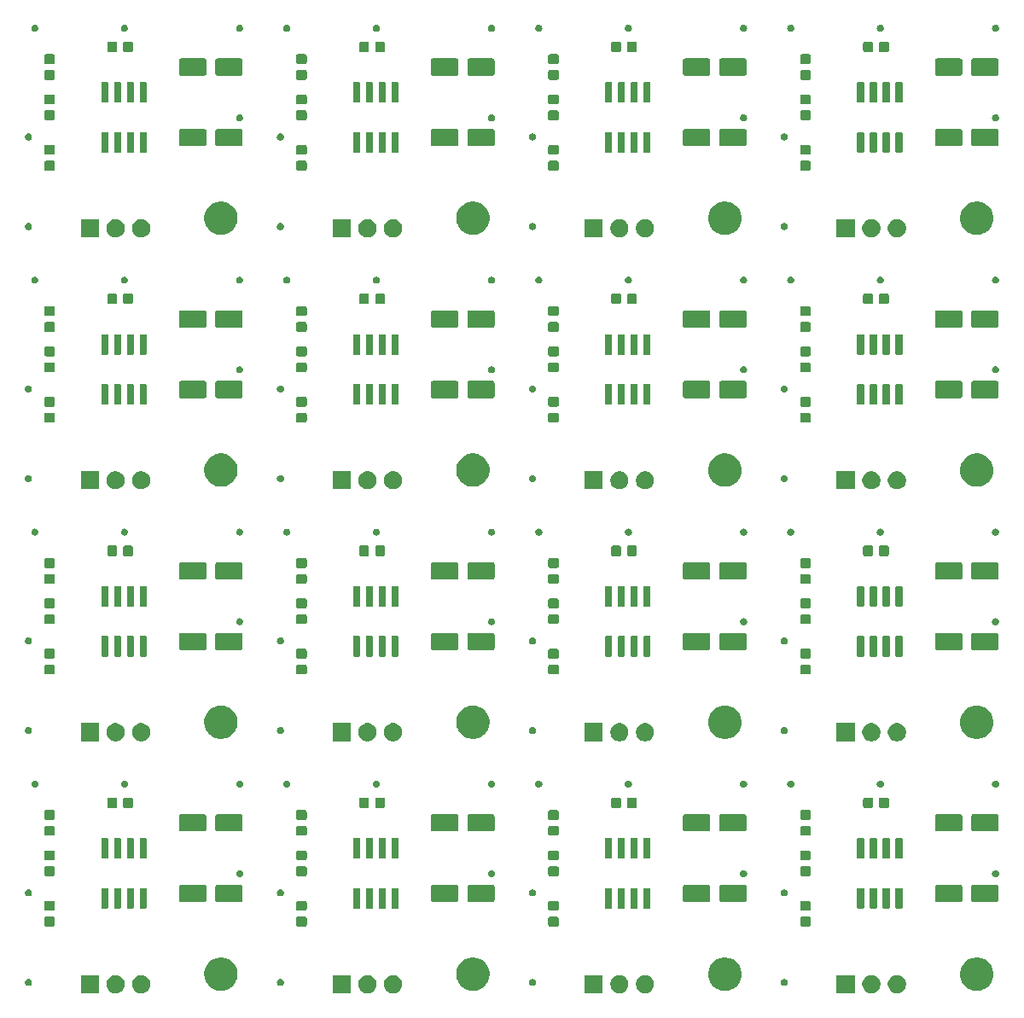
<source format=gts>
G04 #@! TF.GenerationSoftware,KiCad,Pcbnew,(5.1.5)-3*
G04 #@! TF.CreationDate,2021-06-18T08:17:25+09:00*
G04 #@! TF.ProjectId,Ltika,4c74696b-612e-46b6-9963-61645f706362,2*
G04 #@! TF.SameCoordinates,PX43d3480PY8c7ecc0*
G04 #@! TF.FileFunction,Soldermask,Top*
G04 #@! TF.FilePolarity,Negative*
%FSLAX46Y46*%
G04 Gerber Fmt 4.6, Leading zero omitted, Abs format (unit mm)*
G04 Created by KiCad (PCBNEW (5.1.5)-3) date 2021-06-18 08:17:25*
%MOMM*%
%LPD*%
G04 APERTURE LIST*
%ADD10C,0.100000*%
G04 APERTURE END LIST*
D10*
G36*
X88193512Y3896073D02*
G01*
X88342812Y3866376D01*
X88506784Y3798456D01*
X88654354Y3699853D01*
X88779853Y3574354D01*
X88878456Y3426784D01*
X88946376Y3262812D01*
X88981000Y3088741D01*
X88981000Y2911259D01*
X88946376Y2737188D01*
X88878456Y2573216D01*
X88779853Y2425646D01*
X88654354Y2300147D01*
X88506784Y2201544D01*
X88342812Y2133624D01*
X88193512Y2103927D01*
X88168742Y2099000D01*
X87991258Y2099000D01*
X87966488Y2103927D01*
X87817188Y2133624D01*
X87653216Y2201544D01*
X87505646Y2300147D01*
X87380147Y2425646D01*
X87281544Y2573216D01*
X87213624Y2737188D01*
X87179000Y2911259D01*
X87179000Y3088741D01*
X87213624Y3262812D01*
X87281544Y3426784D01*
X87380147Y3574354D01*
X87505646Y3699853D01*
X87653216Y3798456D01*
X87817188Y3866376D01*
X87966488Y3896073D01*
X87991258Y3901000D01*
X88168742Y3901000D01*
X88193512Y3896073D01*
G37*
G36*
X85653512Y3896073D02*
G01*
X85802812Y3866376D01*
X85966784Y3798456D01*
X86114354Y3699853D01*
X86239853Y3574354D01*
X86338456Y3426784D01*
X86406376Y3262812D01*
X86441000Y3088741D01*
X86441000Y2911259D01*
X86406376Y2737188D01*
X86338456Y2573216D01*
X86239853Y2425646D01*
X86114354Y2300147D01*
X85966784Y2201544D01*
X85802812Y2133624D01*
X85653512Y2103927D01*
X85628742Y2099000D01*
X85451258Y2099000D01*
X85426488Y2103927D01*
X85277188Y2133624D01*
X85113216Y2201544D01*
X84965646Y2300147D01*
X84840147Y2425646D01*
X84741544Y2573216D01*
X84673624Y2737188D01*
X84639000Y2911259D01*
X84639000Y3088741D01*
X84673624Y3262812D01*
X84741544Y3426784D01*
X84840147Y3574354D01*
X84965646Y3699853D01*
X85113216Y3798456D01*
X85277188Y3866376D01*
X85426488Y3896073D01*
X85451258Y3901000D01*
X85628742Y3901000D01*
X85653512Y3896073D01*
G37*
G36*
X13193512Y3896073D02*
G01*
X13342812Y3866376D01*
X13506784Y3798456D01*
X13654354Y3699853D01*
X13779853Y3574354D01*
X13878456Y3426784D01*
X13946376Y3262812D01*
X13981000Y3088741D01*
X13981000Y2911259D01*
X13946376Y2737188D01*
X13878456Y2573216D01*
X13779853Y2425646D01*
X13654354Y2300147D01*
X13506784Y2201544D01*
X13342812Y2133624D01*
X13193512Y2103927D01*
X13168742Y2099000D01*
X12991258Y2099000D01*
X12966488Y2103927D01*
X12817188Y2133624D01*
X12653216Y2201544D01*
X12505646Y2300147D01*
X12380147Y2425646D01*
X12281544Y2573216D01*
X12213624Y2737188D01*
X12179000Y2911259D01*
X12179000Y3088741D01*
X12213624Y3262812D01*
X12281544Y3426784D01*
X12380147Y3574354D01*
X12505646Y3699853D01*
X12653216Y3798456D01*
X12817188Y3866376D01*
X12966488Y3896073D01*
X12991258Y3901000D01*
X13168742Y3901000D01*
X13193512Y3896073D01*
G37*
G36*
X10653512Y3896073D02*
G01*
X10802812Y3866376D01*
X10966784Y3798456D01*
X11114354Y3699853D01*
X11239853Y3574354D01*
X11338456Y3426784D01*
X11406376Y3262812D01*
X11441000Y3088741D01*
X11441000Y2911259D01*
X11406376Y2737188D01*
X11338456Y2573216D01*
X11239853Y2425646D01*
X11114354Y2300147D01*
X10966784Y2201544D01*
X10802812Y2133624D01*
X10653512Y2103927D01*
X10628742Y2099000D01*
X10451258Y2099000D01*
X10426488Y2103927D01*
X10277188Y2133624D01*
X10113216Y2201544D01*
X9965646Y2300147D01*
X9840147Y2425646D01*
X9741544Y2573216D01*
X9673624Y2737188D01*
X9639000Y2911259D01*
X9639000Y3088741D01*
X9673624Y3262812D01*
X9741544Y3426784D01*
X9840147Y3574354D01*
X9965646Y3699853D01*
X10113216Y3798456D01*
X10277188Y3866376D01*
X10426488Y3896073D01*
X10451258Y3901000D01*
X10628742Y3901000D01*
X10653512Y3896073D01*
G37*
G36*
X8901000Y2099000D02*
G01*
X7099000Y2099000D01*
X7099000Y3901000D01*
X8901000Y3901000D01*
X8901000Y2099000D01*
G37*
G36*
X33901000Y2099000D02*
G01*
X32099000Y2099000D01*
X32099000Y3901000D01*
X33901000Y3901000D01*
X33901000Y2099000D01*
G37*
G36*
X35653512Y3896073D02*
G01*
X35802812Y3866376D01*
X35966784Y3798456D01*
X36114354Y3699853D01*
X36239853Y3574354D01*
X36338456Y3426784D01*
X36406376Y3262812D01*
X36441000Y3088741D01*
X36441000Y2911259D01*
X36406376Y2737188D01*
X36338456Y2573216D01*
X36239853Y2425646D01*
X36114354Y2300147D01*
X35966784Y2201544D01*
X35802812Y2133624D01*
X35653512Y2103927D01*
X35628742Y2099000D01*
X35451258Y2099000D01*
X35426488Y2103927D01*
X35277188Y2133624D01*
X35113216Y2201544D01*
X34965646Y2300147D01*
X34840147Y2425646D01*
X34741544Y2573216D01*
X34673624Y2737188D01*
X34639000Y2911259D01*
X34639000Y3088741D01*
X34673624Y3262812D01*
X34741544Y3426784D01*
X34840147Y3574354D01*
X34965646Y3699853D01*
X35113216Y3798456D01*
X35277188Y3866376D01*
X35426488Y3896073D01*
X35451258Y3901000D01*
X35628742Y3901000D01*
X35653512Y3896073D01*
G37*
G36*
X38193512Y3896073D02*
G01*
X38342812Y3866376D01*
X38506784Y3798456D01*
X38654354Y3699853D01*
X38779853Y3574354D01*
X38878456Y3426784D01*
X38946376Y3262812D01*
X38981000Y3088741D01*
X38981000Y2911259D01*
X38946376Y2737188D01*
X38878456Y2573216D01*
X38779853Y2425646D01*
X38654354Y2300147D01*
X38506784Y2201544D01*
X38342812Y2133624D01*
X38193512Y2103927D01*
X38168742Y2099000D01*
X37991258Y2099000D01*
X37966488Y2103927D01*
X37817188Y2133624D01*
X37653216Y2201544D01*
X37505646Y2300147D01*
X37380147Y2425646D01*
X37281544Y2573216D01*
X37213624Y2737188D01*
X37179000Y2911259D01*
X37179000Y3088741D01*
X37213624Y3262812D01*
X37281544Y3426784D01*
X37380147Y3574354D01*
X37505646Y3699853D01*
X37653216Y3798456D01*
X37817188Y3866376D01*
X37966488Y3896073D01*
X37991258Y3901000D01*
X38168742Y3901000D01*
X38193512Y3896073D01*
G37*
G36*
X58901000Y2099000D02*
G01*
X57099000Y2099000D01*
X57099000Y3901000D01*
X58901000Y3901000D01*
X58901000Y2099000D01*
G37*
G36*
X60653512Y3896073D02*
G01*
X60802812Y3866376D01*
X60966784Y3798456D01*
X61114354Y3699853D01*
X61239853Y3574354D01*
X61338456Y3426784D01*
X61406376Y3262812D01*
X61441000Y3088741D01*
X61441000Y2911259D01*
X61406376Y2737188D01*
X61338456Y2573216D01*
X61239853Y2425646D01*
X61114354Y2300147D01*
X60966784Y2201544D01*
X60802812Y2133624D01*
X60653512Y2103927D01*
X60628742Y2099000D01*
X60451258Y2099000D01*
X60426488Y2103927D01*
X60277188Y2133624D01*
X60113216Y2201544D01*
X59965646Y2300147D01*
X59840147Y2425646D01*
X59741544Y2573216D01*
X59673624Y2737188D01*
X59639000Y2911259D01*
X59639000Y3088741D01*
X59673624Y3262812D01*
X59741544Y3426784D01*
X59840147Y3574354D01*
X59965646Y3699853D01*
X60113216Y3798456D01*
X60277188Y3866376D01*
X60426488Y3896073D01*
X60451258Y3901000D01*
X60628742Y3901000D01*
X60653512Y3896073D01*
G37*
G36*
X63193512Y3896073D02*
G01*
X63342812Y3866376D01*
X63506784Y3798456D01*
X63654354Y3699853D01*
X63779853Y3574354D01*
X63878456Y3426784D01*
X63946376Y3262812D01*
X63981000Y3088741D01*
X63981000Y2911259D01*
X63946376Y2737188D01*
X63878456Y2573216D01*
X63779853Y2425646D01*
X63654354Y2300147D01*
X63506784Y2201544D01*
X63342812Y2133624D01*
X63193512Y2103927D01*
X63168742Y2099000D01*
X62991258Y2099000D01*
X62966488Y2103927D01*
X62817188Y2133624D01*
X62653216Y2201544D01*
X62505646Y2300147D01*
X62380147Y2425646D01*
X62281544Y2573216D01*
X62213624Y2737188D01*
X62179000Y2911259D01*
X62179000Y3088741D01*
X62213624Y3262812D01*
X62281544Y3426784D01*
X62380147Y3574354D01*
X62505646Y3699853D01*
X62653216Y3798456D01*
X62817188Y3866376D01*
X62966488Y3896073D01*
X62991258Y3901000D01*
X63168742Y3901000D01*
X63193512Y3896073D01*
G37*
G36*
X83901000Y2099000D02*
G01*
X82099000Y2099000D01*
X82099000Y3901000D01*
X83901000Y3901000D01*
X83901000Y2099000D01*
G37*
G36*
X21375256Y5608702D02*
G01*
X21481579Y5587553D01*
X21782042Y5463097D01*
X22052451Y5282415D01*
X22282415Y5052451D01*
X22282416Y5052449D01*
X22463098Y4782040D01*
X22587553Y4481578D01*
X22651000Y4162611D01*
X22651000Y3837389D01*
X22623642Y3699853D01*
X22587553Y3518421D01*
X22549595Y3426782D01*
X22487713Y3277385D01*
X22463097Y3217958D01*
X22282415Y2947549D01*
X22052451Y2717585D01*
X21782042Y2536903D01*
X21481579Y2412447D01*
X21375256Y2391298D01*
X21162611Y2349000D01*
X20837389Y2349000D01*
X20624744Y2391298D01*
X20518421Y2412447D01*
X20217958Y2536903D01*
X19947549Y2717585D01*
X19717585Y2947549D01*
X19536903Y3217958D01*
X19512288Y3277385D01*
X19450405Y3426782D01*
X19412447Y3518421D01*
X19376358Y3699853D01*
X19349000Y3837389D01*
X19349000Y4162611D01*
X19412447Y4481578D01*
X19536902Y4782040D01*
X19717584Y5052449D01*
X19717585Y5052451D01*
X19947549Y5282415D01*
X20217958Y5463097D01*
X20518421Y5587553D01*
X20624744Y5608702D01*
X20837389Y5651000D01*
X21162611Y5651000D01*
X21375256Y5608702D01*
G37*
G36*
X46375256Y5608702D02*
G01*
X46481579Y5587553D01*
X46782042Y5463097D01*
X47052451Y5282415D01*
X47282415Y5052451D01*
X47282416Y5052449D01*
X47463098Y4782040D01*
X47587553Y4481578D01*
X47651000Y4162611D01*
X47651000Y3837389D01*
X47623642Y3699853D01*
X47587553Y3518421D01*
X47549595Y3426782D01*
X47487713Y3277385D01*
X47463097Y3217958D01*
X47282415Y2947549D01*
X47052451Y2717585D01*
X46782042Y2536903D01*
X46481579Y2412447D01*
X46375256Y2391298D01*
X46162611Y2349000D01*
X45837389Y2349000D01*
X45624744Y2391298D01*
X45518421Y2412447D01*
X45217958Y2536903D01*
X44947549Y2717585D01*
X44717585Y2947549D01*
X44536903Y3217958D01*
X44512288Y3277385D01*
X44450405Y3426782D01*
X44412447Y3518421D01*
X44376358Y3699853D01*
X44349000Y3837389D01*
X44349000Y4162611D01*
X44412447Y4481578D01*
X44536902Y4782040D01*
X44717584Y5052449D01*
X44717585Y5052451D01*
X44947549Y5282415D01*
X45217958Y5463097D01*
X45518421Y5587553D01*
X45624744Y5608702D01*
X45837389Y5651000D01*
X46162611Y5651000D01*
X46375256Y5608702D01*
G37*
G36*
X96375256Y5608702D02*
G01*
X96481579Y5587553D01*
X96782042Y5463097D01*
X97052451Y5282415D01*
X97282415Y5052451D01*
X97282416Y5052449D01*
X97463098Y4782040D01*
X97587553Y4481578D01*
X97651000Y4162611D01*
X97651000Y3837389D01*
X97623642Y3699853D01*
X97587553Y3518421D01*
X97549595Y3426782D01*
X97487713Y3277385D01*
X97463097Y3217958D01*
X97282415Y2947549D01*
X97052451Y2717585D01*
X96782042Y2536903D01*
X96481579Y2412447D01*
X96375256Y2391298D01*
X96162611Y2349000D01*
X95837389Y2349000D01*
X95624744Y2391298D01*
X95518421Y2412447D01*
X95217958Y2536903D01*
X94947549Y2717585D01*
X94717585Y2947549D01*
X94536903Y3217958D01*
X94512288Y3277385D01*
X94450405Y3426782D01*
X94412447Y3518421D01*
X94376358Y3699853D01*
X94349000Y3837389D01*
X94349000Y4162611D01*
X94412447Y4481578D01*
X94536902Y4782040D01*
X94717584Y5052449D01*
X94717585Y5052451D01*
X94947549Y5282415D01*
X95217958Y5463097D01*
X95518421Y5587553D01*
X95624744Y5608702D01*
X95837389Y5651000D01*
X96162611Y5651000D01*
X96375256Y5608702D01*
G37*
G36*
X71375256Y5608702D02*
G01*
X71481579Y5587553D01*
X71782042Y5463097D01*
X72052451Y5282415D01*
X72282415Y5052451D01*
X72282416Y5052449D01*
X72463098Y4782040D01*
X72587553Y4481578D01*
X72651000Y4162611D01*
X72651000Y3837389D01*
X72623642Y3699853D01*
X72587553Y3518421D01*
X72549595Y3426782D01*
X72487713Y3277385D01*
X72463097Y3217958D01*
X72282415Y2947549D01*
X72052451Y2717585D01*
X71782042Y2536903D01*
X71481579Y2412447D01*
X71375256Y2391298D01*
X71162611Y2349000D01*
X70837389Y2349000D01*
X70624744Y2391298D01*
X70518421Y2412447D01*
X70217958Y2536903D01*
X69947549Y2717585D01*
X69717585Y2947549D01*
X69536903Y3217958D01*
X69512288Y3277385D01*
X69450405Y3426782D01*
X69412447Y3518421D01*
X69376358Y3699853D01*
X69349000Y3837389D01*
X69349000Y4162611D01*
X69412447Y4481578D01*
X69536902Y4782040D01*
X69717584Y5052449D01*
X69717585Y5052451D01*
X69947549Y5282415D01*
X70217958Y5463097D01*
X70518421Y5587553D01*
X70624744Y5608702D01*
X70837389Y5651000D01*
X71162611Y5651000D01*
X71375256Y5608702D01*
G37*
G36*
X27007383Y3512511D02*
G01*
X27007386Y3512510D01*
X27007385Y3512510D01*
X27071258Y3486054D01*
X27128748Y3447640D01*
X27177640Y3398748D01*
X27216054Y3341258D01*
X27237624Y3289182D01*
X27242511Y3277383D01*
X27256000Y3209570D01*
X27256000Y3140430D01*
X27242511Y3072617D01*
X27242510Y3072615D01*
X27216054Y3008742D01*
X27177640Y2951252D01*
X27128748Y2902360D01*
X27071258Y2863946D01*
X27019182Y2842376D01*
X27007383Y2837489D01*
X26939570Y2824000D01*
X26870430Y2824000D01*
X26802617Y2837489D01*
X26790818Y2842376D01*
X26738742Y2863946D01*
X26681252Y2902360D01*
X26632360Y2951252D01*
X26593946Y3008742D01*
X26567490Y3072615D01*
X26567489Y3072617D01*
X26554000Y3140430D01*
X26554000Y3209570D01*
X26567489Y3277383D01*
X26572376Y3289182D01*
X26593946Y3341258D01*
X26632360Y3398748D01*
X26681252Y3447640D01*
X26738742Y3486054D01*
X26802615Y3512510D01*
X26802614Y3512510D01*
X26802617Y3512511D01*
X26870430Y3526000D01*
X26939570Y3526000D01*
X27007383Y3512511D01*
G37*
G36*
X52007383Y3512511D02*
G01*
X52007386Y3512510D01*
X52007385Y3512510D01*
X52071258Y3486054D01*
X52128748Y3447640D01*
X52177640Y3398748D01*
X52216054Y3341258D01*
X52237624Y3289182D01*
X52242511Y3277383D01*
X52256000Y3209570D01*
X52256000Y3140430D01*
X52242511Y3072617D01*
X52242510Y3072615D01*
X52216054Y3008742D01*
X52177640Y2951252D01*
X52128748Y2902360D01*
X52071258Y2863946D01*
X52019182Y2842376D01*
X52007383Y2837489D01*
X51939570Y2824000D01*
X51870430Y2824000D01*
X51802617Y2837489D01*
X51790818Y2842376D01*
X51738742Y2863946D01*
X51681252Y2902360D01*
X51632360Y2951252D01*
X51593946Y3008742D01*
X51567490Y3072615D01*
X51567489Y3072617D01*
X51554000Y3140430D01*
X51554000Y3209570D01*
X51567489Y3277383D01*
X51572376Y3289182D01*
X51593946Y3341258D01*
X51632360Y3398748D01*
X51681252Y3447640D01*
X51738742Y3486054D01*
X51802615Y3512510D01*
X51802614Y3512510D01*
X51802617Y3512511D01*
X51870430Y3526000D01*
X51939570Y3526000D01*
X52007383Y3512511D01*
G37*
G36*
X2007383Y3512511D02*
G01*
X2007386Y3512510D01*
X2007385Y3512510D01*
X2071258Y3486054D01*
X2128748Y3447640D01*
X2177640Y3398748D01*
X2216054Y3341258D01*
X2237624Y3289182D01*
X2242511Y3277383D01*
X2256000Y3209570D01*
X2256000Y3140430D01*
X2242511Y3072617D01*
X2242510Y3072615D01*
X2216054Y3008742D01*
X2177640Y2951252D01*
X2128748Y2902360D01*
X2071258Y2863946D01*
X2019182Y2842376D01*
X2007383Y2837489D01*
X1939570Y2824000D01*
X1870430Y2824000D01*
X1802617Y2837489D01*
X1790818Y2842376D01*
X1738742Y2863946D01*
X1681252Y2902360D01*
X1632360Y2951252D01*
X1593946Y3008742D01*
X1567490Y3072615D01*
X1567489Y3072617D01*
X1554000Y3140430D01*
X1554000Y3209570D01*
X1567489Y3277383D01*
X1572376Y3289182D01*
X1593946Y3341258D01*
X1632360Y3398748D01*
X1681252Y3447640D01*
X1738742Y3486054D01*
X1802615Y3512510D01*
X1802614Y3512510D01*
X1802617Y3512511D01*
X1870430Y3526000D01*
X1939570Y3526000D01*
X2007383Y3512511D01*
G37*
G36*
X77007383Y3512511D02*
G01*
X77007386Y3512510D01*
X77007385Y3512510D01*
X77071258Y3486054D01*
X77128748Y3447640D01*
X77177640Y3398748D01*
X77216054Y3341258D01*
X77237624Y3289182D01*
X77242511Y3277383D01*
X77256000Y3209570D01*
X77256000Y3140430D01*
X77242511Y3072617D01*
X77242510Y3072615D01*
X77216054Y3008742D01*
X77177640Y2951252D01*
X77128748Y2902360D01*
X77071258Y2863946D01*
X77019182Y2842376D01*
X77007383Y2837489D01*
X76939570Y2824000D01*
X76870430Y2824000D01*
X76802617Y2837489D01*
X76790818Y2842376D01*
X76738742Y2863946D01*
X76681252Y2902360D01*
X76632360Y2951252D01*
X76593946Y3008742D01*
X76567490Y3072615D01*
X76567489Y3072617D01*
X76554000Y3140430D01*
X76554000Y3209570D01*
X76567489Y3277383D01*
X76572376Y3289182D01*
X76593946Y3341258D01*
X76632360Y3398748D01*
X76681252Y3447640D01*
X76738742Y3486054D01*
X76802615Y3512510D01*
X76802614Y3512510D01*
X76802617Y3512511D01*
X76870430Y3526000D01*
X76939570Y3526000D01*
X77007383Y3512511D01*
G37*
G36*
X29379591Y9696915D02*
G01*
X29413569Y9686607D01*
X29444890Y9669866D01*
X29472339Y9647339D01*
X29494866Y9619890D01*
X29511607Y9588569D01*
X29521915Y9554591D01*
X29526000Y9513110D01*
X29526000Y8911890D01*
X29521915Y8870409D01*
X29511607Y8836431D01*
X29494866Y8805110D01*
X29472339Y8777661D01*
X29444890Y8755134D01*
X29413569Y8738393D01*
X29379591Y8728085D01*
X29338110Y8724000D01*
X28661890Y8724000D01*
X28620409Y8728085D01*
X28586431Y8738393D01*
X28555110Y8755134D01*
X28527661Y8777661D01*
X28505134Y8805110D01*
X28488393Y8836431D01*
X28478085Y8870409D01*
X28474000Y8911890D01*
X28474000Y9513110D01*
X28478085Y9554591D01*
X28488393Y9588569D01*
X28505134Y9619890D01*
X28527661Y9647339D01*
X28555110Y9669866D01*
X28586431Y9686607D01*
X28620409Y9696915D01*
X28661890Y9701000D01*
X29338110Y9701000D01*
X29379591Y9696915D01*
G37*
G36*
X79379591Y9696915D02*
G01*
X79413569Y9686607D01*
X79444890Y9669866D01*
X79472339Y9647339D01*
X79494866Y9619890D01*
X79511607Y9588569D01*
X79521915Y9554591D01*
X79526000Y9513110D01*
X79526000Y8911890D01*
X79521915Y8870409D01*
X79511607Y8836431D01*
X79494866Y8805110D01*
X79472339Y8777661D01*
X79444890Y8755134D01*
X79413569Y8738393D01*
X79379591Y8728085D01*
X79338110Y8724000D01*
X78661890Y8724000D01*
X78620409Y8728085D01*
X78586431Y8738393D01*
X78555110Y8755134D01*
X78527661Y8777661D01*
X78505134Y8805110D01*
X78488393Y8836431D01*
X78478085Y8870409D01*
X78474000Y8911890D01*
X78474000Y9513110D01*
X78478085Y9554591D01*
X78488393Y9588569D01*
X78505134Y9619890D01*
X78527661Y9647339D01*
X78555110Y9669866D01*
X78586431Y9686607D01*
X78620409Y9696915D01*
X78661890Y9701000D01*
X79338110Y9701000D01*
X79379591Y9696915D01*
G37*
G36*
X4379591Y9696915D02*
G01*
X4413569Y9686607D01*
X4444890Y9669866D01*
X4472339Y9647339D01*
X4494866Y9619890D01*
X4511607Y9588569D01*
X4521915Y9554591D01*
X4526000Y9513110D01*
X4526000Y8911890D01*
X4521915Y8870409D01*
X4511607Y8836431D01*
X4494866Y8805110D01*
X4472339Y8777661D01*
X4444890Y8755134D01*
X4413569Y8738393D01*
X4379591Y8728085D01*
X4338110Y8724000D01*
X3661890Y8724000D01*
X3620409Y8728085D01*
X3586431Y8738393D01*
X3555110Y8755134D01*
X3527661Y8777661D01*
X3505134Y8805110D01*
X3488393Y8836431D01*
X3478085Y8870409D01*
X3474000Y8911890D01*
X3474000Y9513110D01*
X3478085Y9554591D01*
X3488393Y9588569D01*
X3505134Y9619890D01*
X3527661Y9647339D01*
X3555110Y9669866D01*
X3586431Y9686607D01*
X3620409Y9696915D01*
X3661890Y9701000D01*
X4338110Y9701000D01*
X4379591Y9696915D01*
G37*
G36*
X54379591Y9696915D02*
G01*
X54413569Y9686607D01*
X54444890Y9669866D01*
X54472339Y9647339D01*
X54494866Y9619890D01*
X54511607Y9588569D01*
X54521915Y9554591D01*
X54526000Y9513110D01*
X54526000Y8911890D01*
X54521915Y8870409D01*
X54511607Y8836431D01*
X54494866Y8805110D01*
X54472339Y8777661D01*
X54444890Y8755134D01*
X54413569Y8738393D01*
X54379591Y8728085D01*
X54338110Y8724000D01*
X53661890Y8724000D01*
X53620409Y8728085D01*
X53586431Y8738393D01*
X53555110Y8755134D01*
X53527661Y8777661D01*
X53505134Y8805110D01*
X53488393Y8836431D01*
X53478085Y8870409D01*
X53474000Y8911890D01*
X53474000Y9513110D01*
X53478085Y9554591D01*
X53488393Y9588569D01*
X53505134Y9619890D01*
X53527661Y9647339D01*
X53555110Y9669866D01*
X53586431Y9686607D01*
X53620409Y9696915D01*
X53661890Y9701000D01*
X54338110Y9701000D01*
X54379591Y9696915D01*
G37*
G36*
X4379591Y11271915D02*
G01*
X4413569Y11261607D01*
X4444890Y11244866D01*
X4472339Y11222339D01*
X4494866Y11194890D01*
X4511607Y11163569D01*
X4521915Y11129591D01*
X4526000Y11088110D01*
X4526000Y10486890D01*
X4521915Y10445409D01*
X4511607Y10411431D01*
X4494866Y10380110D01*
X4472339Y10352661D01*
X4444890Y10330134D01*
X4413569Y10313393D01*
X4379591Y10303085D01*
X4338110Y10299000D01*
X3661890Y10299000D01*
X3620409Y10303085D01*
X3586431Y10313393D01*
X3555110Y10330134D01*
X3527661Y10352661D01*
X3505134Y10380110D01*
X3488393Y10411431D01*
X3478085Y10445409D01*
X3474000Y10486890D01*
X3474000Y11088110D01*
X3478085Y11129591D01*
X3488393Y11163569D01*
X3505134Y11194890D01*
X3527661Y11222339D01*
X3555110Y11244866D01*
X3586431Y11261607D01*
X3620409Y11271915D01*
X3661890Y11276000D01*
X4338110Y11276000D01*
X4379591Y11271915D01*
G37*
G36*
X29379591Y11271915D02*
G01*
X29413569Y11261607D01*
X29444890Y11244866D01*
X29472339Y11222339D01*
X29494866Y11194890D01*
X29511607Y11163569D01*
X29521915Y11129591D01*
X29526000Y11088110D01*
X29526000Y10486890D01*
X29521915Y10445409D01*
X29511607Y10411431D01*
X29494866Y10380110D01*
X29472339Y10352661D01*
X29444890Y10330134D01*
X29413569Y10313393D01*
X29379591Y10303085D01*
X29338110Y10299000D01*
X28661890Y10299000D01*
X28620409Y10303085D01*
X28586431Y10313393D01*
X28555110Y10330134D01*
X28527661Y10352661D01*
X28505134Y10380110D01*
X28488393Y10411431D01*
X28478085Y10445409D01*
X28474000Y10486890D01*
X28474000Y11088110D01*
X28478085Y11129591D01*
X28488393Y11163569D01*
X28505134Y11194890D01*
X28527661Y11222339D01*
X28555110Y11244866D01*
X28586431Y11261607D01*
X28620409Y11271915D01*
X28661890Y11276000D01*
X29338110Y11276000D01*
X29379591Y11271915D01*
G37*
G36*
X54379591Y11271915D02*
G01*
X54413569Y11261607D01*
X54444890Y11244866D01*
X54472339Y11222339D01*
X54494866Y11194890D01*
X54511607Y11163569D01*
X54521915Y11129591D01*
X54526000Y11088110D01*
X54526000Y10486890D01*
X54521915Y10445409D01*
X54511607Y10411431D01*
X54494866Y10380110D01*
X54472339Y10352661D01*
X54444890Y10330134D01*
X54413569Y10313393D01*
X54379591Y10303085D01*
X54338110Y10299000D01*
X53661890Y10299000D01*
X53620409Y10303085D01*
X53586431Y10313393D01*
X53555110Y10330134D01*
X53527661Y10352661D01*
X53505134Y10380110D01*
X53488393Y10411431D01*
X53478085Y10445409D01*
X53474000Y10486890D01*
X53474000Y11088110D01*
X53478085Y11129591D01*
X53488393Y11163569D01*
X53505134Y11194890D01*
X53527661Y11222339D01*
X53555110Y11244866D01*
X53586431Y11261607D01*
X53620409Y11271915D01*
X53661890Y11276000D01*
X54338110Y11276000D01*
X54379591Y11271915D01*
G37*
G36*
X79379591Y11271915D02*
G01*
X79413569Y11261607D01*
X79444890Y11244866D01*
X79472339Y11222339D01*
X79494866Y11194890D01*
X79511607Y11163569D01*
X79521915Y11129591D01*
X79526000Y11088110D01*
X79526000Y10486890D01*
X79521915Y10445409D01*
X79511607Y10411431D01*
X79494866Y10380110D01*
X79472339Y10352661D01*
X79444890Y10330134D01*
X79413569Y10313393D01*
X79379591Y10303085D01*
X79338110Y10299000D01*
X78661890Y10299000D01*
X78620409Y10303085D01*
X78586431Y10313393D01*
X78555110Y10330134D01*
X78527661Y10352661D01*
X78505134Y10380110D01*
X78488393Y10411431D01*
X78478085Y10445409D01*
X78474000Y10486890D01*
X78474000Y11088110D01*
X78478085Y11129591D01*
X78488393Y11163569D01*
X78505134Y11194890D01*
X78527661Y11222339D01*
X78555110Y11244866D01*
X78586431Y11261607D01*
X78620409Y11271915D01*
X78661890Y11276000D01*
X79338110Y11276000D01*
X79379591Y11271915D01*
G37*
G36*
X62269928Y12548236D02*
G01*
X62291009Y12541840D01*
X62310445Y12531452D01*
X62327476Y12517476D01*
X62341452Y12500445D01*
X62351840Y12481009D01*
X62358236Y12459928D01*
X62361000Y12431860D01*
X62361000Y10618140D01*
X62358236Y10590072D01*
X62351840Y10568991D01*
X62341452Y10549555D01*
X62327476Y10532524D01*
X62310445Y10518548D01*
X62291009Y10508160D01*
X62269928Y10501764D01*
X62241860Y10499000D01*
X61778140Y10499000D01*
X61750072Y10501764D01*
X61728991Y10508160D01*
X61709555Y10518548D01*
X61692524Y10532524D01*
X61678548Y10549555D01*
X61668160Y10568991D01*
X61661764Y10590072D01*
X61659000Y10618140D01*
X61659000Y12431860D01*
X61661764Y12459928D01*
X61668160Y12481009D01*
X61678548Y12500445D01*
X61692524Y12517476D01*
X61709555Y12531452D01*
X61728991Y12541840D01*
X61750072Y12548236D01*
X61778140Y12551000D01*
X62241860Y12551000D01*
X62269928Y12548236D01*
G37*
G36*
X34729928Y12548236D02*
G01*
X34751009Y12541840D01*
X34770445Y12531452D01*
X34787476Y12517476D01*
X34801452Y12500445D01*
X34811840Y12481009D01*
X34818236Y12459928D01*
X34821000Y12431860D01*
X34821000Y10618140D01*
X34818236Y10590072D01*
X34811840Y10568991D01*
X34801452Y10549555D01*
X34787476Y10532524D01*
X34770445Y10518548D01*
X34751009Y10508160D01*
X34729928Y10501764D01*
X34701860Y10499000D01*
X34238140Y10499000D01*
X34210072Y10501764D01*
X34188991Y10508160D01*
X34169555Y10518548D01*
X34152524Y10532524D01*
X34138548Y10549555D01*
X34128160Y10568991D01*
X34121764Y10590072D01*
X34119000Y10618140D01*
X34119000Y12431860D01*
X34121764Y12459928D01*
X34128160Y12481009D01*
X34138548Y12500445D01*
X34152524Y12517476D01*
X34169555Y12531452D01*
X34188991Y12541840D01*
X34210072Y12548236D01*
X34238140Y12551000D01*
X34701860Y12551000D01*
X34729928Y12548236D01*
G37*
G36*
X35999928Y12548236D02*
G01*
X36021009Y12541840D01*
X36040445Y12531452D01*
X36057476Y12517476D01*
X36071452Y12500445D01*
X36081840Y12481009D01*
X36088236Y12459928D01*
X36091000Y12431860D01*
X36091000Y10618140D01*
X36088236Y10590072D01*
X36081840Y10568991D01*
X36071452Y10549555D01*
X36057476Y10532524D01*
X36040445Y10518548D01*
X36021009Y10508160D01*
X35999928Y10501764D01*
X35971860Y10499000D01*
X35508140Y10499000D01*
X35480072Y10501764D01*
X35458991Y10508160D01*
X35439555Y10518548D01*
X35422524Y10532524D01*
X35408548Y10549555D01*
X35398160Y10568991D01*
X35391764Y10590072D01*
X35389000Y10618140D01*
X35389000Y12431860D01*
X35391764Y12459928D01*
X35398160Y12481009D01*
X35408548Y12500445D01*
X35422524Y12517476D01*
X35439555Y12531452D01*
X35458991Y12541840D01*
X35480072Y12548236D01*
X35508140Y12551000D01*
X35971860Y12551000D01*
X35999928Y12548236D01*
G37*
G36*
X38539928Y12548236D02*
G01*
X38561009Y12541840D01*
X38580445Y12531452D01*
X38597476Y12517476D01*
X38611452Y12500445D01*
X38621840Y12481009D01*
X38628236Y12459928D01*
X38631000Y12431860D01*
X38631000Y10618140D01*
X38628236Y10590072D01*
X38621840Y10568991D01*
X38611452Y10549555D01*
X38597476Y10532524D01*
X38580445Y10518548D01*
X38561009Y10508160D01*
X38539928Y10501764D01*
X38511860Y10499000D01*
X38048140Y10499000D01*
X38020072Y10501764D01*
X37998991Y10508160D01*
X37979555Y10518548D01*
X37962524Y10532524D01*
X37948548Y10549555D01*
X37938160Y10568991D01*
X37931764Y10590072D01*
X37929000Y10618140D01*
X37929000Y12431860D01*
X37931764Y12459928D01*
X37938160Y12481009D01*
X37948548Y12500445D01*
X37962524Y12517476D01*
X37979555Y12531452D01*
X37998991Y12541840D01*
X38020072Y12548236D01*
X38048140Y12551000D01*
X38511860Y12551000D01*
X38539928Y12548236D01*
G37*
G36*
X37269928Y12548236D02*
G01*
X37291009Y12541840D01*
X37310445Y12531452D01*
X37327476Y12517476D01*
X37341452Y12500445D01*
X37351840Y12481009D01*
X37358236Y12459928D01*
X37361000Y12431860D01*
X37361000Y10618140D01*
X37358236Y10590072D01*
X37351840Y10568991D01*
X37341452Y10549555D01*
X37327476Y10532524D01*
X37310445Y10518548D01*
X37291009Y10508160D01*
X37269928Y10501764D01*
X37241860Y10499000D01*
X36778140Y10499000D01*
X36750072Y10501764D01*
X36728991Y10508160D01*
X36709555Y10518548D01*
X36692524Y10532524D01*
X36678548Y10549555D01*
X36668160Y10568991D01*
X36661764Y10590072D01*
X36659000Y10618140D01*
X36659000Y12431860D01*
X36661764Y12459928D01*
X36668160Y12481009D01*
X36678548Y12500445D01*
X36692524Y12517476D01*
X36709555Y12531452D01*
X36728991Y12541840D01*
X36750072Y12548236D01*
X36778140Y12551000D01*
X37241860Y12551000D01*
X37269928Y12548236D01*
G37*
G36*
X9729928Y12548236D02*
G01*
X9751009Y12541840D01*
X9770445Y12531452D01*
X9787476Y12517476D01*
X9801452Y12500445D01*
X9811840Y12481009D01*
X9818236Y12459928D01*
X9821000Y12431860D01*
X9821000Y10618140D01*
X9818236Y10590072D01*
X9811840Y10568991D01*
X9801452Y10549555D01*
X9787476Y10532524D01*
X9770445Y10518548D01*
X9751009Y10508160D01*
X9729928Y10501764D01*
X9701860Y10499000D01*
X9238140Y10499000D01*
X9210072Y10501764D01*
X9188991Y10508160D01*
X9169555Y10518548D01*
X9152524Y10532524D01*
X9138548Y10549555D01*
X9128160Y10568991D01*
X9121764Y10590072D01*
X9119000Y10618140D01*
X9119000Y12431860D01*
X9121764Y12459928D01*
X9128160Y12481009D01*
X9138548Y12500445D01*
X9152524Y12517476D01*
X9169555Y12531452D01*
X9188991Y12541840D01*
X9210072Y12548236D01*
X9238140Y12551000D01*
X9701860Y12551000D01*
X9729928Y12548236D01*
G37*
G36*
X10999928Y12548236D02*
G01*
X11021009Y12541840D01*
X11040445Y12531452D01*
X11057476Y12517476D01*
X11071452Y12500445D01*
X11081840Y12481009D01*
X11088236Y12459928D01*
X11091000Y12431860D01*
X11091000Y10618140D01*
X11088236Y10590072D01*
X11081840Y10568991D01*
X11071452Y10549555D01*
X11057476Y10532524D01*
X11040445Y10518548D01*
X11021009Y10508160D01*
X10999928Y10501764D01*
X10971860Y10499000D01*
X10508140Y10499000D01*
X10480072Y10501764D01*
X10458991Y10508160D01*
X10439555Y10518548D01*
X10422524Y10532524D01*
X10408548Y10549555D01*
X10398160Y10568991D01*
X10391764Y10590072D01*
X10389000Y10618140D01*
X10389000Y12431860D01*
X10391764Y12459928D01*
X10398160Y12481009D01*
X10408548Y12500445D01*
X10422524Y12517476D01*
X10439555Y12531452D01*
X10458991Y12541840D01*
X10480072Y12548236D01*
X10508140Y12551000D01*
X10971860Y12551000D01*
X10999928Y12548236D01*
G37*
G36*
X12269928Y12548236D02*
G01*
X12291009Y12541840D01*
X12310445Y12531452D01*
X12327476Y12517476D01*
X12341452Y12500445D01*
X12351840Y12481009D01*
X12358236Y12459928D01*
X12361000Y12431860D01*
X12361000Y10618140D01*
X12358236Y10590072D01*
X12351840Y10568991D01*
X12341452Y10549555D01*
X12327476Y10532524D01*
X12310445Y10518548D01*
X12291009Y10508160D01*
X12269928Y10501764D01*
X12241860Y10499000D01*
X11778140Y10499000D01*
X11750072Y10501764D01*
X11728991Y10508160D01*
X11709555Y10518548D01*
X11692524Y10532524D01*
X11678548Y10549555D01*
X11668160Y10568991D01*
X11661764Y10590072D01*
X11659000Y10618140D01*
X11659000Y12431860D01*
X11661764Y12459928D01*
X11668160Y12481009D01*
X11678548Y12500445D01*
X11692524Y12517476D01*
X11709555Y12531452D01*
X11728991Y12541840D01*
X11750072Y12548236D01*
X11778140Y12551000D01*
X12241860Y12551000D01*
X12269928Y12548236D01*
G37*
G36*
X87269928Y12548236D02*
G01*
X87291009Y12541840D01*
X87310445Y12531452D01*
X87327476Y12517476D01*
X87341452Y12500445D01*
X87351840Y12481009D01*
X87358236Y12459928D01*
X87361000Y12431860D01*
X87361000Y10618140D01*
X87358236Y10590072D01*
X87351840Y10568991D01*
X87341452Y10549555D01*
X87327476Y10532524D01*
X87310445Y10518548D01*
X87291009Y10508160D01*
X87269928Y10501764D01*
X87241860Y10499000D01*
X86778140Y10499000D01*
X86750072Y10501764D01*
X86728991Y10508160D01*
X86709555Y10518548D01*
X86692524Y10532524D01*
X86678548Y10549555D01*
X86668160Y10568991D01*
X86661764Y10590072D01*
X86659000Y10618140D01*
X86659000Y12431860D01*
X86661764Y12459928D01*
X86668160Y12481009D01*
X86678548Y12500445D01*
X86692524Y12517476D01*
X86709555Y12531452D01*
X86728991Y12541840D01*
X86750072Y12548236D01*
X86778140Y12551000D01*
X87241860Y12551000D01*
X87269928Y12548236D01*
G37*
G36*
X85999928Y12548236D02*
G01*
X86021009Y12541840D01*
X86040445Y12531452D01*
X86057476Y12517476D01*
X86071452Y12500445D01*
X86081840Y12481009D01*
X86088236Y12459928D01*
X86091000Y12431860D01*
X86091000Y10618140D01*
X86088236Y10590072D01*
X86081840Y10568991D01*
X86071452Y10549555D01*
X86057476Y10532524D01*
X86040445Y10518548D01*
X86021009Y10508160D01*
X85999928Y10501764D01*
X85971860Y10499000D01*
X85508140Y10499000D01*
X85480072Y10501764D01*
X85458991Y10508160D01*
X85439555Y10518548D01*
X85422524Y10532524D01*
X85408548Y10549555D01*
X85398160Y10568991D01*
X85391764Y10590072D01*
X85389000Y10618140D01*
X85389000Y12431860D01*
X85391764Y12459928D01*
X85398160Y12481009D01*
X85408548Y12500445D01*
X85422524Y12517476D01*
X85439555Y12531452D01*
X85458991Y12541840D01*
X85480072Y12548236D01*
X85508140Y12551000D01*
X85971860Y12551000D01*
X85999928Y12548236D01*
G37*
G36*
X84729928Y12548236D02*
G01*
X84751009Y12541840D01*
X84770445Y12531452D01*
X84787476Y12517476D01*
X84801452Y12500445D01*
X84811840Y12481009D01*
X84818236Y12459928D01*
X84821000Y12431860D01*
X84821000Y10618140D01*
X84818236Y10590072D01*
X84811840Y10568991D01*
X84801452Y10549555D01*
X84787476Y10532524D01*
X84770445Y10518548D01*
X84751009Y10508160D01*
X84729928Y10501764D01*
X84701860Y10499000D01*
X84238140Y10499000D01*
X84210072Y10501764D01*
X84188991Y10508160D01*
X84169555Y10518548D01*
X84152524Y10532524D01*
X84138548Y10549555D01*
X84128160Y10568991D01*
X84121764Y10590072D01*
X84119000Y10618140D01*
X84119000Y12431860D01*
X84121764Y12459928D01*
X84128160Y12481009D01*
X84138548Y12500445D01*
X84152524Y12517476D01*
X84169555Y12531452D01*
X84188991Y12541840D01*
X84210072Y12548236D01*
X84238140Y12551000D01*
X84701860Y12551000D01*
X84729928Y12548236D01*
G37*
G36*
X63539928Y12548236D02*
G01*
X63561009Y12541840D01*
X63580445Y12531452D01*
X63597476Y12517476D01*
X63611452Y12500445D01*
X63621840Y12481009D01*
X63628236Y12459928D01*
X63631000Y12431860D01*
X63631000Y10618140D01*
X63628236Y10590072D01*
X63621840Y10568991D01*
X63611452Y10549555D01*
X63597476Y10532524D01*
X63580445Y10518548D01*
X63561009Y10508160D01*
X63539928Y10501764D01*
X63511860Y10499000D01*
X63048140Y10499000D01*
X63020072Y10501764D01*
X62998991Y10508160D01*
X62979555Y10518548D01*
X62962524Y10532524D01*
X62948548Y10549555D01*
X62938160Y10568991D01*
X62931764Y10590072D01*
X62929000Y10618140D01*
X62929000Y12431860D01*
X62931764Y12459928D01*
X62938160Y12481009D01*
X62948548Y12500445D01*
X62962524Y12517476D01*
X62979555Y12531452D01*
X62998991Y12541840D01*
X63020072Y12548236D01*
X63048140Y12551000D01*
X63511860Y12551000D01*
X63539928Y12548236D01*
G37*
G36*
X13539928Y12548236D02*
G01*
X13561009Y12541840D01*
X13580445Y12531452D01*
X13597476Y12517476D01*
X13611452Y12500445D01*
X13621840Y12481009D01*
X13628236Y12459928D01*
X13631000Y12431860D01*
X13631000Y10618140D01*
X13628236Y10590072D01*
X13621840Y10568991D01*
X13611452Y10549555D01*
X13597476Y10532524D01*
X13580445Y10518548D01*
X13561009Y10508160D01*
X13539928Y10501764D01*
X13511860Y10499000D01*
X13048140Y10499000D01*
X13020072Y10501764D01*
X12998991Y10508160D01*
X12979555Y10518548D01*
X12962524Y10532524D01*
X12948548Y10549555D01*
X12938160Y10568991D01*
X12931764Y10590072D01*
X12929000Y10618140D01*
X12929000Y12431860D01*
X12931764Y12459928D01*
X12938160Y12481009D01*
X12948548Y12500445D01*
X12962524Y12517476D01*
X12979555Y12531452D01*
X12998991Y12541840D01*
X13020072Y12548236D01*
X13048140Y12551000D01*
X13511860Y12551000D01*
X13539928Y12548236D01*
G37*
G36*
X60999928Y12548236D02*
G01*
X61021009Y12541840D01*
X61040445Y12531452D01*
X61057476Y12517476D01*
X61071452Y12500445D01*
X61081840Y12481009D01*
X61088236Y12459928D01*
X61091000Y12431860D01*
X61091000Y10618140D01*
X61088236Y10590072D01*
X61081840Y10568991D01*
X61071452Y10549555D01*
X61057476Y10532524D01*
X61040445Y10518548D01*
X61021009Y10508160D01*
X60999928Y10501764D01*
X60971860Y10499000D01*
X60508140Y10499000D01*
X60480072Y10501764D01*
X60458991Y10508160D01*
X60439555Y10518548D01*
X60422524Y10532524D01*
X60408548Y10549555D01*
X60398160Y10568991D01*
X60391764Y10590072D01*
X60389000Y10618140D01*
X60389000Y12431860D01*
X60391764Y12459928D01*
X60398160Y12481009D01*
X60408548Y12500445D01*
X60422524Y12517476D01*
X60439555Y12531452D01*
X60458991Y12541840D01*
X60480072Y12548236D01*
X60508140Y12551000D01*
X60971860Y12551000D01*
X60999928Y12548236D01*
G37*
G36*
X59729928Y12548236D02*
G01*
X59751009Y12541840D01*
X59770445Y12531452D01*
X59787476Y12517476D01*
X59801452Y12500445D01*
X59811840Y12481009D01*
X59818236Y12459928D01*
X59821000Y12431860D01*
X59821000Y10618140D01*
X59818236Y10590072D01*
X59811840Y10568991D01*
X59801452Y10549555D01*
X59787476Y10532524D01*
X59770445Y10518548D01*
X59751009Y10508160D01*
X59729928Y10501764D01*
X59701860Y10499000D01*
X59238140Y10499000D01*
X59210072Y10501764D01*
X59188991Y10508160D01*
X59169555Y10518548D01*
X59152524Y10532524D01*
X59138548Y10549555D01*
X59128160Y10568991D01*
X59121764Y10590072D01*
X59119000Y10618140D01*
X59119000Y12431860D01*
X59121764Y12459928D01*
X59128160Y12481009D01*
X59138548Y12500445D01*
X59152524Y12517476D01*
X59169555Y12531452D01*
X59188991Y12541840D01*
X59210072Y12548236D01*
X59238140Y12551000D01*
X59701860Y12551000D01*
X59729928Y12548236D01*
G37*
G36*
X88539928Y12548236D02*
G01*
X88561009Y12541840D01*
X88580445Y12531452D01*
X88597476Y12517476D01*
X88611452Y12500445D01*
X88621840Y12481009D01*
X88628236Y12459928D01*
X88631000Y12431860D01*
X88631000Y10618140D01*
X88628236Y10590072D01*
X88621840Y10568991D01*
X88611452Y10549555D01*
X88597476Y10532524D01*
X88580445Y10518548D01*
X88561009Y10508160D01*
X88539928Y10501764D01*
X88511860Y10499000D01*
X88048140Y10499000D01*
X88020072Y10501764D01*
X87998991Y10508160D01*
X87979555Y10518548D01*
X87962524Y10532524D01*
X87948548Y10549555D01*
X87938160Y10568991D01*
X87931764Y10590072D01*
X87929000Y10618140D01*
X87929000Y12431860D01*
X87931764Y12459928D01*
X87938160Y12481009D01*
X87948548Y12500445D01*
X87962524Y12517476D01*
X87979555Y12531452D01*
X87998991Y12541840D01*
X88020072Y12548236D01*
X88048140Y12551000D01*
X88511860Y12551000D01*
X88539928Y12548236D01*
G37*
G36*
X48005997Y12846949D02*
G01*
X48039652Y12836739D01*
X48070665Y12820162D01*
X48097851Y12797851D01*
X48120162Y12770665D01*
X48136739Y12739652D01*
X48146949Y12705997D01*
X48151000Y12664862D01*
X48151000Y11335138D01*
X48146949Y11294003D01*
X48136739Y11260348D01*
X48120162Y11229335D01*
X48097851Y11202149D01*
X48070665Y11179838D01*
X48039652Y11163261D01*
X48005997Y11153051D01*
X47964862Y11149000D01*
X45635138Y11149000D01*
X45594003Y11153051D01*
X45560348Y11163261D01*
X45529335Y11179838D01*
X45502149Y11202149D01*
X45479838Y11229335D01*
X45463261Y11260348D01*
X45453051Y11294003D01*
X45449000Y11335138D01*
X45449000Y12664862D01*
X45453051Y12705997D01*
X45463261Y12739652D01*
X45479838Y12770665D01*
X45502149Y12797851D01*
X45529335Y12820162D01*
X45560348Y12836739D01*
X45594003Y12846949D01*
X45635138Y12851000D01*
X47964862Y12851000D01*
X48005997Y12846949D01*
G37*
G36*
X19405997Y12846949D02*
G01*
X19439652Y12836739D01*
X19470665Y12820162D01*
X19497851Y12797851D01*
X19520162Y12770665D01*
X19536739Y12739652D01*
X19546949Y12705997D01*
X19551000Y12664862D01*
X19551000Y11335138D01*
X19546949Y11294003D01*
X19536739Y11260348D01*
X19520162Y11229335D01*
X19497851Y11202149D01*
X19470665Y11179838D01*
X19439652Y11163261D01*
X19405997Y11153051D01*
X19364862Y11149000D01*
X17035138Y11149000D01*
X16994003Y11153051D01*
X16960348Y11163261D01*
X16929335Y11179838D01*
X16902149Y11202149D01*
X16879838Y11229335D01*
X16863261Y11260348D01*
X16853051Y11294003D01*
X16849000Y11335138D01*
X16849000Y12664862D01*
X16853051Y12705997D01*
X16863261Y12739652D01*
X16879838Y12770665D01*
X16902149Y12797851D01*
X16929335Y12820162D01*
X16960348Y12836739D01*
X16994003Y12846949D01*
X17035138Y12851000D01*
X19364862Y12851000D01*
X19405997Y12846949D01*
G37*
G36*
X44405997Y12846949D02*
G01*
X44439652Y12836739D01*
X44470665Y12820162D01*
X44497851Y12797851D01*
X44520162Y12770665D01*
X44536739Y12739652D01*
X44546949Y12705997D01*
X44551000Y12664862D01*
X44551000Y11335138D01*
X44546949Y11294003D01*
X44536739Y11260348D01*
X44520162Y11229335D01*
X44497851Y11202149D01*
X44470665Y11179838D01*
X44439652Y11163261D01*
X44405997Y11153051D01*
X44364862Y11149000D01*
X42035138Y11149000D01*
X41994003Y11153051D01*
X41960348Y11163261D01*
X41929335Y11179838D01*
X41902149Y11202149D01*
X41879838Y11229335D01*
X41863261Y11260348D01*
X41853051Y11294003D01*
X41849000Y11335138D01*
X41849000Y12664862D01*
X41853051Y12705997D01*
X41863261Y12739652D01*
X41879838Y12770665D01*
X41902149Y12797851D01*
X41929335Y12820162D01*
X41960348Y12836739D01*
X41994003Y12846949D01*
X42035138Y12851000D01*
X44364862Y12851000D01*
X44405997Y12846949D01*
G37*
G36*
X69405997Y12846949D02*
G01*
X69439652Y12836739D01*
X69470665Y12820162D01*
X69497851Y12797851D01*
X69520162Y12770665D01*
X69536739Y12739652D01*
X69546949Y12705997D01*
X69551000Y12664862D01*
X69551000Y11335138D01*
X69546949Y11294003D01*
X69536739Y11260348D01*
X69520162Y11229335D01*
X69497851Y11202149D01*
X69470665Y11179838D01*
X69439652Y11163261D01*
X69405997Y11153051D01*
X69364862Y11149000D01*
X67035138Y11149000D01*
X66994003Y11153051D01*
X66960348Y11163261D01*
X66929335Y11179838D01*
X66902149Y11202149D01*
X66879838Y11229335D01*
X66863261Y11260348D01*
X66853051Y11294003D01*
X66849000Y11335138D01*
X66849000Y12664862D01*
X66853051Y12705997D01*
X66863261Y12739652D01*
X66879838Y12770665D01*
X66902149Y12797851D01*
X66929335Y12820162D01*
X66960348Y12836739D01*
X66994003Y12846949D01*
X67035138Y12851000D01*
X69364862Y12851000D01*
X69405997Y12846949D01*
G37*
G36*
X73005997Y12846949D02*
G01*
X73039652Y12836739D01*
X73070665Y12820162D01*
X73097851Y12797851D01*
X73120162Y12770665D01*
X73136739Y12739652D01*
X73146949Y12705997D01*
X73151000Y12664862D01*
X73151000Y11335138D01*
X73146949Y11294003D01*
X73136739Y11260348D01*
X73120162Y11229335D01*
X73097851Y11202149D01*
X73070665Y11179838D01*
X73039652Y11163261D01*
X73005997Y11153051D01*
X72964862Y11149000D01*
X70635138Y11149000D01*
X70594003Y11153051D01*
X70560348Y11163261D01*
X70529335Y11179838D01*
X70502149Y11202149D01*
X70479838Y11229335D01*
X70463261Y11260348D01*
X70453051Y11294003D01*
X70449000Y11335138D01*
X70449000Y12664862D01*
X70453051Y12705997D01*
X70463261Y12739652D01*
X70479838Y12770665D01*
X70502149Y12797851D01*
X70529335Y12820162D01*
X70560348Y12836739D01*
X70594003Y12846949D01*
X70635138Y12851000D01*
X72964862Y12851000D01*
X73005997Y12846949D01*
G37*
G36*
X94405997Y12846949D02*
G01*
X94439652Y12836739D01*
X94470665Y12820162D01*
X94497851Y12797851D01*
X94520162Y12770665D01*
X94536739Y12739652D01*
X94546949Y12705997D01*
X94551000Y12664862D01*
X94551000Y11335138D01*
X94546949Y11294003D01*
X94536739Y11260348D01*
X94520162Y11229335D01*
X94497851Y11202149D01*
X94470665Y11179838D01*
X94439652Y11163261D01*
X94405997Y11153051D01*
X94364862Y11149000D01*
X92035138Y11149000D01*
X91994003Y11153051D01*
X91960348Y11163261D01*
X91929335Y11179838D01*
X91902149Y11202149D01*
X91879838Y11229335D01*
X91863261Y11260348D01*
X91853051Y11294003D01*
X91849000Y11335138D01*
X91849000Y12664862D01*
X91853051Y12705997D01*
X91863261Y12739652D01*
X91879838Y12770665D01*
X91902149Y12797851D01*
X91929335Y12820162D01*
X91960348Y12836739D01*
X91994003Y12846949D01*
X92035138Y12851000D01*
X94364862Y12851000D01*
X94405997Y12846949D01*
G37*
G36*
X98005997Y12846949D02*
G01*
X98039652Y12836739D01*
X98070665Y12820162D01*
X98097851Y12797851D01*
X98120162Y12770665D01*
X98136739Y12739652D01*
X98146949Y12705997D01*
X98151000Y12664862D01*
X98151000Y11335138D01*
X98146949Y11294003D01*
X98136739Y11260348D01*
X98120162Y11229335D01*
X98097851Y11202149D01*
X98070665Y11179838D01*
X98039652Y11163261D01*
X98005997Y11153051D01*
X97964862Y11149000D01*
X95635138Y11149000D01*
X95594003Y11153051D01*
X95560348Y11163261D01*
X95529335Y11179838D01*
X95502149Y11202149D01*
X95479838Y11229335D01*
X95463261Y11260348D01*
X95453051Y11294003D01*
X95449000Y11335138D01*
X95449000Y12664862D01*
X95453051Y12705997D01*
X95463261Y12739652D01*
X95479838Y12770665D01*
X95502149Y12797851D01*
X95529335Y12820162D01*
X95560348Y12836739D01*
X95594003Y12846949D01*
X95635138Y12851000D01*
X97964862Y12851000D01*
X98005997Y12846949D01*
G37*
G36*
X23005997Y12846949D02*
G01*
X23039652Y12836739D01*
X23070665Y12820162D01*
X23097851Y12797851D01*
X23120162Y12770665D01*
X23136739Y12739652D01*
X23146949Y12705997D01*
X23151000Y12664862D01*
X23151000Y11335138D01*
X23146949Y11294003D01*
X23136739Y11260348D01*
X23120162Y11229335D01*
X23097851Y11202149D01*
X23070665Y11179838D01*
X23039652Y11163261D01*
X23005997Y11153051D01*
X22964862Y11149000D01*
X20635138Y11149000D01*
X20594003Y11153051D01*
X20560348Y11163261D01*
X20529335Y11179838D01*
X20502149Y11202149D01*
X20479838Y11229335D01*
X20463261Y11260348D01*
X20453051Y11294003D01*
X20449000Y11335138D01*
X20449000Y12664862D01*
X20453051Y12705997D01*
X20463261Y12739652D01*
X20479838Y12770665D01*
X20502149Y12797851D01*
X20529335Y12820162D01*
X20560348Y12836739D01*
X20594003Y12846949D01*
X20635138Y12851000D01*
X22964862Y12851000D01*
X23005997Y12846949D01*
G37*
G36*
X2007383Y12402511D02*
G01*
X2007386Y12402510D01*
X2007385Y12402510D01*
X2071258Y12376054D01*
X2128748Y12337640D01*
X2177640Y12288748D01*
X2216054Y12231258D01*
X2237624Y12179182D01*
X2242511Y12167383D01*
X2256000Y12099570D01*
X2256000Y12030430D01*
X2242511Y11962617D01*
X2242510Y11962615D01*
X2216054Y11898742D01*
X2177640Y11841252D01*
X2128748Y11792360D01*
X2071258Y11753946D01*
X2019182Y11732376D01*
X2007383Y11727489D01*
X1939570Y11714000D01*
X1870430Y11714000D01*
X1802617Y11727489D01*
X1790818Y11732376D01*
X1738742Y11753946D01*
X1681252Y11792360D01*
X1632360Y11841252D01*
X1593946Y11898742D01*
X1567490Y11962615D01*
X1567489Y11962617D01*
X1554000Y12030430D01*
X1554000Y12099570D01*
X1567489Y12167383D01*
X1572376Y12179182D01*
X1593946Y12231258D01*
X1632360Y12288748D01*
X1681252Y12337640D01*
X1738742Y12376054D01*
X1802615Y12402510D01*
X1802614Y12402510D01*
X1802617Y12402511D01*
X1870430Y12416000D01*
X1939570Y12416000D01*
X2007383Y12402511D01*
G37*
G36*
X27007383Y12402511D02*
G01*
X27007386Y12402510D01*
X27007385Y12402510D01*
X27071258Y12376054D01*
X27128748Y12337640D01*
X27177640Y12288748D01*
X27216054Y12231258D01*
X27237624Y12179182D01*
X27242511Y12167383D01*
X27256000Y12099570D01*
X27256000Y12030430D01*
X27242511Y11962617D01*
X27242510Y11962615D01*
X27216054Y11898742D01*
X27177640Y11841252D01*
X27128748Y11792360D01*
X27071258Y11753946D01*
X27019182Y11732376D01*
X27007383Y11727489D01*
X26939570Y11714000D01*
X26870430Y11714000D01*
X26802617Y11727489D01*
X26790818Y11732376D01*
X26738742Y11753946D01*
X26681252Y11792360D01*
X26632360Y11841252D01*
X26593946Y11898742D01*
X26567490Y11962615D01*
X26567489Y11962617D01*
X26554000Y12030430D01*
X26554000Y12099570D01*
X26567489Y12167383D01*
X26572376Y12179182D01*
X26593946Y12231258D01*
X26632360Y12288748D01*
X26681252Y12337640D01*
X26738742Y12376054D01*
X26802615Y12402510D01*
X26802614Y12402510D01*
X26802617Y12402511D01*
X26870430Y12416000D01*
X26939570Y12416000D01*
X27007383Y12402511D01*
G37*
G36*
X52007383Y12402511D02*
G01*
X52007386Y12402510D01*
X52007385Y12402510D01*
X52071258Y12376054D01*
X52128748Y12337640D01*
X52177640Y12288748D01*
X52216054Y12231258D01*
X52237624Y12179182D01*
X52242511Y12167383D01*
X52256000Y12099570D01*
X52256000Y12030430D01*
X52242511Y11962617D01*
X52242510Y11962615D01*
X52216054Y11898742D01*
X52177640Y11841252D01*
X52128748Y11792360D01*
X52071258Y11753946D01*
X52019182Y11732376D01*
X52007383Y11727489D01*
X51939570Y11714000D01*
X51870430Y11714000D01*
X51802617Y11727489D01*
X51790818Y11732376D01*
X51738742Y11753946D01*
X51681252Y11792360D01*
X51632360Y11841252D01*
X51593946Y11898742D01*
X51567490Y11962615D01*
X51567489Y11962617D01*
X51554000Y12030430D01*
X51554000Y12099570D01*
X51567489Y12167383D01*
X51572376Y12179182D01*
X51593946Y12231258D01*
X51632360Y12288748D01*
X51681252Y12337640D01*
X51738742Y12376054D01*
X51802615Y12402510D01*
X51802614Y12402510D01*
X51802617Y12402511D01*
X51870430Y12416000D01*
X51939570Y12416000D01*
X52007383Y12402511D01*
G37*
G36*
X77007383Y12402511D02*
G01*
X77007386Y12402510D01*
X77007385Y12402510D01*
X77071258Y12376054D01*
X77128748Y12337640D01*
X77177640Y12288748D01*
X77216054Y12231258D01*
X77237624Y12179182D01*
X77242511Y12167383D01*
X77256000Y12099570D01*
X77256000Y12030430D01*
X77242511Y11962617D01*
X77242510Y11962615D01*
X77216054Y11898742D01*
X77177640Y11841252D01*
X77128748Y11792360D01*
X77071258Y11753946D01*
X77019182Y11732376D01*
X77007383Y11727489D01*
X76939570Y11714000D01*
X76870430Y11714000D01*
X76802617Y11727489D01*
X76790818Y11732376D01*
X76738742Y11753946D01*
X76681252Y11792360D01*
X76632360Y11841252D01*
X76593946Y11898742D01*
X76567490Y11962615D01*
X76567489Y11962617D01*
X76554000Y12030430D01*
X76554000Y12099570D01*
X76567489Y12167383D01*
X76572376Y12179182D01*
X76593946Y12231258D01*
X76632360Y12288748D01*
X76681252Y12337640D01*
X76738742Y12376054D01*
X76802615Y12402510D01*
X76802614Y12402510D01*
X76802617Y12402511D01*
X76870430Y12416000D01*
X76939570Y12416000D01*
X77007383Y12402511D01*
G37*
G36*
X47962383Y14307511D02*
G01*
X47962386Y14307510D01*
X47962385Y14307510D01*
X48026258Y14281054D01*
X48083748Y14242640D01*
X48132640Y14193748D01*
X48171054Y14136258D01*
X48192624Y14084182D01*
X48197511Y14072383D01*
X48211000Y14004570D01*
X48211000Y13935430D01*
X48197511Y13867617D01*
X48197510Y13867615D01*
X48171054Y13803742D01*
X48132640Y13746252D01*
X48083748Y13697360D01*
X48026258Y13658946D01*
X47974182Y13637376D01*
X47962383Y13632489D01*
X47894570Y13619000D01*
X47825430Y13619000D01*
X47757617Y13632489D01*
X47745818Y13637376D01*
X47693742Y13658946D01*
X47636252Y13697360D01*
X47587360Y13746252D01*
X47548946Y13803742D01*
X47522490Y13867615D01*
X47522489Y13867617D01*
X47509000Y13935430D01*
X47509000Y14004570D01*
X47522489Y14072383D01*
X47527376Y14084182D01*
X47548946Y14136258D01*
X47587360Y14193748D01*
X47636252Y14242640D01*
X47693742Y14281054D01*
X47757615Y14307510D01*
X47757614Y14307510D01*
X47757617Y14307511D01*
X47825430Y14321000D01*
X47894570Y14321000D01*
X47962383Y14307511D01*
G37*
G36*
X22962383Y14307511D02*
G01*
X22962386Y14307510D01*
X22962385Y14307510D01*
X23026258Y14281054D01*
X23083748Y14242640D01*
X23132640Y14193748D01*
X23171054Y14136258D01*
X23192624Y14084182D01*
X23197511Y14072383D01*
X23211000Y14004570D01*
X23211000Y13935430D01*
X23197511Y13867617D01*
X23197510Y13867615D01*
X23171054Y13803742D01*
X23132640Y13746252D01*
X23083748Y13697360D01*
X23026258Y13658946D01*
X22974182Y13637376D01*
X22962383Y13632489D01*
X22894570Y13619000D01*
X22825430Y13619000D01*
X22757617Y13632489D01*
X22745818Y13637376D01*
X22693742Y13658946D01*
X22636252Y13697360D01*
X22587360Y13746252D01*
X22548946Y13803742D01*
X22522490Y13867615D01*
X22522489Y13867617D01*
X22509000Y13935430D01*
X22509000Y14004570D01*
X22522489Y14072383D01*
X22527376Y14084182D01*
X22548946Y14136258D01*
X22587360Y14193748D01*
X22636252Y14242640D01*
X22693742Y14281054D01*
X22757615Y14307510D01*
X22757614Y14307510D01*
X22757617Y14307511D01*
X22825430Y14321000D01*
X22894570Y14321000D01*
X22962383Y14307511D01*
G37*
G36*
X72962383Y14307511D02*
G01*
X72962386Y14307510D01*
X72962385Y14307510D01*
X73026258Y14281054D01*
X73083748Y14242640D01*
X73132640Y14193748D01*
X73171054Y14136258D01*
X73192624Y14084182D01*
X73197511Y14072383D01*
X73211000Y14004570D01*
X73211000Y13935430D01*
X73197511Y13867617D01*
X73197510Y13867615D01*
X73171054Y13803742D01*
X73132640Y13746252D01*
X73083748Y13697360D01*
X73026258Y13658946D01*
X72974182Y13637376D01*
X72962383Y13632489D01*
X72894570Y13619000D01*
X72825430Y13619000D01*
X72757617Y13632489D01*
X72745818Y13637376D01*
X72693742Y13658946D01*
X72636252Y13697360D01*
X72587360Y13746252D01*
X72548946Y13803742D01*
X72522490Y13867615D01*
X72522489Y13867617D01*
X72509000Y13935430D01*
X72509000Y14004570D01*
X72522489Y14072383D01*
X72527376Y14084182D01*
X72548946Y14136258D01*
X72587360Y14193748D01*
X72636252Y14242640D01*
X72693742Y14281054D01*
X72757615Y14307510D01*
X72757614Y14307510D01*
X72757617Y14307511D01*
X72825430Y14321000D01*
X72894570Y14321000D01*
X72962383Y14307511D01*
G37*
G36*
X97962383Y14307511D02*
G01*
X97962386Y14307510D01*
X97962385Y14307510D01*
X98026258Y14281054D01*
X98083748Y14242640D01*
X98132640Y14193748D01*
X98171054Y14136258D01*
X98192624Y14084182D01*
X98197511Y14072383D01*
X98211000Y14004570D01*
X98211000Y13935430D01*
X98197511Y13867617D01*
X98197510Y13867615D01*
X98171054Y13803742D01*
X98132640Y13746252D01*
X98083748Y13697360D01*
X98026258Y13658946D01*
X97974182Y13637376D01*
X97962383Y13632489D01*
X97894570Y13619000D01*
X97825430Y13619000D01*
X97757617Y13632489D01*
X97745818Y13637376D01*
X97693742Y13658946D01*
X97636252Y13697360D01*
X97587360Y13746252D01*
X97548946Y13803742D01*
X97522490Y13867615D01*
X97522489Y13867617D01*
X97509000Y13935430D01*
X97509000Y14004570D01*
X97522489Y14072383D01*
X97527376Y14084182D01*
X97548946Y14136258D01*
X97587360Y14193748D01*
X97636252Y14242640D01*
X97693742Y14281054D01*
X97757615Y14307510D01*
X97757614Y14307510D01*
X97757617Y14307511D01*
X97825430Y14321000D01*
X97894570Y14321000D01*
X97962383Y14307511D01*
G37*
G36*
X4379591Y14696915D02*
G01*
X4413569Y14686607D01*
X4444890Y14669866D01*
X4472339Y14647339D01*
X4494866Y14619890D01*
X4511607Y14588569D01*
X4521915Y14554591D01*
X4526000Y14513110D01*
X4526000Y13911890D01*
X4521915Y13870409D01*
X4511607Y13836431D01*
X4494866Y13805110D01*
X4472339Y13777661D01*
X4444890Y13755134D01*
X4413569Y13738393D01*
X4379591Y13728085D01*
X4338110Y13724000D01*
X3661890Y13724000D01*
X3620409Y13728085D01*
X3586431Y13738393D01*
X3555110Y13755134D01*
X3527661Y13777661D01*
X3505134Y13805110D01*
X3488393Y13836431D01*
X3478085Y13870409D01*
X3474000Y13911890D01*
X3474000Y14513110D01*
X3478085Y14554591D01*
X3488393Y14588569D01*
X3505134Y14619890D01*
X3527661Y14647339D01*
X3555110Y14669866D01*
X3586431Y14686607D01*
X3620409Y14696915D01*
X3661890Y14701000D01*
X4338110Y14701000D01*
X4379591Y14696915D01*
G37*
G36*
X29379591Y14696915D02*
G01*
X29413569Y14686607D01*
X29444890Y14669866D01*
X29472339Y14647339D01*
X29494866Y14619890D01*
X29511607Y14588569D01*
X29521915Y14554591D01*
X29526000Y14513110D01*
X29526000Y13911890D01*
X29521915Y13870409D01*
X29511607Y13836431D01*
X29494866Y13805110D01*
X29472339Y13777661D01*
X29444890Y13755134D01*
X29413569Y13738393D01*
X29379591Y13728085D01*
X29338110Y13724000D01*
X28661890Y13724000D01*
X28620409Y13728085D01*
X28586431Y13738393D01*
X28555110Y13755134D01*
X28527661Y13777661D01*
X28505134Y13805110D01*
X28488393Y13836431D01*
X28478085Y13870409D01*
X28474000Y13911890D01*
X28474000Y14513110D01*
X28478085Y14554591D01*
X28488393Y14588569D01*
X28505134Y14619890D01*
X28527661Y14647339D01*
X28555110Y14669866D01*
X28586431Y14686607D01*
X28620409Y14696915D01*
X28661890Y14701000D01*
X29338110Y14701000D01*
X29379591Y14696915D01*
G37*
G36*
X79379591Y14696915D02*
G01*
X79413569Y14686607D01*
X79444890Y14669866D01*
X79472339Y14647339D01*
X79494866Y14619890D01*
X79511607Y14588569D01*
X79521915Y14554591D01*
X79526000Y14513110D01*
X79526000Y13911890D01*
X79521915Y13870409D01*
X79511607Y13836431D01*
X79494866Y13805110D01*
X79472339Y13777661D01*
X79444890Y13755134D01*
X79413569Y13738393D01*
X79379591Y13728085D01*
X79338110Y13724000D01*
X78661890Y13724000D01*
X78620409Y13728085D01*
X78586431Y13738393D01*
X78555110Y13755134D01*
X78527661Y13777661D01*
X78505134Y13805110D01*
X78488393Y13836431D01*
X78478085Y13870409D01*
X78474000Y13911890D01*
X78474000Y14513110D01*
X78478085Y14554591D01*
X78488393Y14588569D01*
X78505134Y14619890D01*
X78527661Y14647339D01*
X78555110Y14669866D01*
X78586431Y14686607D01*
X78620409Y14696915D01*
X78661890Y14701000D01*
X79338110Y14701000D01*
X79379591Y14696915D01*
G37*
G36*
X54379591Y14696915D02*
G01*
X54413569Y14686607D01*
X54444890Y14669866D01*
X54472339Y14647339D01*
X54494866Y14619890D01*
X54511607Y14588569D01*
X54521915Y14554591D01*
X54526000Y14513110D01*
X54526000Y13911890D01*
X54521915Y13870409D01*
X54511607Y13836431D01*
X54494866Y13805110D01*
X54472339Y13777661D01*
X54444890Y13755134D01*
X54413569Y13738393D01*
X54379591Y13728085D01*
X54338110Y13724000D01*
X53661890Y13724000D01*
X53620409Y13728085D01*
X53586431Y13738393D01*
X53555110Y13755134D01*
X53527661Y13777661D01*
X53505134Y13805110D01*
X53488393Y13836431D01*
X53478085Y13870409D01*
X53474000Y13911890D01*
X53474000Y14513110D01*
X53478085Y14554591D01*
X53488393Y14588569D01*
X53505134Y14619890D01*
X53527661Y14647339D01*
X53555110Y14669866D01*
X53586431Y14686607D01*
X53620409Y14696915D01*
X53661890Y14701000D01*
X54338110Y14701000D01*
X54379591Y14696915D01*
G37*
G36*
X29379591Y16271915D02*
G01*
X29413569Y16261607D01*
X29444890Y16244866D01*
X29472339Y16222339D01*
X29494866Y16194890D01*
X29511607Y16163569D01*
X29521915Y16129591D01*
X29526000Y16088110D01*
X29526000Y15486890D01*
X29521915Y15445409D01*
X29511607Y15411431D01*
X29494866Y15380110D01*
X29472339Y15352661D01*
X29444890Y15330134D01*
X29413569Y15313393D01*
X29379591Y15303085D01*
X29338110Y15299000D01*
X28661890Y15299000D01*
X28620409Y15303085D01*
X28586431Y15313393D01*
X28555110Y15330134D01*
X28527661Y15352661D01*
X28505134Y15380110D01*
X28488393Y15411431D01*
X28478085Y15445409D01*
X28474000Y15486890D01*
X28474000Y16088110D01*
X28478085Y16129591D01*
X28488393Y16163569D01*
X28505134Y16194890D01*
X28527661Y16222339D01*
X28555110Y16244866D01*
X28586431Y16261607D01*
X28620409Y16271915D01*
X28661890Y16276000D01*
X29338110Y16276000D01*
X29379591Y16271915D01*
G37*
G36*
X4379591Y16271915D02*
G01*
X4413569Y16261607D01*
X4444890Y16244866D01*
X4472339Y16222339D01*
X4494866Y16194890D01*
X4511607Y16163569D01*
X4521915Y16129591D01*
X4526000Y16088110D01*
X4526000Y15486890D01*
X4521915Y15445409D01*
X4511607Y15411431D01*
X4494866Y15380110D01*
X4472339Y15352661D01*
X4444890Y15330134D01*
X4413569Y15313393D01*
X4379591Y15303085D01*
X4338110Y15299000D01*
X3661890Y15299000D01*
X3620409Y15303085D01*
X3586431Y15313393D01*
X3555110Y15330134D01*
X3527661Y15352661D01*
X3505134Y15380110D01*
X3488393Y15411431D01*
X3478085Y15445409D01*
X3474000Y15486890D01*
X3474000Y16088110D01*
X3478085Y16129591D01*
X3488393Y16163569D01*
X3505134Y16194890D01*
X3527661Y16222339D01*
X3555110Y16244866D01*
X3586431Y16261607D01*
X3620409Y16271915D01*
X3661890Y16276000D01*
X4338110Y16276000D01*
X4379591Y16271915D01*
G37*
G36*
X54379591Y16271915D02*
G01*
X54413569Y16261607D01*
X54444890Y16244866D01*
X54472339Y16222339D01*
X54494866Y16194890D01*
X54511607Y16163569D01*
X54521915Y16129591D01*
X54526000Y16088110D01*
X54526000Y15486890D01*
X54521915Y15445409D01*
X54511607Y15411431D01*
X54494866Y15380110D01*
X54472339Y15352661D01*
X54444890Y15330134D01*
X54413569Y15313393D01*
X54379591Y15303085D01*
X54338110Y15299000D01*
X53661890Y15299000D01*
X53620409Y15303085D01*
X53586431Y15313393D01*
X53555110Y15330134D01*
X53527661Y15352661D01*
X53505134Y15380110D01*
X53488393Y15411431D01*
X53478085Y15445409D01*
X53474000Y15486890D01*
X53474000Y16088110D01*
X53478085Y16129591D01*
X53488393Y16163569D01*
X53505134Y16194890D01*
X53527661Y16222339D01*
X53555110Y16244866D01*
X53586431Y16261607D01*
X53620409Y16271915D01*
X53661890Y16276000D01*
X54338110Y16276000D01*
X54379591Y16271915D01*
G37*
G36*
X79379591Y16271915D02*
G01*
X79413569Y16261607D01*
X79444890Y16244866D01*
X79472339Y16222339D01*
X79494866Y16194890D01*
X79511607Y16163569D01*
X79521915Y16129591D01*
X79526000Y16088110D01*
X79526000Y15486890D01*
X79521915Y15445409D01*
X79511607Y15411431D01*
X79494866Y15380110D01*
X79472339Y15352661D01*
X79444890Y15330134D01*
X79413569Y15313393D01*
X79379591Y15303085D01*
X79338110Y15299000D01*
X78661890Y15299000D01*
X78620409Y15303085D01*
X78586431Y15313393D01*
X78555110Y15330134D01*
X78527661Y15352661D01*
X78505134Y15380110D01*
X78488393Y15411431D01*
X78478085Y15445409D01*
X78474000Y15486890D01*
X78474000Y16088110D01*
X78478085Y16129591D01*
X78488393Y16163569D01*
X78505134Y16194890D01*
X78527661Y16222339D01*
X78555110Y16244866D01*
X78586431Y16261607D01*
X78620409Y16271915D01*
X78661890Y16276000D01*
X79338110Y16276000D01*
X79379591Y16271915D01*
G37*
G36*
X13539928Y17498236D02*
G01*
X13561009Y17491840D01*
X13580445Y17481452D01*
X13597476Y17467476D01*
X13611452Y17450445D01*
X13621840Y17431009D01*
X13628236Y17409928D01*
X13631000Y17381860D01*
X13631000Y15568140D01*
X13628236Y15540072D01*
X13621840Y15518991D01*
X13611452Y15499555D01*
X13597476Y15482524D01*
X13580445Y15468548D01*
X13561009Y15458160D01*
X13539928Y15451764D01*
X13511860Y15449000D01*
X13048140Y15449000D01*
X13020072Y15451764D01*
X12998991Y15458160D01*
X12979555Y15468548D01*
X12962524Y15482524D01*
X12948548Y15499555D01*
X12938160Y15518991D01*
X12931764Y15540072D01*
X12929000Y15568140D01*
X12929000Y17381860D01*
X12931764Y17409928D01*
X12938160Y17431009D01*
X12948548Y17450445D01*
X12962524Y17467476D01*
X12979555Y17481452D01*
X12998991Y17491840D01*
X13020072Y17498236D01*
X13048140Y17501000D01*
X13511860Y17501000D01*
X13539928Y17498236D01*
G37*
G36*
X63539928Y17498236D02*
G01*
X63561009Y17491840D01*
X63580445Y17481452D01*
X63597476Y17467476D01*
X63611452Y17450445D01*
X63621840Y17431009D01*
X63628236Y17409928D01*
X63631000Y17381860D01*
X63631000Y15568140D01*
X63628236Y15540072D01*
X63621840Y15518991D01*
X63611452Y15499555D01*
X63597476Y15482524D01*
X63580445Y15468548D01*
X63561009Y15458160D01*
X63539928Y15451764D01*
X63511860Y15449000D01*
X63048140Y15449000D01*
X63020072Y15451764D01*
X62998991Y15458160D01*
X62979555Y15468548D01*
X62962524Y15482524D01*
X62948548Y15499555D01*
X62938160Y15518991D01*
X62931764Y15540072D01*
X62929000Y15568140D01*
X62929000Y17381860D01*
X62931764Y17409928D01*
X62938160Y17431009D01*
X62948548Y17450445D01*
X62962524Y17467476D01*
X62979555Y17481452D01*
X62998991Y17491840D01*
X63020072Y17498236D01*
X63048140Y17501000D01*
X63511860Y17501000D01*
X63539928Y17498236D01*
G37*
G36*
X88539928Y17498236D02*
G01*
X88561009Y17491840D01*
X88580445Y17481452D01*
X88597476Y17467476D01*
X88611452Y17450445D01*
X88621840Y17431009D01*
X88628236Y17409928D01*
X88631000Y17381860D01*
X88631000Y15568140D01*
X88628236Y15540072D01*
X88621840Y15518991D01*
X88611452Y15499555D01*
X88597476Y15482524D01*
X88580445Y15468548D01*
X88561009Y15458160D01*
X88539928Y15451764D01*
X88511860Y15449000D01*
X88048140Y15449000D01*
X88020072Y15451764D01*
X87998991Y15458160D01*
X87979555Y15468548D01*
X87962524Y15482524D01*
X87948548Y15499555D01*
X87938160Y15518991D01*
X87931764Y15540072D01*
X87929000Y15568140D01*
X87929000Y17381860D01*
X87931764Y17409928D01*
X87938160Y17431009D01*
X87948548Y17450445D01*
X87962524Y17467476D01*
X87979555Y17481452D01*
X87998991Y17491840D01*
X88020072Y17498236D01*
X88048140Y17501000D01*
X88511860Y17501000D01*
X88539928Y17498236D01*
G37*
G36*
X85999928Y17498236D02*
G01*
X86021009Y17491840D01*
X86040445Y17481452D01*
X86057476Y17467476D01*
X86071452Y17450445D01*
X86081840Y17431009D01*
X86088236Y17409928D01*
X86091000Y17381860D01*
X86091000Y15568140D01*
X86088236Y15540072D01*
X86081840Y15518991D01*
X86071452Y15499555D01*
X86057476Y15482524D01*
X86040445Y15468548D01*
X86021009Y15458160D01*
X85999928Y15451764D01*
X85971860Y15449000D01*
X85508140Y15449000D01*
X85480072Y15451764D01*
X85458991Y15458160D01*
X85439555Y15468548D01*
X85422524Y15482524D01*
X85408548Y15499555D01*
X85398160Y15518991D01*
X85391764Y15540072D01*
X85389000Y15568140D01*
X85389000Y17381860D01*
X85391764Y17409928D01*
X85398160Y17431009D01*
X85408548Y17450445D01*
X85422524Y17467476D01*
X85439555Y17481452D01*
X85458991Y17491840D01*
X85480072Y17498236D01*
X85508140Y17501000D01*
X85971860Y17501000D01*
X85999928Y17498236D01*
G37*
G36*
X87269928Y17498236D02*
G01*
X87291009Y17491840D01*
X87310445Y17481452D01*
X87327476Y17467476D01*
X87341452Y17450445D01*
X87351840Y17431009D01*
X87358236Y17409928D01*
X87361000Y17381860D01*
X87361000Y15568140D01*
X87358236Y15540072D01*
X87351840Y15518991D01*
X87341452Y15499555D01*
X87327476Y15482524D01*
X87310445Y15468548D01*
X87291009Y15458160D01*
X87269928Y15451764D01*
X87241860Y15449000D01*
X86778140Y15449000D01*
X86750072Y15451764D01*
X86728991Y15458160D01*
X86709555Y15468548D01*
X86692524Y15482524D01*
X86678548Y15499555D01*
X86668160Y15518991D01*
X86661764Y15540072D01*
X86659000Y15568140D01*
X86659000Y17381860D01*
X86661764Y17409928D01*
X86668160Y17431009D01*
X86678548Y17450445D01*
X86692524Y17467476D01*
X86709555Y17481452D01*
X86728991Y17491840D01*
X86750072Y17498236D01*
X86778140Y17501000D01*
X87241860Y17501000D01*
X87269928Y17498236D01*
G37*
G36*
X9729928Y17498236D02*
G01*
X9751009Y17491840D01*
X9770445Y17481452D01*
X9787476Y17467476D01*
X9801452Y17450445D01*
X9811840Y17431009D01*
X9818236Y17409928D01*
X9821000Y17381860D01*
X9821000Y15568140D01*
X9818236Y15540072D01*
X9811840Y15518991D01*
X9801452Y15499555D01*
X9787476Y15482524D01*
X9770445Y15468548D01*
X9751009Y15458160D01*
X9729928Y15451764D01*
X9701860Y15449000D01*
X9238140Y15449000D01*
X9210072Y15451764D01*
X9188991Y15458160D01*
X9169555Y15468548D01*
X9152524Y15482524D01*
X9138548Y15499555D01*
X9128160Y15518991D01*
X9121764Y15540072D01*
X9119000Y15568140D01*
X9119000Y17381860D01*
X9121764Y17409928D01*
X9128160Y17431009D01*
X9138548Y17450445D01*
X9152524Y17467476D01*
X9169555Y17481452D01*
X9188991Y17491840D01*
X9210072Y17498236D01*
X9238140Y17501000D01*
X9701860Y17501000D01*
X9729928Y17498236D01*
G37*
G36*
X10999928Y17498236D02*
G01*
X11021009Y17491840D01*
X11040445Y17481452D01*
X11057476Y17467476D01*
X11071452Y17450445D01*
X11081840Y17431009D01*
X11088236Y17409928D01*
X11091000Y17381860D01*
X11091000Y15568140D01*
X11088236Y15540072D01*
X11081840Y15518991D01*
X11071452Y15499555D01*
X11057476Y15482524D01*
X11040445Y15468548D01*
X11021009Y15458160D01*
X10999928Y15451764D01*
X10971860Y15449000D01*
X10508140Y15449000D01*
X10480072Y15451764D01*
X10458991Y15458160D01*
X10439555Y15468548D01*
X10422524Y15482524D01*
X10408548Y15499555D01*
X10398160Y15518991D01*
X10391764Y15540072D01*
X10389000Y15568140D01*
X10389000Y17381860D01*
X10391764Y17409928D01*
X10398160Y17431009D01*
X10408548Y17450445D01*
X10422524Y17467476D01*
X10439555Y17481452D01*
X10458991Y17491840D01*
X10480072Y17498236D01*
X10508140Y17501000D01*
X10971860Y17501000D01*
X10999928Y17498236D01*
G37*
G36*
X34729928Y17498236D02*
G01*
X34751009Y17491840D01*
X34770445Y17481452D01*
X34787476Y17467476D01*
X34801452Y17450445D01*
X34811840Y17431009D01*
X34818236Y17409928D01*
X34821000Y17381860D01*
X34821000Y15568140D01*
X34818236Y15540072D01*
X34811840Y15518991D01*
X34801452Y15499555D01*
X34787476Y15482524D01*
X34770445Y15468548D01*
X34751009Y15458160D01*
X34729928Y15451764D01*
X34701860Y15449000D01*
X34238140Y15449000D01*
X34210072Y15451764D01*
X34188991Y15458160D01*
X34169555Y15468548D01*
X34152524Y15482524D01*
X34138548Y15499555D01*
X34128160Y15518991D01*
X34121764Y15540072D01*
X34119000Y15568140D01*
X34119000Y17381860D01*
X34121764Y17409928D01*
X34128160Y17431009D01*
X34138548Y17450445D01*
X34152524Y17467476D01*
X34169555Y17481452D01*
X34188991Y17491840D01*
X34210072Y17498236D01*
X34238140Y17501000D01*
X34701860Y17501000D01*
X34729928Y17498236D01*
G37*
G36*
X35999928Y17498236D02*
G01*
X36021009Y17491840D01*
X36040445Y17481452D01*
X36057476Y17467476D01*
X36071452Y17450445D01*
X36081840Y17431009D01*
X36088236Y17409928D01*
X36091000Y17381860D01*
X36091000Y15568140D01*
X36088236Y15540072D01*
X36081840Y15518991D01*
X36071452Y15499555D01*
X36057476Y15482524D01*
X36040445Y15468548D01*
X36021009Y15458160D01*
X35999928Y15451764D01*
X35971860Y15449000D01*
X35508140Y15449000D01*
X35480072Y15451764D01*
X35458991Y15458160D01*
X35439555Y15468548D01*
X35422524Y15482524D01*
X35408548Y15499555D01*
X35398160Y15518991D01*
X35391764Y15540072D01*
X35389000Y15568140D01*
X35389000Y17381860D01*
X35391764Y17409928D01*
X35398160Y17431009D01*
X35408548Y17450445D01*
X35422524Y17467476D01*
X35439555Y17481452D01*
X35458991Y17491840D01*
X35480072Y17498236D01*
X35508140Y17501000D01*
X35971860Y17501000D01*
X35999928Y17498236D01*
G37*
G36*
X37269928Y17498236D02*
G01*
X37291009Y17491840D01*
X37310445Y17481452D01*
X37327476Y17467476D01*
X37341452Y17450445D01*
X37351840Y17431009D01*
X37358236Y17409928D01*
X37361000Y17381860D01*
X37361000Y15568140D01*
X37358236Y15540072D01*
X37351840Y15518991D01*
X37341452Y15499555D01*
X37327476Y15482524D01*
X37310445Y15468548D01*
X37291009Y15458160D01*
X37269928Y15451764D01*
X37241860Y15449000D01*
X36778140Y15449000D01*
X36750072Y15451764D01*
X36728991Y15458160D01*
X36709555Y15468548D01*
X36692524Y15482524D01*
X36678548Y15499555D01*
X36668160Y15518991D01*
X36661764Y15540072D01*
X36659000Y15568140D01*
X36659000Y17381860D01*
X36661764Y17409928D01*
X36668160Y17431009D01*
X36678548Y17450445D01*
X36692524Y17467476D01*
X36709555Y17481452D01*
X36728991Y17491840D01*
X36750072Y17498236D01*
X36778140Y17501000D01*
X37241860Y17501000D01*
X37269928Y17498236D01*
G37*
G36*
X38539928Y17498236D02*
G01*
X38561009Y17491840D01*
X38580445Y17481452D01*
X38597476Y17467476D01*
X38611452Y17450445D01*
X38621840Y17431009D01*
X38628236Y17409928D01*
X38631000Y17381860D01*
X38631000Y15568140D01*
X38628236Y15540072D01*
X38621840Y15518991D01*
X38611452Y15499555D01*
X38597476Y15482524D01*
X38580445Y15468548D01*
X38561009Y15458160D01*
X38539928Y15451764D01*
X38511860Y15449000D01*
X38048140Y15449000D01*
X38020072Y15451764D01*
X37998991Y15458160D01*
X37979555Y15468548D01*
X37962524Y15482524D01*
X37948548Y15499555D01*
X37938160Y15518991D01*
X37931764Y15540072D01*
X37929000Y15568140D01*
X37929000Y17381860D01*
X37931764Y17409928D01*
X37938160Y17431009D01*
X37948548Y17450445D01*
X37962524Y17467476D01*
X37979555Y17481452D01*
X37998991Y17491840D01*
X38020072Y17498236D01*
X38048140Y17501000D01*
X38511860Y17501000D01*
X38539928Y17498236D01*
G37*
G36*
X59729928Y17498236D02*
G01*
X59751009Y17491840D01*
X59770445Y17481452D01*
X59787476Y17467476D01*
X59801452Y17450445D01*
X59811840Y17431009D01*
X59818236Y17409928D01*
X59821000Y17381860D01*
X59821000Y15568140D01*
X59818236Y15540072D01*
X59811840Y15518991D01*
X59801452Y15499555D01*
X59787476Y15482524D01*
X59770445Y15468548D01*
X59751009Y15458160D01*
X59729928Y15451764D01*
X59701860Y15449000D01*
X59238140Y15449000D01*
X59210072Y15451764D01*
X59188991Y15458160D01*
X59169555Y15468548D01*
X59152524Y15482524D01*
X59138548Y15499555D01*
X59128160Y15518991D01*
X59121764Y15540072D01*
X59119000Y15568140D01*
X59119000Y17381860D01*
X59121764Y17409928D01*
X59128160Y17431009D01*
X59138548Y17450445D01*
X59152524Y17467476D01*
X59169555Y17481452D01*
X59188991Y17491840D01*
X59210072Y17498236D01*
X59238140Y17501000D01*
X59701860Y17501000D01*
X59729928Y17498236D01*
G37*
G36*
X60999928Y17498236D02*
G01*
X61021009Y17491840D01*
X61040445Y17481452D01*
X61057476Y17467476D01*
X61071452Y17450445D01*
X61081840Y17431009D01*
X61088236Y17409928D01*
X61091000Y17381860D01*
X61091000Y15568140D01*
X61088236Y15540072D01*
X61081840Y15518991D01*
X61071452Y15499555D01*
X61057476Y15482524D01*
X61040445Y15468548D01*
X61021009Y15458160D01*
X60999928Y15451764D01*
X60971860Y15449000D01*
X60508140Y15449000D01*
X60480072Y15451764D01*
X60458991Y15458160D01*
X60439555Y15468548D01*
X60422524Y15482524D01*
X60408548Y15499555D01*
X60398160Y15518991D01*
X60391764Y15540072D01*
X60389000Y15568140D01*
X60389000Y17381860D01*
X60391764Y17409928D01*
X60398160Y17431009D01*
X60408548Y17450445D01*
X60422524Y17467476D01*
X60439555Y17481452D01*
X60458991Y17491840D01*
X60480072Y17498236D01*
X60508140Y17501000D01*
X60971860Y17501000D01*
X60999928Y17498236D01*
G37*
G36*
X62269928Y17498236D02*
G01*
X62291009Y17491840D01*
X62310445Y17481452D01*
X62327476Y17467476D01*
X62341452Y17450445D01*
X62351840Y17431009D01*
X62358236Y17409928D01*
X62361000Y17381860D01*
X62361000Y15568140D01*
X62358236Y15540072D01*
X62351840Y15518991D01*
X62341452Y15499555D01*
X62327476Y15482524D01*
X62310445Y15468548D01*
X62291009Y15458160D01*
X62269928Y15451764D01*
X62241860Y15449000D01*
X61778140Y15449000D01*
X61750072Y15451764D01*
X61728991Y15458160D01*
X61709555Y15468548D01*
X61692524Y15482524D01*
X61678548Y15499555D01*
X61668160Y15518991D01*
X61661764Y15540072D01*
X61659000Y15568140D01*
X61659000Y17381860D01*
X61661764Y17409928D01*
X61668160Y17431009D01*
X61678548Y17450445D01*
X61692524Y17467476D01*
X61709555Y17481452D01*
X61728991Y17491840D01*
X61750072Y17498236D01*
X61778140Y17501000D01*
X62241860Y17501000D01*
X62269928Y17498236D01*
G37*
G36*
X84729928Y17498236D02*
G01*
X84751009Y17491840D01*
X84770445Y17481452D01*
X84787476Y17467476D01*
X84801452Y17450445D01*
X84811840Y17431009D01*
X84818236Y17409928D01*
X84821000Y17381860D01*
X84821000Y15568140D01*
X84818236Y15540072D01*
X84811840Y15518991D01*
X84801452Y15499555D01*
X84787476Y15482524D01*
X84770445Y15468548D01*
X84751009Y15458160D01*
X84729928Y15451764D01*
X84701860Y15449000D01*
X84238140Y15449000D01*
X84210072Y15451764D01*
X84188991Y15458160D01*
X84169555Y15468548D01*
X84152524Y15482524D01*
X84138548Y15499555D01*
X84128160Y15518991D01*
X84121764Y15540072D01*
X84119000Y15568140D01*
X84119000Y17381860D01*
X84121764Y17409928D01*
X84128160Y17431009D01*
X84138548Y17450445D01*
X84152524Y17467476D01*
X84169555Y17481452D01*
X84188991Y17491840D01*
X84210072Y17498236D01*
X84238140Y17501000D01*
X84701860Y17501000D01*
X84729928Y17498236D01*
G37*
G36*
X12269928Y17498236D02*
G01*
X12291009Y17491840D01*
X12310445Y17481452D01*
X12327476Y17467476D01*
X12341452Y17450445D01*
X12351840Y17431009D01*
X12358236Y17409928D01*
X12361000Y17381860D01*
X12361000Y15568140D01*
X12358236Y15540072D01*
X12351840Y15518991D01*
X12341452Y15499555D01*
X12327476Y15482524D01*
X12310445Y15468548D01*
X12291009Y15458160D01*
X12269928Y15451764D01*
X12241860Y15449000D01*
X11778140Y15449000D01*
X11750072Y15451764D01*
X11728991Y15458160D01*
X11709555Y15468548D01*
X11692524Y15482524D01*
X11678548Y15499555D01*
X11668160Y15518991D01*
X11661764Y15540072D01*
X11659000Y15568140D01*
X11659000Y17381860D01*
X11661764Y17409928D01*
X11668160Y17431009D01*
X11678548Y17450445D01*
X11692524Y17467476D01*
X11709555Y17481452D01*
X11728991Y17491840D01*
X11750072Y17498236D01*
X11778140Y17501000D01*
X12241860Y17501000D01*
X12269928Y17498236D01*
G37*
G36*
X4379591Y18696915D02*
G01*
X4413569Y18686607D01*
X4444890Y18669866D01*
X4472339Y18647339D01*
X4494866Y18619890D01*
X4511607Y18588569D01*
X4521915Y18554591D01*
X4526000Y18513110D01*
X4526000Y17911890D01*
X4521915Y17870409D01*
X4511607Y17836431D01*
X4494866Y17805110D01*
X4472339Y17777661D01*
X4444890Y17755134D01*
X4413569Y17738393D01*
X4379591Y17728085D01*
X4338110Y17724000D01*
X3661890Y17724000D01*
X3620409Y17728085D01*
X3586431Y17738393D01*
X3555110Y17755134D01*
X3527661Y17777661D01*
X3505134Y17805110D01*
X3488393Y17836431D01*
X3478085Y17870409D01*
X3474000Y17911890D01*
X3474000Y18513110D01*
X3478085Y18554591D01*
X3488393Y18588569D01*
X3505134Y18619890D01*
X3527661Y18647339D01*
X3555110Y18669866D01*
X3586431Y18686607D01*
X3620409Y18696915D01*
X3661890Y18701000D01*
X4338110Y18701000D01*
X4379591Y18696915D01*
G37*
G36*
X29379591Y18696915D02*
G01*
X29413569Y18686607D01*
X29444890Y18669866D01*
X29472339Y18647339D01*
X29494866Y18619890D01*
X29511607Y18588569D01*
X29521915Y18554591D01*
X29526000Y18513110D01*
X29526000Y17911890D01*
X29521915Y17870409D01*
X29511607Y17836431D01*
X29494866Y17805110D01*
X29472339Y17777661D01*
X29444890Y17755134D01*
X29413569Y17738393D01*
X29379591Y17728085D01*
X29338110Y17724000D01*
X28661890Y17724000D01*
X28620409Y17728085D01*
X28586431Y17738393D01*
X28555110Y17755134D01*
X28527661Y17777661D01*
X28505134Y17805110D01*
X28488393Y17836431D01*
X28478085Y17870409D01*
X28474000Y17911890D01*
X28474000Y18513110D01*
X28478085Y18554591D01*
X28488393Y18588569D01*
X28505134Y18619890D01*
X28527661Y18647339D01*
X28555110Y18669866D01*
X28586431Y18686607D01*
X28620409Y18696915D01*
X28661890Y18701000D01*
X29338110Y18701000D01*
X29379591Y18696915D01*
G37*
G36*
X54379591Y18696915D02*
G01*
X54413569Y18686607D01*
X54444890Y18669866D01*
X54472339Y18647339D01*
X54494866Y18619890D01*
X54511607Y18588569D01*
X54521915Y18554591D01*
X54526000Y18513110D01*
X54526000Y17911890D01*
X54521915Y17870409D01*
X54511607Y17836431D01*
X54494866Y17805110D01*
X54472339Y17777661D01*
X54444890Y17755134D01*
X54413569Y17738393D01*
X54379591Y17728085D01*
X54338110Y17724000D01*
X53661890Y17724000D01*
X53620409Y17728085D01*
X53586431Y17738393D01*
X53555110Y17755134D01*
X53527661Y17777661D01*
X53505134Y17805110D01*
X53488393Y17836431D01*
X53478085Y17870409D01*
X53474000Y17911890D01*
X53474000Y18513110D01*
X53478085Y18554591D01*
X53488393Y18588569D01*
X53505134Y18619890D01*
X53527661Y18647339D01*
X53555110Y18669866D01*
X53586431Y18686607D01*
X53620409Y18696915D01*
X53661890Y18701000D01*
X54338110Y18701000D01*
X54379591Y18696915D01*
G37*
G36*
X79379591Y18696915D02*
G01*
X79413569Y18686607D01*
X79444890Y18669866D01*
X79472339Y18647339D01*
X79494866Y18619890D01*
X79511607Y18588569D01*
X79521915Y18554591D01*
X79526000Y18513110D01*
X79526000Y17911890D01*
X79521915Y17870409D01*
X79511607Y17836431D01*
X79494866Y17805110D01*
X79472339Y17777661D01*
X79444890Y17755134D01*
X79413569Y17738393D01*
X79379591Y17728085D01*
X79338110Y17724000D01*
X78661890Y17724000D01*
X78620409Y17728085D01*
X78586431Y17738393D01*
X78555110Y17755134D01*
X78527661Y17777661D01*
X78505134Y17805110D01*
X78488393Y17836431D01*
X78478085Y17870409D01*
X78474000Y17911890D01*
X78474000Y18513110D01*
X78478085Y18554591D01*
X78488393Y18588569D01*
X78505134Y18619890D01*
X78527661Y18647339D01*
X78555110Y18669866D01*
X78586431Y18686607D01*
X78620409Y18696915D01*
X78661890Y18701000D01*
X79338110Y18701000D01*
X79379591Y18696915D01*
G37*
G36*
X69405997Y19846949D02*
G01*
X69439652Y19836739D01*
X69470665Y19820162D01*
X69497851Y19797851D01*
X69520162Y19770665D01*
X69536739Y19739652D01*
X69546949Y19705997D01*
X69551000Y19664862D01*
X69551000Y18335138D01*
X69546949Y18294003D01*
X69536739Y18260348D01*
X69520162Y18229335D01*
X69497851Y18202149D01*
X69470665Y18179838D01*
X69439652Y18163261D01*
X69405997Y18153051D01*
X69364862Y18149000D01*
X67035138Y18149000D01*
X66994003Y18153051D01*
X66960348Y18163261D01*
X66929335Y18179838D01*
X66902149Y18202149D01*
X66879838Y18229335D01*
X66863261Y18260348D01*
X66853051Y18294003D01*
X66849000Y18335138D01*
X66849000Y19664862D01*
X66853051Y19705997D01*
X66863261Y19739652D01*
X66879838Y19770665D01*
X66902149Y19797851D01*
X66929335Y19820162D01*
X66960348Y19836739D01*
X66994003Y19846949D01*
X67035138Y19851000D01*
X69364862Y19851000D01*
X69405997Y19846949D01*
G37*
G36*
X94405997Y19846949D02*
G01*
X94439652Y19836739D01*
X94470665Y19820162D01*
X94497851Y19797851D01*
X94520162Y19770665D01*
X94536739Y19739652D01*
X94546949Y19705997D01*
X94551000Y19664862D01*
X94551000Y18335138D01*
X94546949Y18294003D01*
X94536739Y18260348D01*
X94520162Y18229335D01*
X94497851Y18202149D01*
X94470665Y18179838D01*
X94439652Y18163261D01*
X94405997Y18153051D01*
X94364862Y18149000D01*
X92035138Y18149000D01*
X91994003Y18153051D01*
X91960348Y18163261D01*
X91929335Y18179838D01*
X91902149Y18202149D01*
X91879838Y18229335D01*
X91863261Y18260348D01*
X91853051Y18294003D01*
X91849000Y18335138D01*
X91849000Y19664862D01*
X91853051Y19705997D01*
X91863261Y19739652D01*
X91879838Y19770665D01*
X91902149Y19797851D01*
X91929335Y19820162D01*
X91960348Y19836739D01*
X91994003Y19846949D01*
X92035138Y19851000D01*
X94364862Y19851000D01*
X94405997Y19846949D01*
G37*
G36*
X98005997Y19846949D02*
G01*
X98039652Y19836739D01*
X98070665Y19820162D01*
X98097851Y19797851D01*
X98120162Y19770665D01*
X98136739Y19739652D01*
X98146949Y19705997D01*
X98151000Y19664862D01*
X98151000Y18335138D01*
X98146949Y18294003D01*
X98136739Y18260348D01*
X98120162Y18229335D01*
X98097851Y18202149D01*
X98070665Y18179838D01*
X98039652Y18163261D01*
X98005997Y18153051D01*
X97964862Y18149000D01*
X95635138Y18149000D01*
X95594003Y18153051D01*
X95560348Y18163261D01*
X95529335Y18179838D01*
X95502149Y18202149D01*
X95479838Y18229335D01*
X95463261Y18260348D01*
X95453051Y18294003D01*
X95449000Y18335138D01*
X95449000Y19664862D01*
X95453051Y19705997D01*
X95463261Y19739652D01*
X95479838Y19770665D01*
X95502149Y19797851D01*
X95529335Y19820162D01*
X95560348Y19836739D01*
X95594003Y19846949D01*
X95635138Y19851000D01*
X97964862Y19851000D01*
X98005997Y19846949D01*
G37*
G36*
X73005997Y19846949D02*
G01*
X73039652Y19836739D01*
X73070665Y19820162D01*
X73097851Y19797851D01*
X73120162Y19770665D01*
X73136739Y19739652D01*
X73146949Y19705997D01*
X73151000Y19664862D01*
X73151000Y18335138D01*
X73146949Y18294003D01*
X73136739Y18260348D01*
X73120162Y18229335D01*
X73097851Y18202149D01*
X73070665Y18179838D01*
X73039652Y18163261D01*
X73005997Y18153051D01*
X72964862Y18149000D01*
X70635138Y18149000D01*
X70594003Y18153051D01*
X70560348Y18163261D01*
X70529335Y18179838D01*
X70502149Y18202149D01*
X70479838Y18229335D01*
X70463261Y18260348D01*
X70453051Y18294003D01*
X70449000Y18335138D01*
X70449000Y19664862D01*
X70453051Y19705997D01*
X70463261Y19739652D01*
X70479838Y19770665D01*
X70502149Y19797851D01*
X70529335Y19820162D01*
X70560348Y19836739D01*
X70594003Y19846949D01*
X70635138Y19851000D01*
X72964862Y19851000D01*
X73005997Y19846949D01*
G37*
G36*
X48005997Y19846949D02*
G01*
X48039652Y19836739D01*
X48070665Y19820162D01*
X48097851Y19797851D01*
X48120162Y19770665D01*
X48136739Y19739652D01*
X48146949Y19705997D01*
X48151000Y19664862D01*
X48151000Y18335138D01*
X48146949Y18294003D01*
X48136739Y18260348D01*
X48120162Y18229335D01*
X48097851Y18202149D01*
X48070665Y18179838D01*
X48039652Y18163261D01*
X48005997Y18153051D01*
X47964862Y18149000D01*
X45635138Y18149000D01*
X45594003Y18153051D01*
X45560348Y18163261D01*
X45529335Y18179838D01*
X45502149Y18202149D01*
X45479838Y18229335D01*
X45463261Y18260348D01*
X45453051Y18294003D01*
X45449000Y18335138D01*
X45449000Y19664862D01*
X45453051Y19705997D01*
X45463261Y19739652D01*
X45479838Y19770665D01*
X45502149Y19797851D01*
X45529335Y19820162D01*
X45560348Y19836739D01*
X45594003Y19846949D01*
X45635138Y19851000D01*
X47964862Y19851000D01*
X48005997Y19846949D01*
G37*
G36*
X44405997Y19846949D02*
G01*
X44439652Y19836739D01*
X44470665Y19820162D01*
X44497851Y19797851D01*
X44520162Y19770665D01*
X44536739Y19739652D01*
X44546949Y19705997D01*
X44551000Y19664862D01*
X44551000Y18335138D01*
X44546949Y18294003D01*
X44536739Y18260348D01*
X44520162Y18229335D01*
X44497851Y18202149D01*
X44470665Y18179838D01*
X44439652Y18163261D01*
X44405997Y18153051D01*
X44364862Y18149000D01*
X42035138Y18149000D01*
X41994003Y18153051D01*
X41960348Y18163261D01*
X41929335Y18179838D01*
X41902149Y18202149D01*
X41879838Y18229335D01*
X41863261Y18260348D01*
X41853051Y18294003D01*
X41849000Y18335138D01*
X41849000Y19664862D01*
X41853051Y19705997D01*
X41863261Y19739652D01*
X41879838Y19770665D01*
X41902149Y19797851D01*
X41929335Y19820162D01*
X41960348Y19836739D01*
X41994003Y19846949D01*
X42035138Y19851000D01*
X44364862Y19851000D01*
X44405997Y19846949D01*
G37*
G36*
X19405997Y19846949D02*
G01*
X19439652Y19836739D01*
X19470665Y19820162D01*
X19497851Y19797851D01*
X19520162Y19770665D01*
X19536739Y19739652D01*
X19546949Y19705997D01*
X19551000Y19664862D01*
X19551000Y18335138D01*
X19546949Y18294003D01*
X19536739Y18260348D01*
X19520162Y18229335D01*
X19497851Y18202149D01*
X19470665Y18179838D01*
X19439652Y18163261D01*
X19405997Y18153051D01*
X19364862Y18149000D01*
X17035138Y18149000D01*
X16994003Y18153051D01*
X16960348Y18163261D01*
X16929335Y18179838D01*
X16902149Y18202149D01*
X16879838Y18229335D01*
X16863261Y18260348D01*
X16853051Y18294003D01*
X16849000Y18335138D01*
X16849000Y19664862D01*
X16853051Y19705997D01*
X16863261Y19739652D01*
X16879838Y19770665D01*
X16902149Y19797851D01*
X16929335Y19820162D01*
X16960348Y19836739D01*
X16994003Y19846949D01*
X17035138Y19851000D01*
X19364862Y19851000D01*
X19405997Y19846949D01*
G37*
G36*
X23005997Y19846949D02*
G01*
X23039652Y19836739D01*
X23070665Y19820162D01*
X23097851Y19797851D01*
X23120162Y19770665D01*
X23136739Y19739652D01*
X23146949Y19705997D01*
X23151000Y19664862D01*
X23151000Y18335138D01*
X23146949Y18294003D01*
X23136739Y18260348D01*
X23120162Y18229335D01*
X23097851Y18202149D01*
X23070665Y18179838D01*
X23039652Y18163261D01*
X23005997Y18153051D01*
X22964862Y18149000D01*
X20635138Y18149000D01*
X20594003Y18153051D01*
X20560348Y18163261D01*
X20529335Y18179838D01*
X20502149Y18202149D01*
X20479838Y18229335D01*
X20463261Y18260348D01*
X20453051Y18294003D01*
X20449000Y18335138D01*
X20449000Y19664862D01*
X20453051Y19705997D01*
X20463261Y19739652D01*
X20479838Y19770665D01*
X20502149Y19797851D01*
X20529335Y19820162D01*
X20560348Y19836739D01*
X20594003Y19846949D01*
X20635138Y19851000D01*
X22964862Y19851000D01*
X23005997Y19846949D01*
G37*
G36*
X29379591Y20271915D02*
G01*
X29413569Y20261607D01*
X29444890Y20244866D01*
X29472339Y20222339D01*
X29494866Y20194890D01*
X29511607Y20163569D01*
X29521915Y20129591D01*
X29526000Y20088110D01*
X29526000Y19486890D01*
X29521915Y19445409D01*
X29511607Y19411431D01*
X29494866Y19380110D01*
X29472339Y19352661D01*
X29444890Y19330134D01*
X29413569Y19313393D01*
X29379591Y19303085D01*
X29338110Y19299000D01*
X28661890Y19299000D01*
X28620409Y19303085D01*
X28586431Y19313393D01*
X28555110Y19330134D01*
X28527661Y19352661D01*
X28505134Y19380110D01*
X28488393Y19411431D01*
X28478085Y19445409D01*
X28474000Y19486890D01*
X28474000Y20088110D01*
X28478085Y20129591D01*
X28488393Y20163569D01*
X28505134Y20194890D01*
X28527661Y20222339D01*
X28555110Y20244866D01*
X28586431Y20261607D01*
X28620409Y20271915D01*
X28661890Y20276000D01*
X29338110Y20276000D01*
X29379591Y20271915D01*
G37*
G36*
X79379591Y20271915D02*
G01*
X79413569Y20261607D01*
X79444890Y20244866D01*
X79472339Y20222339D01*
X79494866Y20194890D01*
X79511607Y20163569D01*
X79521915Y20129591D01*
X79526000Y20088110D01*
X79526000Y19486890D01*
X79521915Y19445409D01*
X79511607Y19411431D01*
X79494866Y19380110D01*
X79472339Y19352661D01*
X79444890Y19330134D01*
X79413569Y19313393D01*
X79379591Y19303085D01*
X79338110Y19299000D01*
X78661890Y19299000D01*
X78620409Y19303085D01*
X78586431Y19313393D01*
X78555110Y19330134D01*
X78527661Y19352661D01*
X78505134Y19380110D01*
X78488393Y19411431D01*
X78478085Y19445409D01*
X78474000Y19486890D01*
X78474000Y20088110D01*
X78478085Y20129591D01*
X78488393Y20163569D01*
X78505134Y20194890D01*
X78527661Y20222339D01*
X78555110Y20244866D01*
X78586431Y20261607D01*
X78620409Y20271915D01*
X78661890Y20276000D01*
X79338110Y20276000D01*
X79379591Y20271915D01*
G37*
G36*
X4379591Y20271915D02*
G01*
X4413569Y20261607D01*
X4444890Y20244866D01*
X4472339Y20222339D01*
X4494866Y20194890D01*
X4511607Y20163569D01*
X4521915Y20129591D01*
X4526000Y20088110D01*
X4526000Y19486890D01*
X4521915Y19445409D01*
X4511607Y19411431D01*
X4494866Y19380110D01*
X4472339Y19352661D01*
X4444890Y19330134D01*
X4413569Y19313393D01*
X4379591Y19303085D01*
X4338110Y19299000D01*
X3661890Y19299000D01*
X3620409Y19303085D01*
X3586431Y19313393D01*
X3555110Y19330134D01*
X3527661Y19352661D01*
X3505134Y19380110D01*
X3488393Y19411431D01*
X3478085Y19445409D01*
X3474000Y19486890D01*
X3474000Y20088110D01*
X3478085Y20129591D01*
X3488393Y20163569D01*
X3505134Y20194890D01*
X3527661Y20222339D01*
X3555110Y20244866D01*
X3586431Y20261607D01*
X3620409Y20271915D01*
X3661890Y20276000D01*
X4338110Y20276000D01*
X4379591Y20271915D01*
G37*
G36*
X54379591Y20271915D02*
G01*
X54413569Y20261607D01*
X54444890Y20244866D01*
X54472339Y20222339D01*
X54494866Y20194890D01*
X54511607Y20163569D01*
X54521915Y20129591D01*
X54526000Y20088110D01*
X54526000Y19486890D01*
X54521915Y19445409D01*
X54511607Y19411431D01*
X54494866Y19380110D01*
X54472339Y19352661D01*
X54444890Y19330134D01*
X54413569Y19313393D01*
X54379591Y19303085D01*
X54338110Y19299000D01*
X53661890Y19299000D01*
X53620409Y19303085D01*
X53586431Y19313393D01*
X53555110Y19330134D01*
X53527661Y19352661D01*
X53505134Y19380110D01*
X53488393Y19411431D01*
X53478085Y19445409D01*
X53474000Y19486890D01*
X53474000Y20088110D01*
X53478085Y20129591D01*
X53488393Y20163569D01*
X53505134Y20194890D01*
X53527661Y20222339D01*
X53555110Y20244866D01*
X53586431Y20261607D01*
X53620409Y20271915D01*
X53661890Y20276000D01*
X54338110Y20276000D01*
X54379591Y20271915D01*
G37*
G36*
X12129591Y21521915D02*
G01*
X12163569Y21511607D01*
X12194890Y21494866D01*
X12222339Y21472339D01*
X12244866Y21444890D01*
X12261607Y21413569D01*
X12271915Y21379591D01*
X12276000Y21338110D01*
X12276000Y20661890D01*
X12271915Y20620409D01*
X12261607Y20586431D01*
X12244866Y20555110D01*
X12222339Y20527661D01*
X12194890Y20505134D01*
X12163569Y20488393D01*
X12129591Y20478085D01*
X12088110Y20474000D01*
X11486890Y20474000D01*
X11445409Y20478085D01*
X11411431Y20488393D01*
X11380110Y20505134D01*
X11352661Y20527661D01*
X11330134Y20555110D01*
X11313393Y20586431D01*
X11303085Y20620409D01*
X11299000Y20661890D01*
X11299000Y21338110D01*
X11303085Y21379591D01*
X11313393Y21413569D01*
X11330134Y21444890D01*
X11352661Y21472339D01*
X11380110Y21494866D01*
X11411431Y21511607D01*
X11445409Y21521915D01*
X11486890Y21526000D01*
X12088110Y21526000D01*
X12129591Y21521915D01*
G37*
G36*
X85554591Y21521915D02*
G01*
X85588569Y21511607D01*
X85619890Y21494866D01*
X85647339Y21472339D01*
X85669866Y21444890D01*
X85686607Y21413569D01*
X85696915Y21379591D01*
X85701000Y21338110D01*
X85701000Y20661890D01*
X85696915Y20620409D01*
X85686607Y20586431D01*
X85669866Y20555110D01*
X85647339Y20527661D01*
X85619890Y20505134D01*
X85588569Y20488393D01*
X85554591Y20478085D01*
X85513110Y20474000D01*
X84911890Y20474000D01*
X84870409Y20478085D01*
X84836431Y20488393D01*
X84805110Y20505134D01*
X84777661Y20527661D01*
X84755134Y20555110D01*
X84738393Y20586431D01*
X84728085Y20620409D01*
X84724000Y20661890D01*
X84724000Y21338110D01*
X84728085Y21379591D01*
X84738393Y21413569D01*
X84755134Y21444890D01*
X84777661Y21472339D01*
X84805110Y21494866D01*
X84836431Y21511607D01*
X84870409Y21521915D01*
X84911890Y21526000D01*
X85513110Y21526000D01*
X85554591Y21521915D01*
G37*
G36*
X87129591Y21521915D02*
G01*
X87163569Y21511607D01*
X87194890Y21494866D01*
X87222339Y21472339D01*
X87244866Y21444890D01*
X87261607Y21413569D01*
X87271915Y21379591D01*
X87276000Y21338110D01*
X87276000Y20661890D01*
X87271915Y20620409D01*
X87261607Y20586431D01*
X87244866Y20555110D01*
X87222339Y20527661D01*
X87194890Y20505134D01*
X87163569Y20488393D01*
X87129591Y20478085D01*
X87088110Y20474000D01*
X86486890Y20474000D01*
X86445409Y20478085D01*
X86411431Y20488393D01*
X86380110Y20505134D01*
X86352661Y20527661D01*
X86330134Y20555110D01*
X86313393Y20586431D01*
X86303085Y20620409D01*
X86299000Y20661890D01*
X86299000Y21338110D01*
X86303085Y21379591D01*
X86313393Y21413569D01*
X86330134Y21444890D01*
X86352661Y21472339D01*
X86380110Y21494866D01*
X86411431Y21511607D01*
X86445409Y21521915D01*
X86486890Y21526000D01*
X87088110Y21526000D01*
X87129591Y21521915D01*
G37*
G36*
X35554591Y21521915D02*
G01*
X35588569Y21511607D01*
X35619890Y21494866D01*
X35647339Y21472339D01*
X35669866Y21444890D01*
X35686607Y21413569D01*
X35696915Y21379591D01*
X35701000Y21338110D01*
X35701000Y20661890D01*
X35696915Y20620409D01*
X35686607Y20586431D01*
X35669866Y20555110D01*
X35647339Y20527661D01*
X35619890Y20505134D01*
X35588569Y20488393D01*
X35554591Y20478085D01*
X35513110Y20474000D01*
X34911890Y20474000D01*
X34870409Y20478085D01*
X34836431Y20488393D01*
X34805110Y20505134D01*
X34777661Y20527661D01*
X34755134Y20555110D01*
X34738393Y20586431D01*
X34728085Y20620409D01*
X34724000Y20661890D01*
X34724000Y21338110D01*
X34728085Y21379591D01*
X34738393Y21413569D01*
X34755134Y21444890D01*
X34777661Y21472339D01*
X34805110Y21494866D01*
X34836431Y21511607D01*
X34870409Y21521915D01*
X34911890Y21526000D01*
X35513110Y21526000D01*
X35554591Y21521915D01*
G37*
G36*
X60554591Y21521915D02*
G01*
X60588569Y21511607D01*
X60619890Y21494866D01*
X60647339Y21472339D01*
X60669866Y21444890D01*
X60686607Y21413569D01*
X60696915Y21379591D01*
X60701000Y21338110D01*
X60701000Y20661890D01*
X60696915Y20620409D01*
X60686607Y20586431D01*
X60669866Y20555110D01*
X60647339Y20527661D01*
X60619890Y20505134D01*
X60588569Y20488393D01*
X60554591Y20478085D01*
X60513110Y20474000D01*
X59911890Y20474000D01*
X59870409Y20478085D01*
X59836431Y20488393D01*
X59805110Y20505134D01*
X59777661Y20527661D01*
X59755134Y20555110D01*
X59738393Y20586431D01*
X59728085Y20620409D01*
X59724000Y20661890D01*
X59724000Y21338110D01*
X59728085Y21379591D01*
X59738393Y21413569D01*
X59755134Y21444890D01*
X59777661Y21472339D01*
X59805110Y21494866D01*
X59836431Y21511607D01*
X59870409Y21521915D01*
X59911890Y21526000D01*
X60513110Y21526000D01*
X60554591Y21521915D01*
G37*
G36*
X37129591Y21521915D02*
G01*
X37163569Y21511607D01*
X37194890Y21494866D01*
X37222339Y21472339D01*
X37244866Y21444890D01*
X37261607Y21413569D01*
X37271915Y21379591D01*
X37276000Y21338110D01*
X37276000Y20661890D01*
X37271915Y20620409D01*
X37261607Y20586431D01*
X37244866Y20555110D01*
X37222339Y20527661D01*
X37194890Y20505134D01*
X37163569Y20488393D01*
X37129591Y20478085D01*
X37088110Y20474000D01*
X36486890Y20474000D01*
X36445409Y20478085D01*
X36411431Y20488393D01*
X36380110Y20505134D01*
X36352661Y20527661D01*
X36330134Y20555110D01*
X36313393Y20586431D01*
X36303085Y20620409D01*
X36299000Y20661890D01*
X36299000Y21338110D01*
X36303085Y21379591D01*
X36313393Y21413569D01*
X36330134Y21444890D01*
X36352661Y21472339D01*
X36380110Y21494866D01*
X36411431Y21511607D01*
X36445409Y21521915D01*
X36486890Y21526000D01*
X37088110Y21526000D01*
X37129591Y21521915D01*
G37*
G36*
X10554591Y21521915D02*
G01*
X10588569Y21511607D01*
X10619890Y21494866D01*
X10647339Y21472339D01*
X10669866Y21444890D01*
X10686607Y21413569D01*
X10696915Y21379591D01*
X10701000Y21338110D01*
X10701000Y20661890D01*
X10696915Y20620409D01*
X10686607Y20586431D01*
X10669866Y20555110D01*
X10647339Y20527661D01*
X10619890Y20505134D01*
X10588569Y20488393D01*
X10554591Y20478085D01*
X10513110Y20474000D01*
X9911890Y20474000D01*
X9870409Y20478085D01*
X9836431Y20488393D01*
X9805110Y20505134D01*
X9777661Y20527661D01*
X9755134Y20555110D01*
X9738393Y20586431D01*
X9728085Y20620409D01*
X9724000Y20661890D01*
X9724000Y21338110D01*
X9728085Y21379591D01*
X9738393Y21413569D01*
X9755134Y21444890D01*
X9777661Y21472339D01*
X9805110Y21494866D01*
X9836431Y21511607D01*
X9870409Y21521915D01*
X9911890Y21526000D01*
X10513110Y21526000D01*
X10554591Y21521915D01*
G37*
G36*
X62129591Y21521915D02*
G01*
X62163569Y21511607D01*
X62194890Y21494866D01*
X62222339Y21472339D01*
X62244866Y21444890D01*
X62261607Y21413569D01*
X62271915Y21379591D01*
X62276000Y21338110D01*
X62276000Y20661890D01*
X62271915Y20620409D01*
X62261607Y20586431D01*
X62244866Y20555110D01*
X62222339Y20527661D01*
X62194890Y20505134D01*
X62163569Y20488393D01*
X62129591Y20478085D01*
X62088110Y20474000D01*
X61486890Y20474000D01*
X61445409Y20478085D01*
X61411431Y20488393D01*
X61380110Y20505134D01*
X61352661Y20527661D01*
X61330134Y20555110D01*
X61313393Y20586431D01*
X61303085Y20620409D01*
X61299000Y20661890D01*
X61299000Y21338110D01*
X61303085Y21379591D01*
X61313393Y21413569D01*
X61330134Y21444890D01*
X61352661Y21472339D01*
X61380110Y21494866D01*
X61411431Y21511607D01*
X61445409Y21521915D01*
X61486890Y21526000D01*
X62088110Y21526000D01*
X62129591Y21521915D01*
G37*
G36*
X2642383Y23197511D02*
G01*
X2642386Y23197510D01*
X2642385Y23197510D01*
X2706258Y23171054D01*
X2763748Y23132640D01*
X2812640Y23083748D01*
X2851054Y23026258D01*
X2872624Y22974182D01*
X2877511Y22962383D01*
X2891000Y22894570D01*
X2891000Y22825430D01*
X2877511Y22757617D01*
X2877510Y22757615D01*
X2851054Y22693742D01*
X2812640Y22636252D01*
X2763748Y22587360D01*
X2706258Y22548946D01*
X2654182Y22527376D01*
X2642383Y22522489D01*
X2574570Y22509000D01*
X2505430Y22509000D01*
X2437617Y22522489D01*
X2425818Y22527376D01*
X2373742Y22548946D01*
X2316252Y22587360D01*
X2267360Y22636252D01*
X2228946Y22693742D01*
X2202490Y22757615D01*
X2202489Y22757617D01*
X2189000Y22825430D01*
X2189000Y22894570D01*
X2202489Y22962383D01*
X2207376Y22974182D01*
X2228946Y23026258D01*
X2267360Y23083748D01*
X2316252Y23132640D01*
X2373742Y23171054D01*
X2437615Y23197510D01*
X2437614Y23197510D01*
X2437617Y23197511D01*
X2505430Y23211000D01*
X2574570Y23211000D01*
X2642383Y23197511D01*
G37*
G36*
X77642383Y23197511D02*
G01*
X77642386Y23197510D01*
X77642385Y23197510D01*
X77706258Y23171054D01*
X77763748Y23132640D01*
X77812640Y23083748D01*
X77851054Y23026258D01*
X77872624Y22974182D01*
X77877511Y22962383D01*
X77891000Y22894570D01*
X77891000Y22825430D01*
X77877511Y22757617D01*
X77877510Y22757615D01*
X77851054Y22693742D01*
X77812640Y22636252D01*
X77763748Y22587360D01*
X77706258Y22548946D01*
X77654182Y22527376D01*
X77642383Y22522489D01*
X77574570Y22509000D01*
X77505430Y22509000D01*
X77437617Y22522489D01*
X77425818Y22527376D01*
X77373742Y22548946D01*
X77316252Y22587360D01*
X77267360Y22636252D01*
X77228946Y22693742D01*
X77202490Y22757615D01*
X77202489Y22757617D01*
X77189000Y22825430D01*
X77189000Y22894570D01*
X77202489Y22962383D01*
X77207376Y22974182D01*
X77228946Y23026258D01*
X77267360Y23083748D01*
X77316252Y23132640D01*
X77373742Y23171054D01*
X77437615Y23197510D01*
X77437614Y23197510D01*
X77437617Y23197511D01*
X77505430Y23211000D01*
X77574570Y23211000D01*
X77642383Y23197511D01*
G37*
G36*
X97962383Y23197511D02*
G01*
X97962386Y23197510D01*
X97962385Y23197510D01*
X98026258Y23171054D01*
X98083748Y23132640D01*
X98132640Y23083748D01*
X98171054Y23026258D01*
X98192624Y22974182D01*
X98197511Y22962383D01*
X98211000Y22894570D01*
X98211000Y22825430D01*
X98197511Y22757617D01*
X98197510Y22757615D01*
X98171054Y22693742D01*
X98132640Y22636252D01*
X98083748Y22587360D01*
X98026258Y22548946D01*
X97974182Y22527376D01*
X97962383Y22522489D01*
X97894570Y22509000D01*
X97825430Y22509000D01*
X97757617Y22522489D01*
X97745818Y22527376D01*
X97693742Y22548946D01*
X97636252Y22587360D01*
X97587360Y22636252D01*
X97548946Y22693742D01*
X97522490Y22757615D01*
X97522489Y22757617D01*
X97509000Y22825430D01*
X97509000Y22894570D01*
X97522489Y22962383D01*
X97527376Y22974182D01*
X97548946Y23026258D01*
X97587360Y23083748D01*
X97636252Y23132640D01*
X97693742Y23171054D01*
X97757615Y23197510D01*
X97757614Y23197510D01*
X97757617Y23197511D01*
X97825430Y23211000D01*
X97894570Y23211000D01*
X97962383Y23197511D01*
G37*
G36*
X86532383Y23197511D02*
G01*
X86532386Y23197510D01*
X86532385Y23197510D01*
X86596258Y23171054D01*
X86653748Y23132640D01*
X86702640Y23083748D01*
X86741054Y23026258D01*
X86762624Y22974182D01*
X86767511Y22962383D01*
X86781000Y22894570D01*
X86781000Y22825430D01*
X86767511Y22757617D01*
X86767510Y22757615D01*
X86741054Y22693742D01*
X86702640Y22636252D01*
X86653748Y22587360D01*
X86596258Y22548946D01*
X86544182Y22527376D01*
X86532383Y22522489D01*
X86464570Y22509000D01*
X86395430Y22509000D01*
X86327617Y22522489D01*
X86315818Y22527376D01*
X86263742Y22548946D01*
X86206252Y22587360D01*
X86157360Y22636252D01*
X86118946Y22693742D01*
X86092490Y22757615D01*
X86092489Y22757617D01*
X86079000Y22825430D01*
X86079000Y22894570D01*
X86092489Y22962383D01*
X86097376Y22974182D01*
X86118946Y23026258D01*
X86157360Y23083748D01*
X86206252Y23132640D01*
X86263742Y23171054D01*
X86327615Y23197510D01*
X86327614Y23197510D01*
X86327617Y23197511D01*
X86395430Y23211000D01*
X86464570Y23211000D01*
X86532383Y23197511D01*
G37*
G36*
X22962383Y23197511D02*
G01*
X22962386Y23197510D01*
X22962385Y23197510D01*
X23026258Y23171054D01*
X23083748Y23132640D01*
X23132640Y23083748D01*
X23171054Y23026258D01*
X23192624Y22974182D01*
X23197511Y22962383D01*
X23211000Y22894570D01*
X23211000Y22825430D01*
X23197511Y22757617D01*
X23197510Y22757615D01*
X23171054Y22693742D01*
X23132640Y22636252D01*
X23083748Y22587360D01*
X23026258Y22548946D01*
X22974182Y22527376D01*
X22962383Y22522489D01*
X22894570Y22509000D01*
X22825430Y22509000D01*
X22757617Y22522489D01*
X22745818Y22527376D01*
X22693742Y22548946D01*
X22636252Y22587360D01*
X22587360Y22636252D01*
X22548946Y22693742D01*
X22522490Y22757615D01*
X22522489Y22757617D01*
X22509000Y22825430D01*
X22509000Y22894570D01*
X22522489Y22962383D01*
X22527376Y22974182D01*
X22548946Y23026258D01*
X22587360Y23083748D01*
X22636252Y23132640D01*
X22693742Y23171054D01*
X22757615Y23197510D01*
X22757614Y23197510D01*
X22757617Y23197511D01*
X22825430Y23211000D01*
X22894570Y23211000D01*
X22962383Y23197511D01*
G37*
G36*
X11532383Y23197511D02*
G01*
X11532386Y23197510D01*
X11532385Y23197510D01*
X11596258Y23171054D01*
X11653748Y23132640D01*
X11702640Y23083748D01*
X11741054Y23026258D01*
X11762624Y22974182D01*
X11767511Y22962383D01*
X11781000Y22894570D01*
X11781000Y22825430D01*
X11767511Y22757617D01*
X11767510Y22757615D01*
X11741054Y22693742D01*
X11702640Y22636252D01*
X11653748Y22587360D01*
X11596258Y22548946D01*
X11544182Y22527376D01*
X11532383Y22522489D01*
X11464570Y22509000D01*
X11395430Y22509000D01*
X11327617Y22522489D01*
X11315818Y22527376D01*
X11263742Y22548946D01*
X11206252Y22587360D01*
X11157360Y22636252D01*
X11118946Y22693742D01*
X11092490Y22757615D01*
X11092489Y22757617D01*
X11079000Y22825430D01*
X11079000Y22894570D01*
X11092489Y22962383D01*
X11097376Y22974182D01*
X11118946Y23026258D01*
X11157360Y23083748D01*
X11206252Y23132640D01*
X11263742Y23171054D01*
X11327615Y23197510D01*
X11327614Y23197510D01*
X11327617Y23197511D01*
X11395430Y23211000D01*
X11464570Y23211000D01*
X11532383Y23197511D01*
G37*
G36*
X36532383Y23197511D02*
G01*
X36532386Y23197510D01*
X36532385Y23197510D01*
X36596258Y23171054D01*
X36653748Y23132640D01*
X36702640Y23083748D01*
X36741054Y23026258D01*
X36762624Y22974182D01*
X36767511Y22962383D01*
X36781000Y22894570D01*
X36781000Y22825430D01*
X36767511Y22757617D01*
X36767510Y22757615D01*
X36741054Y22693742D01*
X36702640Y22636252D01*
X36653748Y22587360D01*
X36596258Y22548946D01*
X36544182Y22527376D01*
X36532383Y22522489D01*
X36464570Y22509000D01*
X36395430Y22509000D01*
X36327617Y22522489D01*
X36315818Y22527376D01*
X36263742Y22548946D01*
X36206252Y22587360D01*
X36157360Y22636252D01*
X36118946Y22693742D01*
X36092490Y22757615D01*
X36092489Y22757617D01*
X36079000Y22825430D01*
X36079000Y22894570D01*
X36092489Y22962383D01*
X36097376Y22974182D01*
X36118946Y23026258D01*
X36157360Y23083748D01*
X36206252Y23132640D01*
X36263742Y23171054D01*
X36327615Y23197510D01*
X36327614Y23197510D01*
X36327617Y23197511D01*
X36395430Y23211000D01*
X36464570Y23211000D01*
X36532383Y23197511D01*
G37*
G36*
X47962383Y23197511D02*
G01*
X47962386Y23197510D01*
X47962385Y23197510D01*
X48026258Y23171054D01*
X48083748Y23132640D01*
X48132640Y23083748D01*
X48171054Y23026258D01*
X48192624Y22974182D01*
X48197511Y22962383D01*
X48211000Y22894570D01*
X48211000Y22825430D01*
X48197511Y22757617D01*
X48197510Y22757615D01*
X48171054Y22693742D01*
X48132640Y22636252D01*
X48083748Y22587360D01*
X48026258Y22548946D01*
X47974182Y22527376D01*
X47962383Y22522489D01*
X47894570Y22509000D01*
X47825430Y22509000D01*
X47757617Y22522489D01*
X47745818Y22527376D01*
X47693742Y22548946D01*
X47636252Y22587360D01*
X47587360Y22636252D01*
X47548946Y22693742D01*
X47522490Y22757615D01*
X47522489Y22757617D01*
X47509000Y22825430D01*
X47509000Y22894570D01*
X47522489Y22962383D01*
X47527376Y22974182D01*
X47548946Y23026258D01*
X47587360Y23083748D01*
X47636252Y23132640D01*
X47693742Y23171054D01*
X47757615Y23197510D01*
X47757614Y23197510D01*
X47757617Y23197511D01*
X47825430Y23211000D01*
X47894570Y23211000D01*
X47962383Y23197511D01*
G37*
G36*
X27642383Y23197511D02*
G01*
X27642386Y23197510D01*
X27642385Y23197510D01*
X27706258Y23171054D01*
X27763748Y23132640D01*
X27812640Y23083748D01*
X27851054Y23026258D01*
X27872624Y22974182D01*
X27877511Y22962383D01*
X27891000Y22894570D01*
X27891000Y22825430D01*
X27877511Y22757617D01*
X27877510Y22757615D01*
X27851054Y22693742D01*
X27812640Y22636252D01*
X27763748Y22587360D01*
X27706258Y22548946D01*
X27654182Y22527376D01*
X27642383Y22522489D01*
X27574570Y22509000D01*
X27505430Y22509000D01*
X27437617Y22522489D01*
X27425818Y22527376D01*
X27373742Y22548946D01*
X27316252Y22587360D01*
X27267360Y22636252D01*
X27228946Y22693742D01*
X27202490Y22757615D01*
X27202489Y22757617D01*
X27189000Y22825430D01*
X27189000Y22894570D01*
X27202489Y22962383D01*
X27207376Y22974182D01*
X27228946Y23026258D01*
X27267360Y23083748D01*
X27316252Y23132640D01*
X27373742Y23171054D01*
X27437615Y23197510D01*
X27437614Y23197510D01*
X27437617Y23197511D01*
X27505430Y23211000D01*
X27574570Y23211000D01*
X27642383Y23197511D01*
G37*
G36*
X52642383Y23197511D02*
G01*
X52642386Y23197510D01*
X52642385Y23197510D01*
X52706258Y23171054D01*
X52763748Y23132640D01*
X52812640Y23083748D01*
X52851054Y23026258D01*
X52872624Y22974182D01*
X52877511Y22962383D01*
X52891000Y22894570D01*
X52891000Y22825430D01*
X52877511Y22757617D01*
X52877510Y22757615D01*
X52851054Y22693742D01*
X52812640Y22636252D01*
X52763748Y22587360D01*
X52706258Y22548946D01*
X52654182Y22527376D01*
X52642383Y22522489D01*
X52574570Y22509000D01*
X52505430Y22509000D01*
X52437617Y22522489D01*
X52425818Y22527376D01*
X52373742Y22548946D01*
X52316252Y22587360D01*
X52267360Y22636252D01*
X52228946Y22693742D01*
X52202490Y22757615D01*
X52202489Y22757617D01*
X52189000Y22825430D01*
X52189000Y22894570D01*
X52202489Y22962383D01*
X52207376Y22974182D01*
X52228946Y23026258D01*
X52267360Y23083748D01*
X52316252Y23132640D01*
X52373742Y23171054D01*
X52437615Y23197510D01*
X52437614Y23197510D01*
X52437617Y23197511D01*
X52505430Y23211000D01*
X52574570Y23211000D01*
X52642383Y23197511D01*
G37*
G36*
X72962383Y23197511D02*
G01*
X72962386Y23197510D01*
X72962385Y23197510D01*
X73026258Y23171054D01*
X73083748Y23132640D01*
X73132640Y23083748D01*
X73171054Y23026258D01*
X73192624Y22974182D01*
X73197511Y22962383D01*
X73211000Y22894570D01*
X73211000Y22825430D01*
X73197511Y22757617D01*
X73197510Y22757615D01*
X73171054Y22693742D01*
X73132640Y22636252D01*
X73083748Y22587360D01*
X73026258Y22548946D01*
X72974182Y22527376D01*
X72962383Y22522489D01*
X72894570Y22509000D01*
X72825430Y22509000D01*
X72757617Y22522489D01*
X72745818Y22527376D01*
X72693742Y22548946D01*
X72636252Y22587360D01*
X72587360Y22636252D01*
X72548946Y22693742D01*
X72522490Y22757615D01*
X72522489Y22757617D01*
X72509000Y22825430D01*
X72509000Y22894570D01*
X72522489Y22962383D01*
X72527376Y22974182D01*
X72548946Y23026258D01*
X72587360Y23083748D01*
X72636252Y23132640D01*
X72693742Y23171054D01*
X72757615Y23197510D01*
X72757614Y23197510D01*
X72757617Y23197511D01*
X72825430Y23211000D01*
X72894570Y23211000D01*
X72962383Y23197511D01*
G37*
G36*
X61532383Y23197511D02*
G01*
X61532386Y23197510D01*
X61532385Y23197510D01*
X61596258Y23171054D01*
X61653748Y23132640D01*
X61702640Y23083748D01*
X61741054Y23026258D01*
X61762624Y22974182D01*
X61767511Y22962383D01*
X61781000Y22894570D01*
X61781000Y22825430D01*
X61767511Y22757617D01*
X61767510Y22757615D01*
X61741054Y22693742D01*
X61702640Y22636252D01*
X61653748Y22587360D01*
X61596258Y22548946D01*
X61544182Y22527376D01*
X61532383Y22522489D01*
X61464570Y22509000D01*
X61395430Y22509000D01*
X61327617Y22522489D01*
X61315818Y22527376D01*
X61263742Y22548946D01*
X61206252Y22587360D01*
X61157360Y22636252D01*
X61118946Y22693742D01*
X61092490Y22757615D01*
X61092489Y22757617D01*
X61079000Y22825430D01*
X61079000Y22894570D01*
X61092489Y22962383D01*
X61097376Y22974182D01*
X61118946Y23026258D01*
X61157360Y23083748D01*
X61206252Y23132640D01*
X61263742Y23171054D01*
X61327615Y23197510D01*
X61327614Y23197510D01*
X61327617Y23197511D01*
X61395430Y23211000D01*
X61464570Y23211000D01*
X61532383Y23197511D01*
G37*
G36*
X38193512Y28896073D02*
G01*
X38342812Y28866376D01*
X38506784Y28798456D01*
X38654354Y28699853D01*
X38779853Y28574354D01*
X38878456Y28426784D01*
X38946376Y28262812D01*
X38981000Y28088741D01*
X38981000Y27911259D01*
X38946376Y27737188D01*
X38878456Y27573216D01*
X38779853Y27425646D01*
X38654354Y27300147D01*
X38506784Y27201544D01*
X38342812Y27133624D01*
X38193512Y27103927D01*
X38168742Y27099000D01*
X37991258Y27099000D01*
X37966488Y27103927D01*
X37817188Y27133624D01*
X37653216Y27201544D01*
X37505646Y27300147D01*
X37380147Y27425646D01*
X37281544Y27573216D01*
X37213624Y27737188D01*
X37179000Y27911259D01*
X37179000Y28088741D01*
X37213624Y28262812D01*
X37281544Y28426784D01*
X37380147Y28574354D01*
X37505646Y28699853D01*
X37653216Y28798456D01*
X37817188Y28866376D01*
X37966488Y28896073D01*
X37991258Y28901000D01*
X38168742Y28901000D01*
X38193512Y28896073D01*
G37*
G36*
X35653512Y28896073D02*
G01*
X35802812Y28866376D01*
X35966784Y28798456D01*
X36114354Y28699853D01*
X36239853Y28574354D01*
X36338456Y28426784D01*
X36406376Y28262812D01*
X36441000Y28088741D01*
X36441000Y27911259D01*
X36406376Y27737188D01*
X36338456Y27573216D01*
X36239853Y27425646D01*
X36114354Y27300147D01*
X35966784Y27201544D01*
X35802812Y27133624D01*
X35653512Y27103927D01*
X35628742Y27099000D01*
X35451258Y27099000D01*
X35426488Y27103927D01*
X35277188Y27133624D01*
X35113216Y27201544D01*
X34965646Y27300147D01*
X34840147Y27425646D01*
X34741544Y27573216D01*
X34673624Y27737188D01*
X34639000Y27911259D01*
X34639000Y28088741D01*
X34673624Y28262812D01*
X34741544Y28426784D01*
X34840147Y28574354D01*
X34965646Y28699853D01*
X35113216Y28798456D01*
X35277188Y28866376D01*
X35426488Y28896073D01*
X35451258Y28901000D01*
X35628742Y28901000D01*
X35653512Y28896073D01*
G37*
G36*
X33901000Y27099000D02*
G01*
X32099000Y27099000D01*
X32099000Y28901000D01*
X33901000Y28901000D01*
X33901000Y27099000D01*
G37*
G36*
X13193512Y28896073D02*
G01*
X13342812Y28866376D01*
X13506784Y28798456D01*
X13654354Y28699853D01*
X13779853Y28574354D01*
X13878456Y28426784D01*
X13946376Y28262812D01*
X13981000Y28088741D01*
X13981000Y27911259D01*
X13946376Y27737188D01*
X13878456Y27573216D01*
X13779853Y27425646D01*
X13654354Y27300147D01*
X13506784Y27201544D01*
X13342812Y27133624D01*
X13193512Y27103927D01*
X13168742Y27099000D01*
X12991258Y27099000D01*
X12966488Y27103927D01*
X12817188Y27133624D01*
X12653216Y27201544D01*
X12505646Y27300147D01*
X12380147Y27425646D01*
X12281544Y27573216D01*
X12213624Y27737188D01*
X12179000Y27911259D01*
X12179000Y28088741D01*
X12213624Y28262812D01*
X12281544Y28426784D01*
X12380147Y28574354D01*
X12505646Y28699853D01*
X12653216Y28798456D01*
X12817188Y28866376D01*
X12966488Y28896073D01*
X12991258Y28901000D01*
X13168742Y28901000D01*
X13193512Y28896073D01*
G37*
G36*
X10653512Y28896073D02*
G01*
X10802812Y28866376D01*
X10966784Y28798456D01*
X11114354Y28699853D01*
X11239853Y28574354D01*
X11338456Y28426784D01*
X11406376Y28262812D01*
X11441000Y28088741D01*
X11441000Y27911259D01*
X11406376Y27737188D01*
X11338456Y27573216D01*
X11239853Y27425646D01*
X11114354Y27300147D01*
X10966784Y27201544D01*
X10802812Y27133624D01*
X10653512Y27103927D01*
X10628742Y27099000D01*
X10451258Y27099000D01*
X10426488Y27103927D01*
X10277188Y27133624D01*
X10113216Y27201544D01*
X9965646Y27300147D01*
X9840147Y27425646D01*
X9741544Y27573216D01*
X9673624Y27737188D01*
X9639000Y27911259D01*
X9639000Y28088741D01*
X9673624Y28262812D01*
X9741544Y28426784D01*
X9840147Y28574354D01*
X9965646Y28699853D01*
X10113216Y28798456D01*
X10277188Y28866376D01*
X10426488Y28896073D01*
X10451258Y28901000D01*
X10628742Y28901000D01*
X10653512Y28896073D01*
G37*
G36*
X85653512Y28896073D02*
G01*
X85802812Y28866376D01*
X85966784Y28798456D01*
X86114354Y28699853D01*
X86239853Y28574354D01*
X86338456Y28426784D01*
X86406376Y28262812D01*
X86441000Y28088741D01*
X86441000Y27911259D01*
X86406376Y27737188D01*
X86338456Y27573216D01*
X86239853Y27425646D01*
X86114354Y27300147D01*
X85966784Y27201544D01*
X85802812Y27133624D01*
X85653512Y27103927D01*
X85628742Y27099000D01*
X85451258Y27099000D01*
X85426488Y27103927D01*
X85277188Y27133624D01*
X85113216Y27201544D01*
X84965646Y27300147D01*
X84840147Y27425646D01*
X84741544Y27573216D01*
X84673624Y27737188D01*
X84639000Y27911259D01*
X84639000Y28088741D01*
X84673624Y28262812D01*
X84741544Y28426784D01*
X84840147Y28574354D01*
X84965646Y28699853D01*
X85113216Y28798456D01*
X85277188Y28866376D01*
X85426488Y28896073D01*
X85451258Y28901000D01*
X85628742Y28901000D01*
X85653512Y28896073D01*
G37*
G36*
X60653512Y28896073D02*
G01*
X60802812Y28866376D01*
X60966784Y28798456D01*
X61114354Y28699853D01*
X61239853Y28574354D01*
X61338456Y28426784D01*
X61406376Y28262812D01*
X61441000Y28088741D01*
X61441000Y27911259D01*
X61406376Y27737188D01*
X61338456Y27573216D01*
X61239853Y27425646D01*
X61114354Y27300147D01*
X60966784Y27201544D01*
X60802812Y27133624D01*
X60653512Y27103927D01*
X60628742Y27099000D01*
X60451258Y27099000D01*
X60426488Y27103927D01*
X60277188Y27133624D01*
X60113216Y27201544D01*
X59965646Y27300147D01*
X59840147Y27425646D01*
X59741544Y27573216D01*
X59673624Y27737188D01*
X59639000Y27911259D01*
X59639000Y28088741D01*
X59673624Y28262812D01*
X59741544Y28426784D01*
X59840147Y28574354D01*
X59965646Y28699853D01*
X60113216Y28798456D01*
X60277188Y28866376D01*
X60426488Y28896073D01*
X60451258Y28901000D01*
X60628742Y28901000D01*
X60653512Y28896073D01*
G37*
G36*
X8901000Y27099000D02*
G01*
X7099000Y27099000D01*
X7099000Y28901000D01*
X8901000Y28901000D01*
X8901000Y27099000D01*
G37*
G36*
X63193512Y28896073D02*
G01*
X63342812Y28866376D01*
X63506784Y28798456D01*
X63654354Y28699853D01*
X63779853Y28574354D01*
X63878456Y28426784D01*
X63946376Y28262812D01*
X63981000Y28088741D01*
X63981000Y27911259D01*
X63946376Y27737188D01*
X63878456Y27573216D01*
X63779853Y27425646D01*
X63654354Y27300147D01*
X63506784Y27201544D01*
X63342812Y27133624D01*
X63193512Y27103927D01*
X63168742Y27099000D01*
X62991258Y27099000D01*
X62966488Y27103927D01*
X62817188Y27133624D01*
X62653216Y27201544D01*
X62505646Y27300147D01*
X62380147Y27425646D01*
X62281544Y27573216D01*
X62213624Y27737188D01*
X62179000Y27911259D01*
X62179000Y28088741D01*
X62213624Y28262812D01*
X62281544Y28426784D01*
X62380147Y28574354D01*
X62505646Y28699853D01*
X62653216Y28798456D01*
X62817188Y28866376D01*
X62966488Y28896073D01*
X62991258Y28901000D01*
X63168742Y28901000D01*
X63193512Y28896073D01*
G37*
G36*
X83901000Y27099000D02*
G01*
X82099000Y27099000D01*
X82099000Y28901000D01*
X83901000Y28901000D01*
X83901000Y27099000D01*
G37*
G36*
X88193512Y28896073D02*
G01*
X88342812Y28866376D01*
X88506784Y28798456D01*
X88654354Y28699853D01*
X88779853Y28574354D01*
X88878456Y28426784D01*
X88946376Y28262812D01*
X88981000Y28088741D01*
X88981000Y27911259D01*
X88946376Y27737188D01*
X88878456Y27573216D01*
X88779853Y27425646D01*
X88654354Y27300147D01*
X88506784Y27201544D01*
X88342812Y27133624D01*
X88193512Y27103927D01*
X88168742Y27099000D01*
X87991258Y27099000D01*
X87966488Y27103927D01*
X87817188Y27133624D01*
X87653216Y27201544D01*
X87505646Y27300147D01*
X87380147Y27425646D01*
X87281544Y27573216D01*
X87213624Y27737188D01*
X87179000Y27911259D01*
X87179000Y28088741D01*
X87213624Y28262812D01*
X87281544Y28426784D01*
X87380147Y28574354D01*
X87505646Y28699853D01*
X87653216Y28798456D01*
X87817188Y28866376D01*
X87966488Y28896073D01*
X87991258Y28901000D01*
X88168742Y28901000D01*
X88193512Y28896073D01*
G37*
G36*
X58901000Y27099000D02*
G01*
X57099000Y27099000D01*
X57099000Y28901000D01*
X58901000Y28901000D01*
X58901000Y27099000D01*
G37*
G36*
X71375256Y30608702D02*
G01*
X71481579Y30587553D01*
X71782042Y30463097D01*
X72052451Y30282415D01*
X72282415Y30052451D01*
X72282416Y30052449D01*
X72463098Y29782040D01*
X72587553Y29481578D01*
X72651000Y29162611D01*
X72651000Y28837389D01*
X72623642Y28699853D01*
X72587553Y28518421D01*
X72549595Y28426782D01*
X72487713Y28277385D01*
X72463097Y28217958D01*
X72282415Y27947549D01*
X72052451Y27717585D01*
X71782042Y27536903D01*
X71481579Y27412447D01*
X71375256Y27391298D01*
X71162611Y27349000D01*
X70837389Y27349000D01*
X70624744Y27391298D01*
X70518421Y27412447D01*
X70217958Y27536903D01*
X69947549Y27717585D01*
X69717585Y27947549D01*
X69536903Y28217958D01*
X69512288Y28277385D01*
X69450405Y28426782D01*
X69412447Y28518421D01*
X69376358Y28699853D01*
X69349000Y28837389D01*
X69349000Y29162611D01*
X69412447Y29481578D01*
X69536902Y29782040D01*
X69717584Y30052449D01*
X69717585Y30052451D01*
X69947549Y30282415D01*
X70217958Y30463097D01*
X70518421Y30587553D01*
X70624744Y30608702D01*
X70837389Y30651000D01*
X71162611Y30651000D01*
X71375256Y30608702D01*
G37*
G36*
X21375256Y30608702D02*
G01*
X21481579Y30587553D01*
X21782042Y30463097D01*
X22052451Y30282415D01*
X22282415Y30052451D01*
X22282416Y30052449D01*
X22463098Y29782040D01*
X22587553Y29481578D01*
X22651000Y29162611D01*
X22651000Y28837389D01*
X22623642Y28699853D01*
X22587553Y28518421D01*
X22549595Y28426782D01*
X22487713Y28277385D01*
X22463097Y28217958D01*
X22282415Y27947549D01*
X22052451Y27717585D01*
X21782042Y27536903D01*
X21481579Y27412447D01*
X21375256Y27391298D01*
X21162611Y27349000D01*
X20837389Y27349000D01*
X20624744Y27391298D01*
X20518421Y27412447D01*
X20217958Y27536903D01*
X19947549Y27717585D01*
X19717585Y27947549D01*
X19536903Y28217958D01*
X19512288Y28277385D01*
X19450405Y28426782D01*
X19412447Y28518421D01*
X19376358Y28699853D01*
X19349000Y28837389D01*
X19349000Y29162611D01*
X19412447Y29481578D01*
X19536902Y29782040D01*
X19717584Y30052449D01*
X19717585Y30052451D01*
X19947549Y30282415D01*
X20217958Y30463097D01*
X20518421Y30587553D01*
X20624744Y30608702D01*
X20837389Y30651000D01*
X21162611Y30651000D01*
X21375256Y30608702D01*
G37*
G36*
X46375256Y30608702D02*
G01*
X46481579Y30587553D01*
X46782042Y30463097D01*
X47052451Y30282415D01*
X47282415Y30052451D01*
X47282416Y30052449D01*
X47463098Y29782040D01*
X47587553Y29481578D01*
X47651000Y29162611D01*
X47651000Y28837389D01*
X47623642Y28699853D01*
X47587553Y28518421D01*
X47549595Y28426782D01*
X47487713Y28277385D01*
X47463097Y28217958D01*
X47282415Y27947549D01*
X47052451Y27717585D01*
X46782042Y27536903D01*
X46481579Y27412447D01*
X46375256Y27391298D01*
X46162611Y27349000D01*
X45837389Y27349000D01*
X45624744Y27391298D01*
X45518421Y27412447D01*
X45217958Y27536903D01*
X44947549Y27717585D01*
X44717585Y27947549D01*
X44536903Y28217958D01*
X44512288Y28277385D01*
X44450405Y28426782D01*
X44412447Y28518421D01*
X44376358Y28699853D01*
X44349000Y28837389D01*
X44349000Y29162611D01*
X44412447Y29481578D01*
X44536902Y29782040D01*
X44717584Y30052449D01*
X44717585Y30052451D01*
X44947549Y30282415D01*
X45217958Y30463097D01*
X45518421Y30587553D01*
X45624744Y30608702D01*
X45837389Y30651000D01*
X46162611Y30651000D01*
X46375256Y30608702D01*
G37*
G36*
X96375256Y30608702D02*
G01*
X96481579Y30587553D01*
X96782042Y30463097D01*
X97052451Y30282415D01*
X97282415Y30052451D01*
X97282416Y30052449D01*
X97463098Y29782040D01*
X97587553Y29481578D01*
X97651000Y29162611D01*
X97651000Y28837389D01*
X97623642Y28699853D01*
X97587553Y28518421D01*
X97549595Y28426782D01*
X97487713Y28277385D01*
X97463097Y28217958D01*
X97282415Y27947549D01*
X97052451Y27717585D01*
X96782042Y27536903D01*
X96481579Y27412447D01*
X96375256Y27391298D01*
X96162611Y27349000D01*
X95837389Y27349000D01*
X95624744Y27391298D01*
X95518421Y27412447D01*
X95217958Y27536903D01*
X94947549Y27717585D01*
X94717585Y27947549D01*
X94536903Y28217958D01*
X94512288Y28277385D01*
X94450405Y28426782D01*
X94412447Y28518421D01*
X94376358Y28699853D01*
X94349000Y28837389D01*
X94349000Y29162611D01*
X94412447Y29481578D01*
X94536902Y29782040D01*
X94717584Y30052449D01*
X94717585Y30052451D01*
X94947549Y30282415D01*
X95217958Y30463097D01*
X95518421Y30587553D01*
X95624744Y30608702D01*
X95837389Y30651000D01*
X96162611Y30651000D01*
X96375256Y30608702D01*
G37*
G36*
X2007383Y28512511D02*
G01*
X2007386Y28512510D01*
X2007385Y28512510D01*
X2071258Y28486054D01*
X2128748Y28447640D01*
X2177640Y28398748D01*
X2216054Y28341258D01*
X2237624Y28289182D01*
X2242511Y28277383D01*
X2256000Y28209570D01*
X2256000Y28140430D01*
X2242511Y28072617D01*
X2242510Y28072615D01*
X2216054Y28008742D01*
X2177640Y27951252D01*
X2128748Y27902360D01*
X2071258Y27863946D01*
X2019182Y27842376D01*
X2007383Y27837489D01*
X1939570Y27824000D01*
X1870430Y27824000D01*
X1802617Y27837489D01*
X1790818Y27842376D01*
X1738742Y27863946D01*
X1681252Y27902360D01*
X1632360Y27951252D01*
X1593946Y28008742D01*
X1567490Y28072615D01*
X1567489Y28072617D01*
X1554000Y28140430D01*
X1554000Y28209570D01*
X1567489Y28277383D01*
X1572376Y28289182D01*
X1593946Y28341258D01*
X1632360Y28398748D01*
X1681252Y28447640D01*
X1738742Y28486054D01*
X1802615Y28512510D01*
X1802614Y28512510D01*
X1802617Y28512511D01*
X1870430Y28526000D01*
X1939570Y28526000D01*
X2007383Y28512511D01*
G37*
G36*
X27007383Y28512511D02*
G01*
X27007386Y28512510D01*
X27007385Y28512510D01*
X27071258Y28486054D01*
X27128748Y28447640D01*
X27177640Y28398748D01*
X27216054Y28341258D01*
X27237624Y28289182D01*
X27242511Y28277383D01*
X27256000Y28209570D01*
X27256000Y28140430D01*
X27242511Y28072617D01*
X27242510Y28072615D01*
X27216054Y28008742D01*
X27177640Y27951252D01*
X27128748Y27902360D01*
X27071258Y27863946D01*
X27019182Y27842376D01*
X27007383Y27837489D01*
X26939570Y27824000D01*
X26870430Y27824000D01*
X26802617Y27837489D01*
X26790818Y27842376D01*
X26738742Y27863946D01*
X26681252Y27902360D01*
X26632360Y27951252D01*
X26593946Y28008742D01*
X26567490Y28072615D01*
X26567489Y28072617D01*
X26554000Y28140430D01*
X26554000Y28209570D01*
X26567489Y28277383D01*
X26572376Y28289182D01*
X26593946Y28341258D01*
X26632360Y28398748D01*
X26681252Y28447640D01*
X26738742Y28486054D01*
X26802615Y28512510D01*
X26802614Y28512510D01*
X26802617Y28512511D01*
X26870430Y28526000D01*
X26939570Y28526000D01*
X27007383Y28512511D01*
G37*
G36*
X52007383Y28512511D02*
G01*
X52007386Y28512510D01*
X52007385Y28512510D01*
X52071258Y28486054D01*
X52128748Y28447640D01*
X52177640Y28398748D01*
X52216054Y28341258D01*
X52237624Y28289182D01*
X52242511Y28277383D01*
X52256000Y28209570D01*
X52256000Y28140430D01*
X52242511Y28072617D01*
X52242510Y28072615D01*
X52216054Y28008742D01*
X52177640Y27951252D01*
X52128748Y27902360D01*
X52071258Y27863946D01*
X52019182Y27842376D01*
X52007383Y27837489D01*
X51939570Y27824000D01*
X51870430Y27824000D01*
X51802617Y27837489D01*
X51790818Y27842376D01*
X51738742Y27863946D01*
X51681252Y27902360D01*
X51632360Y27951252D01*
X51593946Y28008742D01*
X51567490Y28072615D01*
X51567489Y28072617D01*
X51554000Y28140430D01*
X51554000Y28209570D01*
X51567489Y28277383D01*
X51572376Y28289182D01*
X51593946Y28341258D01*
X51632360Y28398748D01*
X51681252Y28447640D01*
X51738742Y28486054D01*
X51802615Y28512510D01*
X51802614Y28512510D01*
X51802617Y28512511D01*
X51870430Y28526000D01*
X51939570Y28526000D01*
X52007383Y28512511D01*
G37*
G36*
X77007383Y28512511D02*
G01*
X77007386Y28512510D01*
X77007385Y28512510D01*
X77071258Y28486054D01*
X77128748Y28447640D01*
X77177640Y28398748D01*
X77216054Y28341258D01*
X77237624Y28289182D01*
X77242511Y28277383D01*
X77256000Y28209570D01*
X77256000Y28140430D01*
X77242511Y28072617D01*
X77242510Y28072615D01*
X77216054Y28008742D01*
X77177640Y27951252D01*
X77128748Y27902360D01*
X77071258Y27863946D01*
X77019182Y27842376D01*
X77007383Y27837489D01*
X76939570Y27824000D01*
X76870430Y27824000D01*
X76802617Y27837489D01*
X76790818Y27842376D01*
X76738742Y27863946D01*
X76681252Y27902360D01*
X76632360Y27951252D01*
X76593946Y28008742D01*
X76567490Y28072615D01*
X76567489Y28072617D01*
X76554000Y28140430D01*
X76554000Y28209570D01*
X76567489Y28277383D01*
X76572376Y28289182D01*
X76593946Y28341258D01*
X76632360Y28398748D01*
X76681252Y28447640D01*
X76738742Y28486054D01*
X76802615Y28512510D01*
X76802614Y28512510D01*
X76802617Y28512511D01*
X76870430Y28526000D01*
X76939570Y28526000D01*
X77007383Y28512511D01*
G37*
G36*
X79379591Y34696915D02*
G01*
X79413569Y34686607D01*
X79444890Y34669866D01*
X79472339Y34647339D01*
X79494866Y34619890D01*
X79511607Y34588569D01*
X79521915Y34554591D01*
X79526000Y34513110D01*
X79526000Y33911890D01*
X79521915Y33870409D01*
X79511607Y33836431D01*
X79494866Y33805110D01*
X79472339Y33777661D01*
X79444890Y33755134D01*
X79413569Y33738393D01*
X79379591Y33728085D01*
X79338110Y33724000D01*
X78661890Y33724000D01*
X78620409Y33728085D01*
X78586431Y33738393D01*
X78555110Y33755134D01*
X78527661Y33777661D01*
X78505134Y33805110D01*
X78488393Y33836431D01*
X78478085Y33870409D01*
X78474000Y33911890D01*
X78474000Y34513110D01*
X78478085Y34554591D01*
X78488393Y34588569D01*
X78505134Y34619890D01*
X78527661Y34647339D01*
X78555110Y34669866D01*
X78586431Y34686607D01*
X78620409Y34696915D01*
X78661890Y34701000D01*
X79338110Y34701000D01*
X79379591Y34696915D01*
G37*
G36*
X29379591Y34696915D02*
G01*
X29413569Y34686607D01*
X29444890Y34669866D01*
X29472339Y34647339D01*
X29494866Y34619890D01*
X29511607Y34588569D01*
X29521915Y34554591D01*
X29526000Y34513110D01*
X29526000Y33911890D01*
X29521915Y33870409D01*
X29511607Y33836431D01*
X29494866Y33805110D01*
X29472339Y33777661D01*
X29444890Y33755134D01*
X29413569Y33738393D01*
X29379591Y33728085D01*
X29338110Y33724000D01*
X28661890Y33724000D01*
X28620409Y33728085D01*
X28586431Y33738393D01*
X28555110Y33755134D01*
X28527661Y33777661D01*
X28505134Y33805110D01*
X28488393Y33836431D01*
X28478085Y33870409D01*
X28474000Y33911890D01*
X28474000Y34513110D01*
X28478085Y34554591D01*
X28488393Y34588569D01*
X28505134Y34619890D01*
X28527661Y34647339D01*
X28555110Y34669866D01*
X28586431Y34686607D01*
X28620409Y34696915D01*
X28661890Y34701000D01*
X29338110Y34701000D01*
X29379591Y34696915D01*
G37*
G36*
X4379591Y34696915D02*
G01*
X4413569Y34686607D01*
X4444890Y34669866D01*
X4472339Y34647339D01*
X4494866Y34619890D01*
X4511607Y34588569D01*
X4521915Y34554591D01*
X4526000Y34513110D01*
X4526000Y33911890D01*
X4521915Y33870409D01*
X4511607Y33836431D01*
X4494866Y33805110D01*
X4472339Y33777661D01*
X4444890Y33755134D01*
X4413569Y33738393D01*
X4379591Y33728085D01*
X4338110Y33724000D01*
X3661890Y33724000D01*
X3620409Y33728085D01*
X3586431Y33738393D01*
X3555110Y33755134D01*
X3527661Y33777661D01*
X3505134Y33805110D01*
X3488393Y33836431D01*
X3478085Y33870409D01*
X3474000Y33911890D01*
X3474000Y34513110D01*
X3478085Y34554591D01*
X3488393Y34588569D01*
X3505134Y34619890D01*
X3527661Y34647339D01*
X3555110Y34669866D01*
X3586431Y34686607D01*
X3620409Y34696915D01*
X3661890Y34701000D01*
X4338110Y34701000D01*
X4379591Y34696915D01*
G37*
G36*
X54379591Y34696915D02*
G01*
X54413569Y34686607D01*
X54444890Y34669866D01*
X54472339Y34647339D01*
X54494866Y34619890D01*
X54511607Y34588569D01*
X54521915Y34554591D01*
X54526000Y34513110D01*
X54526000Y33911890D01*
X54521915Y33870409D01*
X54511607Y33836431D01*
X54494866Y33805110D01*
X54472339Y33777661D01*
X54444890Y33755134D01*
X54413569Y33738393D01*
X54379591Y33728085D01*
X54338110Y33724000D01*
X53661890Y33724000D01*
X53620409Y33728085D01*
X53586431Y33738393D01*
X53555110Y33755134D01*
X53527661Y33777661D01*
X53505134Y33805110D01*
X53488393Y33836431D01*
X53478085Y33870409D01*
X53474000Y33911890D01*
X53474000Y34513110D01*
X53478085Y34554591D01*
X53488393Y34588569D01*
X53505134Y34619890D01*
X53527661Y34647339D01*
X53555110Y34669866D01*
X53586431Y34686607D01*
X53620409Y34696915D01*
X53661890Y34701000D01*
X54338110Y34701000D01*
X54379591Y34696915D01*
G37*
G36*
X4379591Y36271915D02*
G01*
X4413569Y36261607D01*
X4444890Y36244866D01*
X4472339Y36222339D01*
X4494866Y36194890D01*
X4511607Y36163569D01*
X4521915Y36129591D01*
X4526000Y36088110D01*
X4526000Y35486890D01*
X4521915Y35445409D01*
X4511607Y35411431D01*
X4494866Y35380110D01*
X4472339Y35352661D01*
X4444890Y35330134D01*
X4413569Y35313393D01*
X4379591Y35303085D01*
X4338110Y35299000D01*
X3661890Y35299000D01*
X3620409Y35303085D01*
X3586431Y35313393D01*
X3555110Y35330134D01*
X3527661Y35352661D01*
X3505134Y35380110D01*
X3488393Y35411431D01*
X3478085Y35445409D01*
X3474000Y35486890D01*
X3474000Y36088110D01*
X3478085Y36129591D01*
X3488393Y36163569D01*
X3505134Y36194890D01*
X3527661Y36222339D01*
X3555110Y36244866D01*
X3586431Y36261607D01*
X3620409Y36271915D01*
X3661890Y36276000D01*
X4338110Y36276000D01*
X4379591Y36271915D01*
G37*
G36*
X29379591Y36271915D02*
G01*
X29413569Y36261607D01*
X29444890Y36244866D01*
X29472339Y36222339D01*
X29494866Y36194890D01*
X29511607Y36163569D01*
X29521915Y36129591D01*
X29526000Y36088110D01*
X29526000Y35486890D01*
X29521915Y35445409D01*
X29511607Y35411431D01*
X29494866Y35380110D01*
X29472339Y35352661D01*
X29444890Y35330134D01*
X29413569Y35313393D01*
X29379591Y35303085D01*
X29338110Y35299000D01*
X28661890Y35299000D01*
X28620409Y35303085D01*
X28586431Y35313393D01*
X28555110Y35330134D01*
X28527661Y35352661D01*
X28505134Y35380110D01*
X28488393Y35411431D01*
X28478085Y35445409D01*
X28474000Y35486890D01*
X28474000Y36088110D01*
X28478085Y36129591D01*
X28488393Y36163569D01*
X28505134Y36194890D01*
X28527661Y36222339D01*
X28555110Y36244866D01*
X28586431Y36261607D01*
X28620409Y36271915D01*
X28661890Y36276000D01*
X29338110Y36276000D01*
X29379591Y36271915D01*
G37*
G36*
X54379591Y36271915D02*
G01*
X54413569Y36261607D01*
X54444890Y36244866D01*
X54472339Y36222339D01*
X54494866Y36194890D01*
X54511607Y36163569D01*
X54521915Y36129591D01*
X54526000Y36088110D01*
X54526000Y35486890D01*
X54521915Y35445409D01*
X54511607Y35411431D01*
X54494866Y35380110D01*
X54472339Y35352661D01*
X54444890Y35330134D01*
X54413569Y35313393D01*
X54379591Y35303085D01*
X54338110Y35299000D01*
X53661890Y35299000D01*
X53620409Y35303085D01*
X53586431Y35313393D01*
X53555110Y35330134D01*
X53527661Y35352661D01*
X53505134Y35380110D01*
X53488393Y35411431D01*
X53478085Y35445409D01*
X53474000Y35486890D01*
X53474000Y36088110D01*
X53478085Y36129591D01*
X53488393Y36163569D01*
X53505134Y36194890D01*
X53527661Y36222339D01*
X53555110Y36244866D01*
X53586431Y36261607D01*
X53620409Y36271915D01*
X53661890Y36276000D01*
X54338110Y36276000D01*
X54379591Y36271915D01*
G37*
G36*
X79379591Y36271915D02*
G01*
X79413569Y36261607D01*
X79444890Y36244866D01*
X79472339Y36222339D01*
X79494866Y36194890D01*
X79511607Y36163569D01*
X79521915Y36129591D01*
X79526000Y36088110D01*
X79526000Y35486890D01*
X79521915Y35445409D01*
X79511607Y35411431D01*
X79494866Y35380110D01*
X79472339Y35352661D01*
X79444890Y35330134D01*
X79413569Y35313393D01*
X79379591Y35303085D01*
X79338110Y35299000D01*
X78661890Y35299000D01*
X78620409Y35303085D01*
X78586431Y35313393D01*
X78555110Y35330134D01*
X78527661Y35352661D01*
X78505134Y35380110D01*
X78488393Y35411431D01*
X78478085Y35445409D01*
X78474000Y35486890D01*
X78474000Y36088110D01*
X78478085Y36129591D01*
X78488393Y36163569D01*
X78505134Y36194890D01*
X78527661Y36222339D01*
X78555110Y36244866D01*
X78586431Y36261607D01*
X78620409Y36271915D01*
X78661890Y36276000D01*
X79338110Y36276000D01*
X79379591Y36271915D01*
G37*
G36*
X85999928Y37548236D02*
G01*
X86021009Y37541840D01*
X86040445Y37531452D01*
X86057476Y37517476D01*
X86071452Y37500445D01*
X86081840Y37481009D01*
X86088236Y37459928D01*
X86091000Y37431860D01*
X86091000Y35618140D01*
X86088236Y35590072D01*
X86081840Y35568991D01*
X86071452Y35549555D01*
X86057476Y35532524D01*
X86040445Y35518548D01*
X86021009Y35508160D01*
X85999928Y35501764D01*
X85971860Y35499000D01*
X85508140Y35499000D01*
X85480072Y35501764D01*
X85458991Y35508160D01*
X85439555Y35518548D01*
X85422524Y35532524D01*
X85408548Y35549555D01*
X85398160Y35568991D01*
X85391764Y35590072D01*
X85389000Y35618140D01*
X85389000Y37431860D01*
X85391764Y37459928D01*
X85398160Y37481009D01*
X85408548Y37500445D01*
X85422524Y37517476D01*
X85439555Y37531452D01*
X85458991Y37541840D01*
X85480072Y37548236D01*
X85508140Y37551000D01*
X85971860Y37551000D01*
X85999928Y37548236D01*
G37*
G36*
X88539928Y37548236D02*
G01*
X88561009Y37541840D01*
X88580445Y37531452D01*
X88597476Y37517476D01*
X88611452Y37500445D01*
X88621840Y37481009D01*
X88628236Y37459928D01*
X88631000Y37431860D01*
X88631000Y35618140D01*
X88628236Y35590072D01*
X88621840Y35568991D01*
X88611452Y35549555D01*
X88597476Y35532524D01*
X88580445Y35518548D01*
X88561009Y35508160D01*
X88539928Y35501764D01*
X88511860Y35499000D01*
X88048140Y35499000D01*
X88020072Y35501764D01*
X87998991Y35508160D01*
X87979555Y35518548D01*
X87962524Y35532524D01*
X87948548Y35549555D01*
X87938160Y35568991D01*
X87931764Y35590072D01*
X87929000Y35618140D01*
X87929000Y37431860D01*
X87931764Y37459928D01*
X87938160Y37481009D01*
X87948548Y37500445D01*
X87962524Y37517476D01*
X87979555Y37531452D01*
X87998991Y37541840D01*
X88020072Y37548236D01*
X88048140Y37551000D01*
X88511860Y37551000D01*
X88539928Y37548236D01*
G37*
G36*
X9729928Y37548236D02*
G01*
X9751009Y37541840D01*
X9770445Y37531452D01*
X9787476Y37517476D01*
X9801452Y37500445D01*
X9811840Y37481009D01*
X9818236Y37459928D01*
X9821000Y37431860D01*
X9821000Y35618140D01*
X9818236Y35590072D01*
X9811840Y35568991D01*
X9801452Y35549555D01*
X9787476Y35532524D01*
X9770445Y35518548D01*
X9751009Y35508160D01*
X9729928Y35501764D01*
X9701860Y35499000D01*
X9238140Y35499000D01*
X9210072Y35501764D01*
X9188991Y35508160D01*
X9169555Y35518548D01*
X9152524Y35532524D01*
X9138548Y35549555D01*
X9128160Y35568991D01*
X9121764Y35590072D01*
X9119000Y35618140D01*
X9119000Y37431860D01*
X9121764Y37459928D01*
X9128160Y37481009D01*
X9138548Y37500445D01*
X9152524Y37517476D01*
X9169555Y37531452D01*
X9188991Y37541840D01*
X9210072Y37548236D01*
X9238140Y37551000D01*
X9701860Y37551000D01*
X9729928Y37548236D01*
G37*
G36*
X12269928Y37548236D02*
G01*
X12291009Y37541840D01*
X12310445Y37531452D01*
X12327476Y37517476D01*
X12341452Y37500445D01*
X12351840Y37481009D01*
X12358236Y37459928D01*
X12361000Y37431860D01*
X12361000Y35618140D01*
X12358236Y35590072D01*
X12351840Y35568991D01*
X12341452Y35549555D01*
X12327476Y35532524D01*
X12310445Y35518548D01*
X12291009Y35508160D01*
X12269928Y35501764D01*
X12241860Y35499000D01*
X11778140Y35499000D01*
X11750072Y35501764D01*
X11728991Y35508160D01*
X11709555Y35518548D01*
X11692524Y35532524D01*
X11678548Y35549555D01*
X11668160Y35568991D01*
X11661764Y35590072D01*
X11659000Y35618140D01*
X11659000Y37431860D01*
X11661764Y37459928D01*
X11668160Y37481009D01*
X11678548Y37500445D01*
X11692524Y37517476D01*
X11709555Y37531452D01*
X11728991Y37541840D01*
X11750072Y37548236D01*
X11778140Y37551000D01*
X12241860Y37551000D01*
X12269928Y37548236D01*
G37*
G36*
X10999928Y37548236D02*
G01*
X11021009Y37541840D01*
X11040445Y37531452D01*
X11057476Y37517476D01*
X11071452Y37500445D01*
X11081840Y37481009D01*
X11088236Y37459928D01*
X11091000Y37431860D01*
X11091000Y35618140D01*
X11088236Y35590072D01*
X11081840Y35568991D01*
X11071452Y35549555D01*
X11057476Y35532524D01*
X11040445Y35518548D01*
X11021009Y35508160D01*
X10999928Y35501764D01*
X10971860Y35499000D01*
X10508140Y35499000D01*
X10480072Y35501764D01*
X10458991Y35508160D01*
X10439555Y35518548D01*
X10422524Y35532524D01*
X10408548Y35549555D01*
X10398160Y35568991D01*
X10391764Y35590072D01*
X10389000Y35618140D01*
X10389000Y37431860D01*
X10391764Y37459928D01*
X10398160Y37481009D01*
X10408548Y37500445D01*
X10422524Y37517476D01*
X10439555Y37531452D01*
X10458991Y37541840D01*
X10480072Y37548236D01*
X10508140Y37551000D01*
X10971860Y37551000D01*
X10999928Y37548236D01*
G37*
G36*
X87269928Y37548236D02*
G01*
X87291009Y37541840D01*
X87310445Y37531452D01*
X87327476Y37517476D01*
X87341452Y37500445D01*
X87351840Y37481009D01*
X87358236Y37459928D01*
X87361000Y37431860D01*
X87361000Y35618140D01*
X87358236Y35590072D01*
X87351840Y35568991D01*
X87341452Y35549555D01*
X87327476Y35532524D01*
X87310445Y35518548D01*
X87291009Y35508160D01*
X87269928Y35501764D01*
X87241860Y35499000D01*
X86778140Y35499000D01*
X86750072Y35501764D01*
X86728991Y35508160D01*
X86709555Y35518548D01*
X86692524Y35532524D01*
X86678548Y35549555D01*
X86668160Y35568991D01*
X86661764Y35590072D01*
X86659000Y35618140D01*
X86659000Y37431860D01*
X86661764Y37459928D01*
X86668160Y37481009D01*
X86678548Y37500445D01*
X86692524Y37517476D01*
X86709555Y37531452D01*
X86728991Y37541840D01*
X86750072Y37548236D01*
X86778140Y37551000D01*
X87241860Y37551000D01*
X87269928Y37548236D01*
G37*
G36*
X84729928Y37548236D02*
G01*
X84751009Y37541840D01*
X84770445Y37531452D01*
X84787476Y37517476D01*
X84801452Y37500445D01*
X84811840Y37481009D01*
X84818236Y37459928D01*
X84821000Y37431860D01*
X84821000Y35618140D01*
X84818236Y35590072D01*
X84811840Y35568991D01*
X84801452Y35549555D01*
X84787476Y35532524D01*
X84770445Y35518548D01*
X84751009Y35508160D01*
X84729928Y35501764D01*
X84701860Y35499000D01*
X84238140Y35499000D01*
X84210072Y35501764D01*
X84188991Y35508160D01*
X84169555Y35518548D01*
X84152524Y35532524D01*
X84138548Y35549555D01*
X84128160Y35568991D01*
X84121764Y35590072D01*
X84119000Y35618140D01*
X84119000Y37431860D01*
X84121764Y37459928D01*
X84128160Y37481009D01*
X84138548Y37500445D01*
X84152524Y37517476D01*
X84169555Y37531452D01*
X84188991Y37541840D01*
X84210072Y37548236D01*
X84238140Y37551000D01*
X84701860Y37551000D01*
X84729928Y37548236D01*
G37*
G36*
X34729928Y37548236D02*
G01*
X34751009Y37541840D01*
X34770445Y37531452D01*
X34787476Y37517476D01*
X34801452Y37500445D01*
X34811840Y37481009D01*
X34818236Y37459928D01*
X34821000Y37431860D01*
X34821000Y35618140D01*
X34818236Y35590072D01*
X34811840Y35568991D01*
X34801452Y35549555D01*
X34787476Y35532524D01*
X34770445Y35518548D01*
X34751009Y35508160D01*
X34729928Y35501764D01*
X34701860Y35499000D01*
X34238140Y35499000D01*
X34210072Y35501764D01*
X34188991Y35508160D01*
X34169555Y35518548D01*
X34152524Y35532524D01*
X34138548Y35549555D01*
X34128160Y35568991D01*
X34121764Y35590072D01*
X34119000Y35618140D01*
X34119000Y37431860D01*
X34121764Y37459928D01*
X34128160Y37481009D01*
X34138548Y37500445D01*
X34152524Y37517476D01*
X34169555Y37531452D01*
X34188991Y37541840D01*
X34210072Y37548236D01*
X34238140Y37551000D01*
X34701860Y37551000D01*
X34729928Y37548236D01*
G37*
G36*
X37269928Y37548236D02*
G01*
X37291009Y37541840D01*
X37310445Y37531452D01*
X37327476Y37517476D01*
X37341452Y37500445D01*
X37351840Y37481009D01*
X37358236Y37459928D01*
X37361000Y37431860D01*
X37361000Y35618140D01*
X37358236Y35590072D01*
X37351840Y35568991D01*
X37341452Y35549555D01*
X37327476Y35532524D01*
X37310445Y35518548D01*
X37291009Y35508160D01*
X37269928Y35501764D01*
X37241860Y35499000D01*
X36778140Y35499000D01*
X36750072Y35501764D01*
X36728991Y35508160D01*
X36709555Y35518548D01*
X36692524Y35532524D01*
X36678548Y35549555D01*
X36668160Y35568991D01*
X36661764Y35590072D01*
X36659000Y35618140D01*
X36659000Y37431860D01*
X36661764Y37459928D01*
X36668160Y37481009D01*
X36678548Y37500445D01*
X36692524Y37517476D01*
X36709555Y37531452D01*
X36728991Y37541840D01*
X36750072Y37548236D01*
X36778140Y37551000D01*
X37241860Y37551000D01*
X37269928Y37548236D01*
G37*
G36*
X38539928Y37548236D02*
G01*
X38561009Y37541840D01*
X38580445Y37531452D01*
X38597476Y37517476D01*
X38611452Y37500445D01*
X38621840Y37481009D01*
X38628236Y37459928D01*
X38631000Y37431860D01*
X38631000Y35618140D01*
X38628236Y35590072D01*
X38621840Y35568991D01*
X38611452Y35549555D01*
X38597476Y35532524D01*
X38580445Y35518548D01*
X38561009Y35508160D01*
X38539928Y35501764D01*
X38511860Y35499000D01*
X38048140Y35499000D01*
X38020072Y35501764D01*
X37998991Y35508160D01*
X37979555Y35518548D01*
X37962524Y35532524D01*
X37948548Y35549555D01*
X37938160Y35568991D01*
X37931764Y35590072D01*
X37929000Y35618140D01*
X37929000Y37431860D01*
X37931764Y37459928D01*
X37938160Y37481009D01*
X37948548Y37500445D01*
X37962524Y37517476D01*
X37979555Y37531452D01*
X37998991Y37541840D01*
X38020072Y37548236D01*
X38048140Y37551000D01*
X38511860Y37551000D01*
X38539928Y37548236D01*
G37*
G36*
X59729928Y37548236D02*
G01*
X59751009Y37541840D01*
X59770445Y37531452D01*
X59787476Y37517476D01*
X59801452Y37500445D01*
X59811840Y37481009D01*
X59818236Y37459928D01*
X59821000Y37431860D01*
X59821000Y35618140D01*
X59818236Y35590072D01*
X59811840Y35568991D01*
X59801452Y35549555D01*
X59787476Y35532524D01*
X59770445Y35518548D01*
X59751009Y35508160D01*
X59729928Y35501764D01*
X59701860Y35499000D01*
X59238140Y35499000D01*
X59210072Y35501764D01*
X59188991Y35508160D01*
X59169555Y35518548D01*
X59152524Y35532524D01*
X59138548Y35549555D01*
X59128160Y35568991D01*
X59121764Y35590072D01*
X59119000Y35618140D01*
X59119000Y37431860D01*
X59121764Y37459928D01*
X59128160Y37481009D01*
X59138548Y37500445D01*
X59152524Y37517476D01*
X59169555Y37531452D01*
X59188991Y37541840D01*
X59210072Y37548236D01*
X59238140Y37551000D01*
X59701860Y37551000D01*
X59729928Y37548236D01*
G37*
G36*
X60999928Y37548236D02*
G01*
X61021009Y37541840D01*
X61040445Y37531452D01*
X61057476Y37517476D01*
X61071452Y37500445D01*
X61081840Y37481009D01*
X61088236Y37459928D01*
X61091000Y37431860D01*
X61091000Y35618140D01*
X61088236Y35590072D01*
X61081840Y35568991D01*
X61071452Y35549555D01*
X61057476Y35532524D01*
X61040445Y35518548D01*
X61021009Y35508160D01*
X60999928Y35501764D01*
X60971860Y35499000D01*
X60508140Y35499000D01*
X60480072Y35501764D01*
X60458991Y35508160D01*
X60439555Y35518548D01*
X60422524Y35532524D01*
X60408548Y35549555D01*
X60398160Y35568991D01*
X60391764Y35590072D01*
X60389000Y35618140D01*
X60389000Y37431860D01*
X60391764Y37459928D01*
X60398160Y37481009D01*
X60408548Y37500445D01*
X60422524Y37517476D01*
X60439555Y37531452D01*
X60458991Y37541840D01*
X60480072Y37548236D01*
X60508140Y37551000D01*
X60971860Y37551000D01*
X60999928Y37548236D01*
G37*
G36*
X62269928Y37548236D02*
G01*
X62291009Y37541840D01*
X62310445Y37531452D01*
X62327476Y37517476D01*
X62341452Y37500445D01*
X62351840Y37481009D01*
X62358236Y37459928D01*
X62361000Y37431860D01*
X62361000Y35618140D01*
X62358236Y35590072D01*
X62351840Y35568991D01*
X62341452Y35549555D01*
X62327476Y35532524D01*
X62310445Y35518548D01*
X62291009Y35508160D01*
X62269928Y35501764D01*
X62241860Y35499000D01*
X61778140Y35499000D01*
X61750072Y35501764D01*
X61728991Y35508160D01*
X61709555Y35518548D01*
X61692524Y35532524D01*
X61678548Y35549555D01*
X61668160Y35568991D01*
X61661764Y35590072D01*
X61659000Y35618140D01*
X61659000Y37431860D01*
X61661764Y37459928D01*
X61668160Y37481009D01*
X61678548Y37500445D01*
X61692524Y37517476D01*
X61709555Y37531452D01*
X61728991Y37541840D01*
X61750072Y37548236D01*
X61778140Y37551000D01*
X62241860Y37551000D01*
X62269928Y37548236D01*
G37*
G36*
X13539928Y37548236D02*
G01*
X13561009Y37541840D01*
X13580445Y37531452D01*
X13597476Y37517476D01*
X13611452Y37500445D01*
X13621840Y37481009D01*
X13628236Y37459928D01*
X13631000Y37431860D01*
X13631000Y35618140D01*
X13628236Y35590072D01*
X13621840Y35568991D01*
X13611452Y35549555D01*
X13597476Y35532524D01*
X13580445Y35518548D01*
X13561009Y35508160D01*
X13539928Y35501764D01*
X13511860Y35499000D01*
X13048140Y35499000D01*
X13020072Y35501764D01*
X12998991Y35508160D01*
X12979555Y35518548D01*
X12962524Y35532524D01*
X12948548Y35549555D01*
X12938160Y35568991D01*
X12931764Y35590072D01*
X12929000Y35618140D01*
X12929000Y37431860D01*
X12931764Y37459928D01*
X12938160Y37481009D01*
X12948548Y37500445D01*
X12962524Y37517476D01*
X12979555Y37531452D01*
X12998991Y37541840D01*
X13020072Y37548236D01*
X13048140Y37551000D01*
X13511860Y37551000D01*
X13539928Y37548236D01*
G37*
G36*
X63539928Y37548236D02*
G01*
X63561009Y37541840D01*
X63580445Y37531452D01*
X63597476Y37517476D01*
X63611452Y37500445D01*
X63621840Y37481009D01*
X63628236Y37459928D01*
X63631000Y37431860D01*
X63631000Y35618140D01*
X63628236Y35590072D01*
X63621840Y35568991D01*
X63611452Y35549555D01*
X63597476Y35532524D01*
X63580445Y35518548D01*
X63561009Y35508160D01*
X63539928Y35501764D01*
X63511860Y35499000D01*
X63048140Y35499000D01*
X63020072Y35501764D01*
X62998991Y35508160D01*
X62979555Y35518548D01*
X62962524Y35532524D01*
X62948548Y35549555D01*
X62938160Y35568991D01*
X62931764Y35590072D01*
X62929000Y35618140D01*
X62929000Y37431860D01*
X62931764Y37459928D01*
X62938160Y37481009D01*
X62948548Y37500445D01*
X62962524Y37517476D01*
X62979555Y37531452D01*
X62998991Y37541840D01*
X63020072Y37548236D01*
X63048140Y37551000D01*
X63511860Y37551000D01*
X63539928Y37548236D01*
G37*
G36*
X35999928Y37548236D02*
G01*
X36021009Y37541840D01*
X36040445Y37531452D01*
X36057476Y37517476D01*
X36071452Y37500445D01*
X36081840Y37481009D01*
X36088236Y37459928D01*
X36091000Y37431860D01*
X36091000Y35618140D01*
X36088236Y35590072D01*
X36081840Y35568991D01*
X36071452Y35549555D01*
X36057476Y35532524D01*
X36040445Y35518548D01*
X36021009Y35508160D01*
X35999928Y35501764D01*
X35971860Y35499000D01*
X35508140Y35499000D01*
X35480072Y35501764D01*
X35458991Y35508160D01*
X35439555Y35518548D01*
X35422524Y35532524D01*
X35408548Y35549555D01*
X35398160Y35568991D01*
X35391764Y35590072D01*
X35389000Y35618140D01*
X35389000Y37431860D01*
X35391764Y37459928D01*
X35398160Y37481009D01*
X35408548Y37500445D01*
X35422524Y37517476D01*
X35439555Y37531452D01*
X35458991Y37541840D01*
X35480072Y37548236D01*
X35508140Y37551000D01*
X35971860Y37551000D01*
X35999928Y37548236D01*
G37*
G36*
X48005997Y37846949D02*
G01*
X48039652Y37836739D01*
X48070665Y37820162D01*
X48097851Y37797851D01*
X48120162Y37770665D01*
X48136739Y37739652D01*
X48146949Y37705997D01*
X48151000Y37664862D01*
X48151000Y36335138D01*
X48146949Y36294003D01*
X48136739Y36260348D01*
X48120162Y36229335D01*
X48097851Y36202149D01*
X48070665Y36179838D01*
X48039652Y36163261D01*
X48005997Y36153051D01*
X47964862Y36149000D01*
X45635138Y36149000D01*
X45594003Y36153051D01*
X45560348Y36163261D01*
X45529335Y36179838D01*
X45502149Y36202149D01*
X45479838Y36229335D01*
X45463261Y36260348D01*
X45453051Y36294003D01*
X45449000Y36335138D01*
X45449000Y37664862D01*
X45453051Y37705997D01*
X45463261Y37739652D01*
X45479838Y37770665D01*
X45502149Y37797851D01*
X45529335Y37820162D01*
X45560348Y37836739D01*
X45594003Y37846949D01*
X45635138Y37851000D01*
X47964862Y37851000D01*
X48005997Y37846949D01*
G37*
G36*
X94405997Y37846949D02*
G01*
X94439652Y37836739D01*
X94470665Y37820162D01*
X94497851Y37797851D01*
X94520162Y37770665D01*
X94536739Y37739652D01*
X94546949Y37705997D01*
X94551000Y37664862D01*
X94551000Y36335138D01*
X94546949Y36294003D01*
X94536739Y36260348D01*
X94520162Y36229335D01*
X94497851Y36202149D01*
X94470665Y36179838D01*
X94439652Y36163261D01*
X94405997Y36153051D01*
X94364862Y36149000D01*
X92035138Y36149000D01*
X91994003Y36153051D01*
X91960348Y36163261D01*
X91929335Y36179838D01*
X91902149Y36202149D01*
X91879838Y36229335D01*
X91863261Y36260348D01*
X91853051Y36294003D01*
X91849000Y36335138D01*
X91849000Y37664862D01*
X91853051Y37705997D01*
X91863261Y37739652D01*
X91879838Y37770665D01*
X91902149Y37797851D01*
X91929335Y37820162D01*
X91960348Y37836739D01*
X91994003Y37846949D01*
X92035138Y37851000D01*
X94364862Y37851000D01*
X94405997Y37846949D01*
G37*
G36*
X73005997Y37846949D02*
G01*
X73039652Y37836739D01*
X73070665Y37820162D01*
X73097851Y37797851D01*
X73120162Y37770665D01*
X73136739Y37739652D01*
X73146949Y37705997D01*
X73151000Y37664862D01*
X73151000Y36335138D01*
X73146949Y36294003D01*
X73136739Y36260348D01*
X73120162Y36229335D01*
X73097851Y36202149D01*
X73070665Y36179838D01*
X73039652Y36163261D01*
X73005997Y36153051D01*
X72964862Y36149000D01*
X70635138Y36149000D01*
X70594003Y36153051D01*
X70560348Y36163261D01*
X70529335Y36179838D01*
X70502149Y36202149D01*
X70479838Y36229335D01*
X70463261Y36260348D01*
X70453051Y36294003D01*
X70449000Y36335138D01*
X70449000Y37664862D01*
X70453051Y37705997D01*
X70463261Y37739652D01*
X70479838Y37770665D01*
X70502149Y37797851D01*
X70529335Y37820162D01*
X70560348Y37836739D01*
X70594003Y37846949D01*
X70635138Y37851000D01*
X72964862Y37851000D01*
X73005997Y37846949D01*
G37*
G36*
X69405997Y37846949D02*
G01*
X69439652Y37836739D01*
X69470665Y37820162D01*
X69497851Y37797851D01*
X69520162Y37770665D01*
X69536739Y37739652D01*
X69546949Y37705997D01*
X69551000Y37664862D01*
X69551000Y36335138D01*
X69546949Y36294003D01*
X69536739Y36260348D01*
X69520162Y36229335D01*
X69497851Y36202149D01*
X69470665Y36179838D01*
X69439652Y36163261D01*
X69405997Y36153051D01*
X69364862Y36149000D01*
X67035138Y36149000D01*
X66994003Y36153051D01*
X66960348Y36163261D01*
X66929335Y36179838D01*
X66902149Y36202149D01*
X66879838Y36229335D01*
X66863261Y36260348D01*
X66853051Y36294003D01*
X66849000Y36335138D01*
X66849000Y37664862D01*
X66853051Y37705997D01*
X66863261Y37739652D01*
X66879838Y37770665D01*
X66902149Y37797851D01*
X66929335Y37820162D01*
X66960348Y37836739D01*
X66994003Y37846949D01*
X67035138Y37851000D01*
X69364862Y37851000D01*
X69405997Y37846949D01*
G37*
G36*
X23005997Y37846949D02*
G01*
X23039652Y37836739D01*
X23070665Y37820162D01*
X23097851Y37797851D01*
X23120162Y37770665D01*
X23136739Y37739652D01*
X23146949Y37705997D01*
X23151000Y37664862D01*
X23151000Y36335138D01*
X23146949Y36294003D01*
X23136739Y36260348D01*
X23120162Y36229335D01*
X23097851Y36202149D01*
X23070665Y36179838D01*
X23039652Y36163261D01*
X23005997Y36153051D01*
X22964862Y36149000D01*
X20635138Y36149000D01*
X20594003Y36153051D01*
X20560348Y36163261D01*
X20529335Y36179838D01*
X20502149Y36202149D01*
X20479838Y36229335D01*
X20463261Y36260348D01*
X20453051Y36294003D01*
X20449000Y36335138D01*
X20449000Y37664862D01*
X20453051Y37705997D01*
X20463261Y37739652D01*
X20479838Y37770665D01*
X20502149Y37797851D01*
X20529335Y37820162D01*
X20560348Y37836739D01*
X20594003Y37846949D01*
X20635138Y37851000D01*
X22964862Y37851000D01*
X23005997Y37846949D01*
G37*
G36*
X98005997Y37846949D02*
G01*
X98039652Y37836739D01*
X98070665Y37820162D01*
X98097851Y37797851D01*
X98120162Y37770665D01*
X98136739Y37739652D01*
X98146949Y37705997D01*
X98151000Y37664862D01*
X98151000Y36335138D01*
X98146949Y36294003D01*
X98136739Y36260348D01*
X98120162Y36229335D01*
X98097851Y36202149D01*
X98070665Y36179838D01*
X98039652Y36163261D01*
X98005997Y36153051D01*
X97964862Y36149000D01*
X95635138Y36149000D01*
X95594003Y36153051D01*
X95560348Y36163261D01*
X95529335Y36179838D01*
X95502149Y36202149D01*
X95479838Y36229335D01*
X95463261Y36260348D01*
X95453051Y36294003D01*
X95449000Y36335138D01*
X95449000Y37664862D01*
X95453051Y37705997D01*
X95463261Y37739652D01*
X95479838Y37770665D01*
X95502149Y37797851D01*
X95529335Y37820162D01*
X95560348Y37836739D01*
X95594003Y37846949D01*
X95635138Y37851000D01*
X97964862Y37851000D01*
X98005997Y37846949D01*
G37*
G36*
X44405997Y37846949D02*
G01*
X44439652Y37836739D01*
X44470665Y37820162D01*
X44497851Y37797851D01*
X44520162Y37770665D01*
X44536739Y37739652D01*
X44546949Y37705997D01*
X44551000Y37664862D01*
X44551000Y36335138D01*
X44546949Y36294003D01*
X44536739Y36260348D01*
X44520162Y36229335D01*
X44497851Y36202149D01*
X44470665Y36179838D01*
X44439652Y36163261D01*
X44405997Y36153051D01*
X44364862Y36149000D01*
X42035138Y36149000D01*
X41994003Y36153051D01*
X41960348Y36163261D01*
X41929335Y36179838D01*
X41902149Y36202149D01*
X41879838Y36229335D01*
X41863261Y36260348D01*
X41853051Y36294003D01*
X41849000Y36335138D01*
X41849000Y37664862D01*
X41853051Y37705997D01*
X41863261Y37739652D01*
X41879838Y37770665D01*
X41902149Y37797851D01*
X41929335Y37820162D01*
X41960348Y37836739D01*
X41994003Y37846949D01*
X42035138Y37851000D01*
X44364862Y37851000D01*
X44405997Y37846949D01*
G37*
G36*
X19405997Y37846949D02*
G01*
X19439652Y37836739D01*
X19470665Y37820162D01*
X19497851Y37797851D01*
X19520162Y37770665D01*
X19536739Y37739652D01*
X19546949Y37705997D01*
X19551000Y37664862D01*
X19551000Y36335138D01*
X19546949Y36294003D01*
X19536739Y36260348D01*
X19520162Y36229335D01*
X19497851Y36202149D01*
X19470665Y36179838D01*
X19439652Y36163261D01*
X19405997Y36153051D01*
X19364862Y36149000D01*
X17035138Y36149000D01*
X16994003Y36153051D01*
X16960348Y36163261D01*
X16929335Y36179838D01*
X16902149Y36202149D01*
X16879838Y36229335D01*
X16863261Y36260348D01*
X16853051Y36294003D01*
X16849000Y36335138D01*
X16849000Y37664862D01*
X16853051Y37705997D01*
X16863261Y37739652D01*
X16879838Y37770665D01*
X16902149Y37797851D01*
X16929335Y37820162D01*
X16960348Y37836739D01*
X16994003Y37846949D01*
X17035138Y37851000D01*
X19364862Y37851000D01*
X19405997Y37846949D01*
G37*
G36*
X27007383Y37402511D02*
G01*
X27007386Y37402510D01*
X27007385Y37402510D01*
X27071258Y37376054D01*
X27128748Y37337640D01*
X27177640Y37288748D01*
X27216054Y37231258D01*
X27237624Y37179182D01*
X27242511Y37167383D01*
X27256000Y37099570D01*
X27256000Y37030430D01*
X27242511Y36962617D01*
X27242510Y36962615D01*
X27216054Y36898742D01*
X27177640Y36841252D01*
X27128748Y36792360D01*
X27071258Y36753946D01*
X27019182Y36732376D01*
X27007383Y36727489D01*
X26939570Y36714000D01*
X26870430Y36714000D01*
X26802617Y36727489D01*
X26790818Y36732376D01*
X26738742Y36753946D01*
X26681252Y36792360D01*
X26632360Y36841252D01*
X26593946Y36898742D01*
X26567490Y36962615D01*
X26567489Y36962617D01*
X26554000Y37030430D01*
X26554000Y37099570D01*
X26567489Y37167383D01*
X26572376Y37179182D01*
X26593946Y37231258D01*
X26632360Y37288748D01*
X26681252Y37337640D01*
X26738742Y37376054D01*
X26802615Y37402510D01*
X26802614Y37402510D01*
X26802617Y37402511D01*
X26870430Y37416000D01*
X26939570Y37416000D01*
X27007383Y37402511D01*
G37*
G36*
X2007383Y37402511D02*
G01*
X2007386Y37402510D01*
X2007385Y37402510D01*
X2071258Y37376054D01*
X2128748Y37337640D01*
X2177640Y37288748D01*
X2216054Y37231258D01*
X2237624Y37179182D01*
X2242511Y37167383D01*
X2256000Y37099570D01*
X2256000Y37030430D01*
X2242511Y36962617D01*
X2242510Y36962615D01*
X2216054Y36898742D01*
X2177640Y36841252D01*
X2128748Y36792360D01*
X2071258Y36753946D01*
X2019182Y36732376D01*
X2007383Y36727489D01*
X1939570Y36714000D01*
X1870430Y36714000D01*
X1802617Y36727489D01*
X1790818Y36732376D01*
X1738742Y36753946D01*
X1681252Y36792360D01*
X1632360Y36841252D01*
X1593946Y36898742D01*
X1567490Y36962615D01*
X1567489Y36962617D01*
X1554000Y37030430D01*
X1554000Y37099570D01*
X1567489Y37167383D01*
X1572376Y37179182D01*
X1593946Y37231258D01*
X1632360Y37288748D01*
X1681252Y37337640D01*
X1738742Y37376054D01*
X1802615Y37402510D01*
X1802614Y37402510D01*
X1802617Y37402511D01*
X1870430Y37416000D01*
X1939570Y37416000D01*
X2007383Y37402511D01*
G37*
G36*
X52007383Y37402511D02*
G01*
X52007386Y37402510D01*
X52007385Y37402510D01*
X52071258Y37376054D01*
X52128748Y37337640D01*
X52177640Y37288748D01*
X52216054Y37231258D01*
X52237624Y37179182D01*
X52242511Y37167383D01*
X52256000Y37099570D01*
X52256000Y37030430D01*
X52242511Y36962617D01*
X52242510Y36962615D01*
X52216054Y36898742D01*
X52177640Y36841252D01*
X52128748Y36792360D01*
X52071258Y36753946D01*
X52019182Y36732376D01*
X52007383Y36727489D01*
X51939570Y36714000D01*
X51870430Y36714000D01*
X51802617Y36727489D01*
X51790818Y36732376D01*
X51738742Y36753946D01*
X51681252Y36792360D01*
X51632360Y36841252D01*
X51593946Y36898742D01*
X51567490Y36962615D01*
X51567489Y36962617D01*
X51554000Y37030430D01*
X51554000Y37099570D01*
X51567489Y37167383D01*
X51572376Y37179182D01*
X51593946Y37231258D01*
X51632360Y37288748D01*
X51681252Y37337640D01*
X51738742Y37376054D01*
X51802615Y37402510D01*
X51802614Y37402510D01*
X51802617Y37402511D01*
X51870430Y37416000D01*
X51939570Y37416000D01*
X52007383Y37402511D01*
G37*
G36*
X77007383Y37402511D02*
G01*
X77007386Y37402510D01*
X77007385Y37402510D01*
X77071258Y37376054D01*
X77128748Y37337640D01*
X77177640Y37288748D01*
X77216054Y37231258D01*
X77237624Y37179182D01*
X77242511Y37167383D01*
X77256000Y37099570D01*
X77256000Y37030430D01*
X77242511Y36962617D01*
X77242510Y36962615D01*
X77216054Y36898742D01*
X77177640Y36841252D01*
X77128748Y36792360D01*
X77071258Y36753946D01*
X77019182Y36732376D01*
X77007383Y36727489D01*
X76939570Y36714000D01*
X76870430Y36714000D01*
X76802617Y36727489D01*
X76790818Y36732376D01*
X76738742Y36753946D01*
X76681252Y36792360D01*
X76632360Y36841252D01*
X76593946Y36898742D01*
X76567490Y36962615D01*
X76567489Y36962617D01*
X76554000Y37030430D01*
X76554000Y37099570D01*
X76567489Y37167383D01*
X76572376Y37179182D01*
X76593946Y37231258D01*
X76632360Y37288748D01*
X76681252Y37337640D01*
X76738742Y37376054D01*
X76802615Y37402510D01*
X76802614Y37402510D01*
X76802617Y37402511D01*
X76870430Y37416000D01*
X76939570Y37416000D01*
X77007383Y37402511D01*
G37*
G36*
X72962383Y39307511D02*
G01*
X72962386Y39307510D01*
X72962385Y39307510D01*
X73026258Y39281054D01*
X73083748Y39242640D01*
X73132640Y39193748D01*
X73171054Y39136258D01*
X73192624Y39084182D01*
X73197511Y39072383D01*
X73211000Y39004570D01*
X73211000Y38935430D01*
X73197511Y38867617D01*
X73197510Y38867615D01*
X73171054Y38803742D01*
X73132640Y38746252D01*
X73083748Y38697360D01*
X73026258Y38658946D01*
X72974182Y38637376D01*
X72962383Y38632489D01*
X72894570Y38619000D01*
X72825430Y38619000D01*
X72757617Y38632489D01*
X72745818Y38637376D01*
X72693742Y38658946D01*
X72636252Y38697360D01*
X72587360Y38746252D01*
X72548946Y38803742D01*
X72522490Y38867615D01*
X72522489Y38867617D01*
X72509000Y38935430D01*
X72509000Y39004570D01*
X72522489Y39072383D01*
X72527376Y39084182D01*
X72548946Y39136258D01*
X72587360Y39193748D01*
X72636252Y39242640D01*
X72693742Y39281054D01*
X72757615Y39307510D01*
X72757614Y39307510D01*
X72757617Y39307511D01*
X72825430Y39321000D01*
X72894570Y39321000D01*
X72962383Y39307511D01*
G37*
G36*
X22962383Y39307511D02*
G01*
X22962386Y39307510D01*
X22962385Y39307510D01*
X23026258Y39281054D01*
X23083748Y39242640D01*
X23132640Y39193748D01*
X23171054Y39136258D01*
X23192624Y39084182D01*
X23197511Y39072383D01*
X23211000Y39004570D01*
X23211000Y38935430D01*
X23197511Y38867617D01*
X23197510Y38867615D01*
X23171054Y38803742D01*
X23132640Y38746252D01*
X23083748Y38697360D01*
X23026258Y38658946D01*
X22974182Y38637376D01*
X22962383Y38632489D01*
X22894570Y38619000D01*
X22825430Y38619000D01*
X22757617Y38632489D01*
X22745818Y38637376D01*
X22693742Y38658946D01*
X22636252Y38697360D01*
X22587360Y38746252D01*
X22548946Y38803742D01*
X22522490Y38867615D01*
X22522489Y38867617D01*
X22509000Y38935430D01*
X22509000Y39004570D01*
X22522489Y39072383D01*
X22527376Y39084182D01*
X22548946Y39136258D01*
X22587360Y39193748D01*
X22636252Y39242640D01*
X22693742Y39281054D01*
X22757615Y39307510D01*
X22757614Y39307510D01*
X22757617Y39307511D01*
X22825430Y39321000D01*
X22894570Y39321000D01*
X22962383Y39307511D01*
G37*
G36*
X47962383Y39307511D02*
G01*
X47962386Y39307510D01*
X47962385Y39307510D01*
X48026258Y39281054D01*
X48083748Y39242640D01*
X48132640Y39193748D01*
X48171054Y39136258D01*
X48192624Y39084182D01*
X48197511Y39072383D01*
X48211000Y39004570D01*
X48211000Y38935430D01*
X48197511Y38867617D01*
X48197510Y38867615D01*
X48171054Y38803742D01*
X48132640Y38746252D01*
X48083748Y38697360D01*
X48026258Y38658946D01*
X47974182Y38637376D01*
X47962383Y38632489D01*
X47894570Y38619000D01*
X47825430Y38619000D01*
X47757617Y38632489D01*
X47745818Y38637376D01*
X47693742Y38658946D01*
X47636252Y38697360D01*
X47587360Y38746252D01*
X47548946Y38803742D01*
X47522490Y38867615D01*
X47522489Y38867617D01*
X47509000Y38935430D01*
X47509000Y39004570D01*
X47522489Y39072383D01*
X47527376Y39084182D01*
X47548946Y39136258D01*
X47587360Y39193748D01*
X47636252Y39242640D01*
X47693742Y39281054D01*
X47757615Y39307510D01*
X47757614Y39307510D01*
X47757617Y39307511D01*
X47825430Y39321000D01*
X47894570Y39321000D01*
X47962383Y39307511D01*
G37*
G36*
X97962383Y39307511D02*
G01*
X97962386Y39307510D01*
X97962385Y39307510D01*
X98026258Y39281054D01*
X98083748Y39242640D01*
X98132640Y39193748D01*
X98171054Y39136258D01*
X98192624Y39084182D01*
X98197511Y39072383D01*
X98211000Y39004570D01*
X98211000Y38935430D01*
X98197511Y38867617D01*
X98197510Y38867615D01*
X98171054Y38803742D01*
X98132640Y38746252D01*
X98083748Y38697360D01*
X98026258Y38658946D01*
X97974182Y38637376D01*
X97962383Y38632489D01*
X97894570Y38619000D01*
X97825430Y38619000D01*
X97757617Y38632489D01*
X97745818Y38637376D01*
X97693742Y38658946D01*
X97636252Y38697360D01*
X97587360Y38746252D01*
X97548946Y38803742D01*
X97522490Y38867615D01*
X97522489Y38867617D01*
X97509000Y38935430D01*
X97509000Y39004570D01*
X97522489Y39072383D01*
X97527376Y39084182D01*
X97548946Y39136258D01*
X97587360Y39193748D01*
X97636252Y39242640D01*
X97693742Y39281054D01*
X97757615Y39307510D01*
X97757614Y39307510D01*
X97757617Y39307511D01*
X97825430Y39321000D01*
X97894570Y39321000D01*
X97962383Y39307511D01*
G37*
G36*
X4379591Y39696915D02*
G01*
X4413569Y39686607D01*
X4444890Y39669866D01*
X4472339Y39647339D01*
X4494866Y39619890D01*
X4511607Y39588569D01*
X4521915Y39554591D01*
X4526000Y39513110D01*
X4526000Y38911890D01*
X4521915Y38870409D01*
X4511607Y38836431D01*
X4494866Y38805110D01*
X4472339Y38777661D01*
X4444890Y38755134D01*
X4413569Y38738393D01*
X4379591Y38728085D01*
X4338110Y38724000D01*
X3661890Y38724000D01*
X3620409Y38728085D01*
X3586431Y38738393D01*
X3555110Y38755134D01*
X3527661Y38777661D01*
X3505134Y38805110D01*
X3488393Y38836431D01*
X3478085Y38870409D01*
X3474000Y38911890D01*
X3474000Y39513110D01*
X3478085Y39554591D01*
X3488393Y39588569D01*
X3505134Y39619890D01*
X3527661Y39647339D01*
X3555110Y39669866D01*
X3586431Y39686607D01*
X3620409Y39696915D01*
X3661890Y39701000D01*
X4338110Y39701000D01*
X4379591Y39696915D01*
G37*
G36*
X29379591Y39696915D02*
G01*
X29413569Y39686607D01*
X29444890Y39669866D01*
X29472339Y39647339D01*
X29494866Y39619890D01*
X29511607Y39588569D01*
X29521915Y39554591D01*
X29526000Y39513110D01*
X29526000Y38911890D01*
X29521915Y38870409D01*
X29511607Y38836431D01*
X29494866Y38805110D01*
X29472339Y38777661D01*
X29444890Y38755134D01*
X29413569Y38738393D01*
X29379591Y38728085D01*
X29338110Y38724000D01*
X28661890Y38724000D01*
X28620409Y38728085D01*
X28586431Y38738393D01*
X28555110Y38755134D01*
X28527661Y38777661D01*
X28505134Y38805110D01*
X28488393Y38836431D01*
X28478085Y38870409D01*
X28474000Y38911890D01*
X28474000Y39513110D01*
X28478085Y39554591D01*
X28488393Y39588569D01*
X28505134Y39619890D01*
X28527661Y39647339D01*
X28555110Y39669866D01*
X28586431Y39686607D01*
X28620409Y39696915D01*
X28661890Y39701000D01*
X29338110Y39701000D01*
X29379591Y39696915D01*
G37*
G36*
X54379591Y39696915D02*
G01*
X54413569Y39686607D01*
X54444890Y39669866D01*
X54472339Y39647339D01*
X54494866Y39619890D01*
X54511607Y39588569D01*
X54521915Y39554591D01*
X54526000Y39513110D01*
X54526000Y38911890D01*
X54521915Y38870409D01*
X54511607Y38836431D01*
X54494866Y38805110D01*
X54472339Y38777661D01*
X54444890Y38755134D01*
X54413569Y38738393D01*
X54379591Y38728085D01*
X54338110Y38724000D01*
X53661890Y38724000D01*
X53620409Y38728085D01*
X53586431Y38738393D01*
X53555110Y38755134D01*
X53527661Y38777661D01*
X53505134Y38805110D01*
X53488393Y38836431D01*
X53478085Y38870409D01*
X53474000Y38911890D01*
X53474000Y39513110D01*
X53478085Y39554591D01*
X53488393Y39588569D01*
X53505134Y39619890D01*
X53527661Y39647339D01*
X53555110Y39669866D01*
X53586431Y39686607D01*
X53620409Y39696915D01*
X53661890Y39701000D01*
X54338110Y39701000D01*
X54379591Y39696915D01*
G37*
G36*
X79379591Y39696915D02*
G01*
X79413569Y39686607D01*
X79444890Y39669866D01*
X79472339Y39647339D01*
X79494866Y39619890D01*
X79511607Y39588569D01*
X79521915Y39554591D01*
X79526000Y39513110D01*
X79526000Y38911890D01*
X79521915Y38870409D01*
X79511607Y38836431D01*
X79494866Y38805110D01*
X79472339Y38777661D01*
X79444890Y38755134D01*
X79413569Y38738393D01*
X79379591Y38728085D01*
X79338110Y38724000D01*
X78661890Y38724000D01*
X78620409Y38728085D01*
X78586431Y38738393D01*
X78555110Y38755134D01*
X78527661Y38777661D01*
X78505134Y38805110D01*
X78488393Y38836431D01*
X78478085Y38870409D01*
X78474000Y38911890D01*
X78474000Y39513110D01*
X78478085Y39554591D01*
X78488393Y39588569D01*
X78505134Y39619890D01*
X78527661Y39647339D01*
X78555110Y39669866D01*
X78586431Y39686607D01*
X78620409Y39696915D01*
X78661890Y39701000D01*
X79338110Y39701000D01*
X79379591Y39696915D01*
G37*
G36*
X79379591Y41271915D02*
G01*
X79413569Y41261607D01*
X79444890Y41244866D01*
X79472339Y41222339D01*
X79494866Y41194890D01*
X79511607Y41163569D01*
X79521915Y41129591D01*
X79526000Y41088110D01*
X79526000Y40486890D01*
X79521915Y40445409D01*
X79511607Y40411431D01*
X79494866Y40380110D01*
X79472339Y40352661D01*
X79444890Y40330134D01*
X79413569Y40313393D01*
X79379591Y40303085D01*
X79338110Y40299000D01*
X78661890Y40299000D01*
X78620409Y40303085D01*
X78586431Y40313393D01*
X78555110Y40330134D01*
X78527661Y40352661D01*
X78505134Y40380110D01*
X78488393Y40411431D01*
X78478085Y40445409D01*
X78474000Y40486890D01*
X78474000Y41088110D01*
X78478085Y41129591D01*
X78488393Y41163569D01*
X78505134Y41194890D01*
X78527661Y41222339D01*
X78555110Y41244866D01*
X78586431Y41261607D01*
X78620409Y41271915D01*
X78661890Y41276000D01*
X79338110Y41276000D01*
X79379591Y41271915D01*
G37*
G36*
X29379591Y41271915D02*
G01*
X29413569Y41261607D01*
X29444890Y41244866D01*
X29472339Y41222339D01*
X29494866Y41194890D01*
X29511607Y41163569D01*
X29521915Y41129591D01*
X29526000Y41088110D01*
X29526000Y40486890D01*
X29521915Y40445409D01*
X29511607Y40411431D01*
X29494866Y40380110D01*
X29472339Y40352661D01*
X29444890Y40330134D01*
X29413569Y40313393D01*
X29379591Y40303085D01*
X29338110Y40299000D01*
X28661890Y40299000D01*
X28620409Y40303085D01*
X28586431Y40313393D01*
X28555110Y40330134D01*
X28527661Y40352661D01*
X28505134Y40380110D01*
X28488393Y40411431D01*
X28478085Y40445409D01*
X28474000Y40486890D01*
X28474000Y41088110D01*
X28478085Y41129591D01*
X28488393Y41163569D01*
X28505134Y41194890D01*
X28527661Y41222339D01*
X28555110Y41244866D01*
X28586431Y41261607D01*
X28620409Y41271915D01*
X28661890Y41276000D01*
X29338110Y41276000D01*
X29379591Y41271915D01*
G37*
G36*
X54379591Y41271915D02*
G01*
X54413569Y41261607D01*
X54444890Y41244866D01*
X54472339Y41222339D01*
X54494866Y41194890D01*
X54511607Y41163569D01*
X54521915Y41129591D01*
X54526000Y41088110D01*
X54526000Y40486890D01*
X54521915Y40445409D01*
X54511607Y40411431D01*
X54494866Y40380110D01*
X54472339Y40352661D01*
X54444890Y40330134D01*
X54413569Y40313393D01*
X54379591Y40303085D01*
X54338110Y40299000D01*
X53661890Y40299000D01*
X53620409Y40303085D01*
X53586431Y40313393D01*
X53555110Y40330134D01*
X53527661Y40352661D01*
X53505134Y40380110D01*
X53488393Y40411431D01*
X53478085Y40445409D01*
X53474000Y40486890D01*
X53474000Y41088110D01*
X53478085Y41129591D01*
X53488393Y41163569D01*
X53505134Y41194890D01*
X53527661Y41222339D01*
X53555110Y41244866D01*
X53586431Y41261607D01*
X53620409Y41271915D01*
X53661890Y41276000D01*
X54338110Y41276000D01*
X54379591Y41271915D01*
G37*
G36*
X4379591Y41271915D02*
G01*
X4413569Y41261607D01*
X4444890Y41244866D01*
X4472339Y41222339D01*
X4494866Y41194890D01*
X4511607Y41163569D01*
X4521915Y41129591D01*
X4526000Y41088110D01*
X4526000Y40486890D01*
X4521915Y40445409D01*
X4511607Y40411431D01*
X4494866Y40380110D01*
X4472339Y40352661D01*
X4444890Y40330134D01*
X4413569Y40313393D01*
X4379591Y40303085D01*
X4338110Y40299000D01*
X3661890Y40299000D01*
X3620409Y40303085D01*
X3586431Y40313393D01*
X3555110Y40330134D01*
X3527661Y40352661D01*
X3505134Y40380110D01*
X3488393Y40411431D01*
X3478085Y40445409D01*
X3474000Y40486890D01*
X3474000Y41088110D01*
X3478085Y41129591D01*
X3488393Y41163569D01*
X3505134Y41194890D01*
X3527661Y41222339D01*
X3555110Y41244866D01*
X3586431Y41261607D01*
X3620409Y41271915D01*
X3661890Y41276000D01*
X4338110Y41276000D01*
X4379591Y41271915D01*
G37*
G36*
X62269928Y42498236D02*
G01*
X62291009Y42491840D01*
X62310445Y42481452D01*
X62327476Y42467476D01*
X62341452Y42450445D01*
X62351840Y42431009D01*
X62358236Y42409928D01*
X62361000Y42381860D01*
X62361000Y40568140D01*
X62358236Y40540072D01*
X62351840Y40518991D01*
X62341452Y40499555D01*
X62327476Y40482524D01*
X62310445Y40468548D01*
X62291009Y40458160D01*
X62269928Y40451764D01*
X62241860Y40449000D01*
X61778140Y40449000D01*
X61750072Y40451764D01*
X61728991Y40458160D01*
X61709555Y40468548D01*
X61692524Y40482524D01*
X61678548Y40499555D01*
X61668160Y40518991D01*
X61661764Y40540072D01*
X61659000Y40568140D01*
X61659000Y42381860D01*
X61661764Y42409928D01*
X61668160Y42431009D01*
X61678548Y42450445D01*
X61692524Y42467476D01*
X61709555Y42481452D01*
X61728991Y42491840D01*
X61750072Y42498236D01*
X61778140Y42501000D01*
X62241860Y42501000D01*
X62269928Y42498236D01*
G37*
G36*
X88539928Y42498236D02*
G01*
X88561009Y42491840D01*
X88580445Y42481452D01*
X88597476Y42467476D01*
X88611452Y42450445D01*
X88621840Y42431009D01*
X88628236Y42409928D01*
X88631000Y42381860D01*
X88631000Y40568140D01*
X88628236Y40540072D01*
X88621840Y40518991D01*
X88611452Y40499555D01*
X88597476Y40482524D01*
X88580445Y40468548D01*
X88561009Y40458160D01*
X88539928Y40451764D01*
X88511860Y40449000D01*
X88048140Y40449000D01*
X88020072Y40451764D01*
X87998991Y40458160D01*
X87979555Y40468548D01*
X87962524Y40482524D01*
X87948548Y40499555D01*
X87938160Y40518991D01*
X87931764Y40540072D01*
X87929000Y40568140D01*
X87929000Y42381860D01*
X87931764Y42409928D01*
X87938160Y42431009D01*
X87948548Y42450445D01*
X87962524Y42467476D01*
X87979555Y42481452D01*
X87998991Y42491840D01*
X88020072Y42498236D01*
X88048140Y42501000D01*
X88511860Y42501000D01*
X88539928Y42498236D01*
G37*
G36*
X59729928Y42498236D02*
G01*
X59751009Y42491840D01*
X59770445Y42481452D01*
X59787476Y42467476D01*
X59801452Y42450445D01*
X59811840Y42431009D01*
X59818236Y42409928D01*
X59821000Y42381860D01*
X59821000Y40568140D01*
X59818236Y40540072D01*
X59811840Y40518991D01*
X59801452Y40499555D01*
X59787476Y40482524D01*
X59770445Y40468548D01*
X59751009Y40458160D01*
X59729928Y40451764D01*
X59701860Y40449000D01*
X59238140Y40449000D01*
X59210072Y40451764D01*
X59188991Y40458160D01*
X59169555Y40468548D01*
X59152524Y40482524D01*
X59138548Y40499555D01*
X59128160Y40518991D01*
X59121764Y40540072D01*
X59119000Y40568140D01*
X59119000Y42381860D01*
X59121764Y42409928D01*
X59128160Y42431009D01*
X59138548Y42450445D01*
X59152524Y42467476D01*
X59169555Y42481452D01*
X59188991Y42491840D01*
X59210072Y42498236D01*
X59238140Y42501000D01*
X59701860Y42501000D01*
X59729928Y42498236D01*
G37*
G36*
X60999928Y42498236D02*
G01*
X61021009Y42491840D01*
X61040445Y42481452D01*
X61057476Y42467476D01*
X61071452Y42450445D01*
X61081840Y42431009D01*
X61088236Y42409928D01*
X61091000Y42381860D01*
X61091000Y40568140D01*
X61088236Y40540072D01*
X61081840Y40518991D01*
X61071452Y40499555D01*
X61057476Y40482524D01*
X61040445Y40468548D01*
X61021009Y40458160D01*
X60999928Y40451764D01*
X60971860Y40449000D01*
X60508140Y40449000D01*
X60480072Y40451764D01*
X60458991Y40458160D01*
X60439555Y40468548D01*
X60422524Y40482524D01*
X60408548Y40499555D01*
X60398160Y40518991D01*
X60391764Y40540072D01*
X60389000Y40568140D01*
X60389000Y42381860D01*
X60391764Y42409928D01*
X60398160Y42431009D01*
X60408548Y42450445D01*
X60422524Y42467476D01*
X60439555Y42481452D01*
X60458991Y42491840D01*
X60480072Y42498236D01*
X60508140Y42501000D01*
X60971860Y42501000D01*
X60999928Y42498236D01*
G37*
G36*
X37269928Y42498236D02*
G01*
X37291009Y42491840D01*
X37310445Y42481452D01*
X37327476Y42467476D01*
X37341452Y42450445D01*
X37351840Y42431009D01*
X37358236Y42409928D01*
X37361000Y42381860D01*
X37361000Y40568140D01*
X37358236Y40540072D01*
X37351840Y40518991D01*
X37341452Y40499555D01*
X37327476Y40482524D01*
X37310445Y40468548D01*
X37291009Y40458160D01*
X37269928Y40451764D01*
X37241860Y40449000D01*
X36778140Y40449000D01*
X36750072Y40451764D01*
X36728991Y40458160D01*
X36709555Y40468548D01*
X36692524Y40482524D01*
X36678548Y40499555D01*
X36668160Y40518991D01*
X36661764Y40540072D01*
X36659000Y40568140D01*
X36659000Y42381860D01*
X36661764Y42409928D01*
X36668160Y42431009D01*
X36678548Y42450445D01*
X36692524Y42467476D01*
X36709555Y42481452D01*
X36728991Y42491840D01*
X36750072Y42498236D01*
X36778140Y42501000D01*
X37241860Y42501000D01*
X37269928Y42498236D01*
G37*
G36*
X35999928Y42498236D02*
G01*
X36021009Y42491840D01*
X36040445Y42481452D01*
X36057476Y42467476D01*
X36071452Y42450445D01*
X36081840Y42431009D01*
X36088236Y42409928D01*
X36091000Y42381860D01*
X36091000Y40568140D01*
X36088236Y40540072D01*
X36081840Y40518991D01*
X36071452Y40499555D01*
X36057476Y40482524D01*
X36040445Y40468548D01*
X36021009Y40458160D01*
X35999928Y40451764D01*
X35971860Y40449000D01*
X35508140Y40449000D01*
X35480072Y40451764D01*
X35458991Y40458160D01*
X35439555Y40468548D01*
X35422524Y40482524D01*
X35408548Y40499555D01*
X35398160Y40518991D01*
X35391764Y40540072D01*
X35389000Y40568140D01*
X35389000Y42381860D01*
X35391764Y42409928D01*
X35398160Y42431009D01*
X35408548Y42450445D01*
X35422524Y42467476D01*
X35439555Y42481452D01*
X35458991Y42491840D01*
X35480072Y42498236D01*
X35508140Y42501000D01*
X35971860Y42501000D01*
X35999928Y42498236D01*
G37*
G36*
X34729928Y42498236D02*
G01*
X34751009Y42491840D01*
X34770445Y42481452D01*
X34787476Y42467476D01*
X34801452Y42450445D01*
X34811840Y42431009D01*
X34818236Y42409928D01*
X34821000Y42381860D01*
X34821000Y40568140D01*
X34818236Y40540072D01*
X34811840Y40518991D01*
X34801452Y40499555D01*
X34787476Y40482524D01*
X34770445Y40468548D01*
X34751009Y40458160D01*
X34729928Y40451764D01*
X34701860Y40449000D01*
X34238140Y40449000D01*
X34210072Y40451764D01*
X34188991Y40458160D01*
X34169555Y40468548D01*
X34152524Y40482524D01*
X34138548Y40499555D01*
X34128160Y40518991D01*
X34121764Y40540072D01*
X34119000Y40568140D01*
X34119000Y42381860D01*
X34121764Y42409928D01*
X34128160Y42431009D01*
X34138548Y42450445D01*
X34152524Y42467476D01*
X34169555Y42481452D01*
X34188991Y42491840D01*
X34210072Y42498236D01*
X34238140Y42501000D01*
X34701860Y42501000D01*
X34729928Y42498236D01*
G37*
G36*
X63539928Y42498236D02*
G01*
X63561009Y42491840D01*
X63580445Y42481452D01*
X63597476Y42467476D01*
X63611452Y42450445D01*
X63621840Y42431009D01*
X63628236Y42409928D01*
X63631000Y42381860D01*
X63631000Y40568140D01*
X63628236Y40540072D01*
X63621840Y40518991D01*
X63611452Y40499555D01*
X63597476Y40482524D01*
X63580445Y40468548D01*
X63561009Y40458160D01*
X63539928Y40451764D01*
X63511860Y40449000D01*
X63048140Y40449000D01*
X63020072Y40451764D01*
X62998991Y40458160D01*
X62979555Y40468548D01*
X62962524Y40482524D01*
X62948548Y40499555D01*
X62938160Y40518991D01*
X62931764Y40540072D01*
X62929000Y40568140D01*
X62929000Y42381860D01*
X62931764Y42409928D01*
X62938160Y42431009D01*
X62948548Y42450445D01*
X62962524Y42467476D01*
X62979555Y42481452D01*
X62998991Y42491840D01*
X63020072Y42498236D01*
X63048140Y42501000D01*
X63511860Y42501000D01*
X63539928Y42498236D01*
G37*
G36*
X84729928Y42498236D02*
G01*
X84751009Y42491840D01*
X84770445Y42481452D01*
X84787476Y42467476D01*
X84801452Y42450445D01*
X84811840Y42431009D01*
X84818236Y42409928D01*
X84821000Y42381860D01*
X84821000Y40568140D01*
X84818236Y40540072D01*
X84811840Y40518991D01*
X84801452Y40499555D01*
X84787476Y40482524D01*
X84770445Y40468548D01*
X84751009Y40458160D01*
X84729928Y40451764D01*
X84701860Y40449000D01*
X84238140Y40449000D01*
X84210072Y40451764D01*
X84188991Y40458160D01*
X84169555Y40468548D01*
X84152524Y40482524D01*
X84138548Y40499555D01*
X84128160Y40518991D01*
X84121764Y40540072D01*
X84119000Y40568140D01*
X84119000Y42381860D01*
X84121764Y42409928D01*
X84128160Y42431009D01*
X84138548Y42450445D01*
X84152524Y42467476D01*
X84169555Y42481452D01*
X84188991Y42491840D01*
X84210072Y42498236D01*
X84238140Y42501000D01*
X84701860Y42501000D01*
X84729928Y42498236D01*
G37*
G36*
X85999928Y42498236D02*
G01*
X86021009Y42491840D01*
X86040445Y42481452D01*
X86057476Y42467476D01*
X86071452Y42450445D01*
X86081840Y42431009D01*
X86088236Y42409928D01*
X86091000Y42381860D01*
X86091000Y40568140D01*
X86088236Y40540072D01*
X86081840Y40518991D01*
X86071452Y40499555D01*
X86057476Y40482524D01*
X86040445Y40468548D01*
X86021009Y40458160D01*
X85999928Y40451764D01*
X85971860Y40449000D01*
X85508140Y40449000D01*
X85480072Y40451764D01*
X85458991Y40458160D01*
X85439555Y40468548D01*
X85422524Y40482524D01*
X85408548Y40499555D01*
X85398160Y40518991D01*
X85391764Y40540072D01*
X85389000Y40568140D01*
X85389000Y42381860D01*
X85391764Y42409928D01*
X85398160Y42431009D01*
X85408548Y42450445D01*
X85422524Y42467476D01*
X85439555Y42481452D01*
X85458991Y42491840D01*
X85480072Y42498236D01*
X85508140Y42501000D01*
X85971860Y42501000D01*
X85999928Y42498236D01*
G37*
G36*
X10999928Y42498236D02*
G01*
X11021009Y42491840D01*
X11040445Y42481452D01*
X11057476Y42467476D01*
X11071452Y42450445D01*
X11081840Y42431009D01*
X11088236Y42409928D01*
X11091000Y42381860D01*
X11091000Y40568140D01*
X11088236Y40540072D01*
X11081840Y40518991D01*
X11071452Y40499555D01*
X11057476Y40482524D01*
X11040445Y40468548D01*
X11021009Y40458160D01*
X10999928Y40451764D01*
X10971860Y40449000D01*
X10508140Y40449000D01*
X10480072Y40451764D01*
X10458991Y40458160D01*
X10439555Y40468548D01*
X10422524Y40482524D01*
X10408548Y40499555D01*
X10398160Y40518991D01*
X10391764Y40540072D01*
X10389000Y40568140D01*
X10389000Y42381860D01*
X10391764Y42409928D01*
X10398160Y42431009D01*
X10408548Y42450445D01*
X10422524Y42467476D01*
X10439555Y42481452D01*
X10458991Y42491840D01*
X10480072Y42498236D01*
X10508140Y42501000D01*
X10971860Y42501000D01*
X10999928Y42498236D01*
G37*
G36*
X9729928Y42498236D02*
G01*
X9751009Y42491840D01*
X9770445Y42481452D01*
X9787476Y42467476D01*
X9801452Y42450445D01*
X9811840Y42431009D01*
X9818236Y42409928D01*
X9821000Y42381860D01*
X9821000Y40568140D01*
X9818236Y40540072D01*
X9811840Y40518991D01*
X9801452Y40499555D01*
X9787476Y40482524D01*
X9770445Y40468548D01*
X9751009Y40458160D01*
X9729928Y40451764D01*
X9701860Y40449000D01*
X9238140Y40449000D01*
X9210072Y40451764D01*
X9188991Y40458160D01*
X9169555Y40468548D01*
X9152524Y40482524D01*
X9138548Y40499555D01*
X9128160Y40518991D01*
X9121764Y40540072D01*
X9119000Y40568140D01*
X9119000Y42381860D01*
X9121764Y42409928D01*
X9128160Y42431009D01*
X9138548Y42450445D01*
X9152524Y42467476D01*
X9169555Y42481452D01*
X9188991Y42491840D01*
X9210072Y42498236D01*
X9238140Y42501000D01*
X9701860Y42501000D01*
X9729928Y42498236D01*
G37*
G36*
X38539928Y42498236D02*
G01*
X38561009Y42491840D01*
X38580445Y42481452D01*
X38597476Y42467476D01*
X38611452Y42450445D01*
X38621840Y42431009D01*
X38628236Y42409928D01*
X38631000Y42381860D01*
X38631000Y40568140D01*
X38628236Y40540072D01*
X38621840Y40518991D01*
X38611452Y40499555D01*
X38597476Y40482524D01*
X38580445Y40468548D01*
X38561009Y40458160D01*
X38539928Y40451764D01*
X38511860Y40449000D01*
X38048140Y40449000D01*
X38020072Y40451764D01*
X37998991Y40458160D01*
X37979555Y40468548D01*
X37962524Y40482524D01*
X37948548Y40499555D01*
X37938160Y40518991D01*
X37931764Y40540072D01*
X37929000Y40568140D01*
X37929000Y42381860D01*
X37931764Y42409928D01*
X37938160Y42431009D01*
X37948548Y42450445D01*
X37962524Y42467476D01*
X37979555Y42481452D01*
X37998991Y42491840D01*
X38020072Y42498236D01*
X38048140Y42501000D01*
X38511860Y42501000D01*
X38539928Y42498236D01*
G37*
G36*
X13539928Y42498236D02*
G01*
X13561009Y42491840D01*
X13580445Y42481452D01*
X13597476Y42467476D01*
X13611452Y42450445D01*
X13621840Y42431009D01*
X13628236Y42409928D01*
X13631000Y42381860D01*
X13631000Y40568140D01*
X13628236Y40540072D01*
X13621840Y40518991D01*
X13611452Y40499555D01*
X13597476Y40482524D01*
X13580445Y40468548D01*
X13561009Y40458160D01*
X13539928Y40451764D01*
X13511860Y40449000D01*
X13048140Y40449000D01*
X13020072Y40451764D01*
X12998991Y40458160D01*
X12979555Y40468548D01*
X12962524Y40482524D01*
X12948548Y40499555D01*
X12938160Y40518991D01*
X12931764Y40540072D01*
X12929000Y40568140D01*
X12929000Y42381860D01*
X12931764Y42409928D01*
X12938160Y42431009D01*
X12948548Y42450445D01*
X12962524Y42467476D01*
X12979555Y42481452D01*
X12998991Y42491840D01*
X13020072Y42498236D01*
X13048140Y42501000D01*
X13511860Y42501000D01*
X13539928Y42498236D01*
G37*
G36*
X87269928Y42498236D02*
G01*
X87291009Y42491840D01*
X87310445Y42481452D01*
X87327476Y42467476D01*
X87341452Y42450445D01*
X87351840Y42431009D01*
X87358236Y42409928D01*
X87361000Y42381860D01*
X87361000Y40568140D01*
X87358236Y40540072D01*
X87351840Y40518991D01*
X87341452Y40499555D01*
X87327476Y40482524D01*
X87310445Y40468548D01*
X87291009Y40458160D01*
X87269928Y40451764D01*
X87241860Y40449000D01*
X86778140Y40449000D01*
X86750072Y40451764D01*
X86728991Y40458160D01*
X86709555Y40468548D01*
X86692524Y40482524D01*
X86678548Y40499555D01*
X86668160Y40518991D01*
X86661764Y40540072D01*
X86659000Y40568140D01*
X86659000Y42381860D01*
X86661764Y42409928D01*
X86668160Y42431009D01*
X86678548Y42450445D01*
X86692524Y42467476D01*
X86709555Y42481452D01*
X86728991Y42491840D01*
X86750072Y42498236D01*
X86778140Y42501000D01*
X87241860Y42501000D01*
X87269928Y42498236D01*
G37*
G36*
X12269928Y42498236D02*
G01*
X12291009Y42491840D01*
X12310445Y42481452D01*
X12327476Y42467476D01*
X12341452Y42450445D01*
X12351840Y42431009D01*
X12358236Y42409928D01*
X12361000Y42381860D01*
X12361000Y40568140D01*
X12358236Y40540072D01*
X12351840Y40518991D01*
X12341452Y40499555D01*
X12327476Y40482524D01*
X12310445Y40468548D01*
X12291009Y40458160D01*
X12269928Y40451764D01*
X12241860Y40449000D01*
X11778140Y40449000D01*
X11750072Y40451764D01*
X11728991Y40458160D01*
X11709555Y40468548D01*
X11692524Y40482524D01*
X11678548Y40499555D01*
X11668160Y40518991D01*
X11661764Y40540072D01*
X11659000Y40568140D01*
X11659000Y42381860D01*
X11661764Y42409928D01*
X11668160Y42431009D01*
X11678548Y42450445D01*
X11692524Y42467476D01*
X11709555Y42481452D01*
X11728991Y42491840D01*
X11750072Y42498236D01*
X11778140Y42501000D01*
X12241860Y42501000D01*
X12269928Y42498236D01*
G37*
G36*
X79379591Y43696915D02*
G01*
X79413569Y43686607D01*
X79444890Y43669866D01*
X79472339Y43647339D01*
X79494866Y43619890D01*
X79511607Y43588569D01*
X79521915Y43554591D01*
X79526000Y43513110D01*
X79526000Y42911890D01*
X79521915Y42870409D01*
X79511607Y42836431D01*
X79494866Y42805110D01*
X79472339Y42777661D01*
X79444890Y42755134D01*
X79413569Y42738393D01*
X79379591Y42728085D01*
X79338110Y42724000D01*
X78661890Y42724000D01*
X78620409Y42728085D01*
X78586431Y42738393D01*
X78555110Y42755134D01*
X78527661Y42777661D01*
X78505134Y42805110D01*
X78488393Y42836431D01*
X78478085Y42870409D01*
X78474000Y42911890D01*
X78474000Y43513110D01*
X78478085Y43554591D01*
X78488393Y43588569D01*
X78505134Y43619890D01*
X78527661Y43647339D01*
X78555110Y43669866D01*
X78586431Y43686607D01*
X78620409Y43696915D01*
X78661890Y43701000D01*
X79338110Y43701000D01*
X79379591Y43696915D01*
G37*
G36*
X29379591Y43696915D02*
G01*
X29413569Y43686607D01*
X29444890Y43669866D01*
X29472339Y43647339D01*
X29494866Y43619890D01*
X29511607Y43588569D01*
X29521915Y43554591D01*
X29526000Y43513110D01*
X29526000Y42911890D01*
X29521915Y42870409D01*
X29511607Y42836431D01*
X29494866Y42805110D01*
X29472339Y42777661D01*
X29444890Y42755134D01*
X29413569Y42738393D01*
X29379591Y42728085D01*
X29338110Y42724000D01*
X28661890Y42724000D01*
X28620409Y42728085D01*
X28586431Y42738393D01*
X28555110Y42755134D01*
X28527661Y42777661D01*
X28505134Y42805110D01*
X28488393Y42836431D01*
X28478085Y42870409D01*
X28474000Y42911890D01*
X28474000Y43513110D01*
X28478085Y43554591D01*
X28488393Y43588569D01*
X28505134Y43619890D01*
X28527661Y43647339D01*
X28555110Y43669866D01*
X28586431Y43686607D01*
X28620409Y43696915D01*
X28661890Y43701000D01*
X29338110Y43701000D01*
X29379591Y43696915D01*
G37*
G36*
X4379591Y43696915D02*
G01*
X4413569Y43686607D01*
X4444890Y43669866D01*
X4472339Y43647339D01*
X4494866Y43619890D01*
X4511607Y43588569D01*
X4521915Y43554591D01*
X4526000Y43513110D01*
X4526000Y42911890D01*
X4521915Y42870409D01*
X4511607Y42836431D01*
X4494866Y42805110D01*
X4472339Y42777661D01*
X4444890Y42755134D01*
X4413569Y42738393D01*
X4379591Y42728085D01*
X4338110Y42724000D01*
X3661890Y42724000D01*
X3620409Y42728085D01*
X3586431Y42738393D01*
X3555110Y42755134D01*
X3527661Y42777661D01*
X3505134Y42805110D01*
X3488393Y42836431D01*
X3478085Y42870409D01*
X3474000Y42911890D01*
X3474000Y43513110D01*
X3478085Y43554591D01*
X3488393Y43588569D01*
X3505134Y43619890D01*
X3527661Y43647339D01*
X3555110Y43669866D01*
X3586431Y43686607D01*
X3620409Y43696915D01*
X3661890Y43701000D01*
X4338110Y43701000D01*
X4379591Y43696915D01*
G37*
G36*
X54379591Y43696915D02*
G01*
X54413569Y43686607D01*
X54444890Y43669866D01*
X54472339Y43647339D01*
X54494866Y43619890D01*
X54511607Y43588569D01*
X54521915Y43554591D01*
X54526000Y43513110D01*
X54526000Y42911890D01*
X54521915Y42870409D01*
X54511607Y42836431D01*
X54494866Y42805110D01*
X54472339Y42777661D01*
X54444890Y42755134D01*
X54413569Y42738393D01*
X54379591Y42728085D01*
X54338110Y42724000D01*
X53661890Y42724000D01*
X53620409Y42728085D01*
X53586431Y42738393D01*
X53555110Y42755134D01*
X53527661Y42777661D01*
X53505134Y42805110D01*
X53488393Y42836431D01*
X53478085Y42870409D01*
X53474000Y42911890D01*
X53474000Y43513110D01*
X53478085Y43554591D01*
X53488393Y43588569D01*
X53505134Y43619890D01*
X53527661Y43647339D01*
X53555110Y43669866D01*
X53586431Y43686607D01*
X53620409Y43696915D01*
X53661890Y43701000D01*
X54338110Y43701000D01*
X54379591Y43696915D01*
G37*
G36*
X98005997Y44846949D02*
G01*
X98039652Y44836739D01*
X98070665Y44820162D01*
X98097851Y44797851D01*
X98120162Y44770665D01*
X98136739Y44739652D01*
X98146949Y44705997D01*
X98151000Y44664862D01*
X98151000Y43335138D01*
X98146949Y43294003D01*
X98136739Y43260348D01*
X98120162Y43229335D01*
X98097851Y43202149D01*
X98070665Y43179838D01*
X98039652Y43163261D01*
X98005997Y43153051D01*
X97964862Y43149000D01*
X95635138Y43149000D01*
X95594003Y43153051D01*
X95560348Y43163261D01*
X95529335Y43179838D01*
X95502149Y43202149D01*
X95479838Y43229335D01*
X95463261Y43260348D01*
X95453051Y43294003D01*
X95449000Y43335138D01*
X95449000Y44664862D01*
X95453051Y44705997D01*
X95463261Y44739652D01*
X95479838Y44770665D01*
X95502149Y44797851D01*
X95529335Y44820162D01*
X95560348Y44836739D01*
X95594003Y44846949D01*
X95635138Y44851000D01*
X97964862Y44851000D01*
X98005997Y44846949D01*
G37*
G36*
X23005997Y44846949D02*
G01*
X23039652Y44836739D01*
X23070665Y44820162D01*
X23097851Y44797851D01*
X23120162Y44770665D01*
X23136739Y44739652D01*
X23146949Y44705997D01*
X23151000Y44664862D01*
X23151000Y43335138D01*
X23146949Y43294003D01*
X23136739Y43260348D01*
X23120162Y43229335D01*
X23097851Y43202149D01*
X23070665Y43179838D01*
X23039652Y43163261D01*
X23005997Y43153051D01*
X22964862Y43149000D01*
X20635138Y43149000D01*
X20594003Y43153051D01*
X20560348Y43163261D01*
X20529335Y43179838D01*
X20502149Y43202149D01*
X20479838Y43229335D01*
X20463261Y43260348D01*
X20453051Y43294003D01*
X20449000Y43335138D01*
X20449000Y44664862D01*
X20453051Y44705997D01*
X20463261Y44739652D01*
X20479838Y44770665D01*
X20502149Y44797851D01*
X20529335Y44820162D01*
X20560348Y44836739D01*
X20594003Y44846949D01*
X20635138Y44851000D01*
X22964862Y44851000D01*
X23005997Y44846949D01*
G37*
G36*
X19405997Y44846949D02*
G01*
X19439652Y44836739D01*
X19470665Y44820162D01*
X19497851Y44797851D01*
X19520162Y44770665D01*
X19536739Y44739652D01*
X19546949Y44705997D01*
X19551000Y44664862D01*
X19551000Y43335138D01*
X19546949Y43294003D01*
X19536739Y43260348D01*
X19520162Y43229335D01*
X19497851Y43202149D01*
X19470665Y43179838D01*
X19439652Y43163261D01*
X19405997Y43153051D01*
X19364862Y43149000D01*
X17035138Y43149000D01*
X16994003Y43153051D01*
X16960348Y43163261D01*
X16929335Y43179838D01*
X16902149Y43202149D01*
X16879838Y43229335D01*
X16863261Y43260348D01*
X16853051Y43294003D01*
X16849000Y43335138D01*
X16849000Y44664862D01*
X16853051Y44705997D01*
X16863261Y44739652D01*
X16879838Y44770665D01*
X16902149Y44797851D01*
X16929335Y44820162D01*
X16960348Y44836739D01*
X16994003Y44846949D01*
X17035138Y44851000D01*
X19364862Y44851000D01*
X19405997Y44846949D01*
G37*
G36*
X48005997Y44846949D02*
G01*
X48039652Y44836739D01*
X48070665Y44820162D01*
X48097851Y44797851D01*
X48120162Y44770665D01*
X48136739Y44739652D01*
X48146949Y44705997D01*
X48151000Y44664862D01*
X48151000Y43335138D01*
X48146949Y43294003D01*
X48136739Y43260348D01*
X48120162Y43229335D01*
X48097851Y43202149D01*
X48070665Y43179838D01*
X48039652Y43163261D01*
X48005997Y43153051D01*
X47964862Y43149000D01*
X45635138Y43149000D01*
X45594003Y43153051D01*
X45560348Y43163261D01*
X45529335Y43179838D01*
X45502149Y43202149D01*
X45479838Y43229335D01*
X45463261Y43260348D01*
X45453051Y43294003D01*
X45449000Y43335138D01*
X45449000Y44664862D01*
X45453051Y44705997D01*
X45463261Y44739652D01*
X45479838Y44770665D01*
X45502149Y44797851D01*
X45529335Y44820162D01*
X45560348Y44836739D01*
X45594003Y44846949D01*
X45635138Y44851000D01*
X47964862Y44851000D01*
X48005997Y44846949D01*
G37*
G36*
X44405997Y44846949D02*
G01*
X44439652Y44836739D01*
X44470665Y44820162D01*
X44497851Y44797851D01*
X44520162Y44770665D01*
X44536739Y44739652D01*
X44546949Y44705997D01*
X44551000Y44664862D01*
X44551000Y43335138D01*
X44546949Y43294003D01*
X44536739Y43260348D01*
X44520162Y43229335D01*
X44497851Y43202149D01*
X44470665Y43179838D01*
X44439652Y43163261D01*
X44405997Y43153051D01*
X44364862Y43149000D01*
X42035138Y43149000D01*
X41994003Y43153051D01*
X41960348Y43163261D01*
X41929335Y43179838D01*
X41902149Y43202149D01*
X41879838Y43229335D01*
X41863261Y43260348D01*
X41853051Y43294003D01*
X41849000Y43335138D01*
X41849000Y44664862D01*
X41853051Y44705997D01*
X41863261Y44739652D01*
X41879838Y44770665D01*
X41902149Y44797851D01*
X41929335Y44820162D01*
X41960348Y44836739D01*
X41994003Y44846949D01*
X42035138Y44851000D01*
X44364862Y44851000D01*
X44405997Y44846949D01*
G37*
G36*
X73005997Y44846949D02*
G01*
X73039652Y44836739D01*
X73070665Y44820162D01*
X73097851Y44797851D01*
X73120162Y44770665D01*
X73136739Y44739652D01*
X73146949Y44705997D01*
X73151000Y44664862D01*
X73151000Y43335138D01*
X73146949Y43294003D01*
X73136739Y43260348D01*
X73120162Y43229335D01*
X73097851Y43202149D01*
X73070665Y43179838D01*
X73039652Y43163261D01*
X73005997Y43153051D01*
X72964862Y43149000D01*
X70635138Y43149000D01*
X70594003Y43153051D01*
X70560348Y43163261D01*
X70529335Y43179838D01*
X70502149Y43202149D01*
X70479838Y43229335D01*
X70463261Y43260348D01*
X70453051Y43294003D01*
X70449000Y43335138D01*
X70449000Y44664862D01*
X70453051Y44705997D01*
X70463261Y44739652D01*
X70479838Y44770665D01*
X70502149Y44797851D01*
X70529335Y44820162D01*
X70560348Y44836739D01*
X70594003Y44846949D01*
X70635138Y44851000D01*
X72964862Y44851000D01*
X73005997Y44846949D01*
G37*
G36*
X94405997Y44846949D02*
G01*
X94439652Y44836739D01*
X94470665Y44820162D01*
X94497851Y44797851D01*
X94520162Y44770665D01*
X94536739Y44739652D01*
X94546949Y44705997D01*
X94551000Y44664862D01*
X94551000Y43335138D01*
X94546949Y43294003D01*
X94536739Y43260348D01*
X94520162Y43229335D01*
X94497851Y43202149D01*
X94470665Y43179838D01*
X94439652Y43163261D01*
X94405997Y43153051D01*
X94364862Y43149000D01*
X92035138Y43149000D01*
X91994003Y43153051D01*
X91960348Y43163261D01*
X91929335Y43179838D01*
X91902149Y43202149D01*
X91879838Y43229335D01*
X91863261Y43260348D01*
X91853051Y43294003D01*
X91849000Y43335138D01*
X91849000Y44664862D01*
X91853051Y44705997D01*
X91863261Y44739652D01*
X91879838Y44770665D01*
X91902149Y44797851D01*
X91929335Y44820162D01*
X91960348Y44836739D01*
X91994003Y44846949D01*
X92035138Y44851000D01*
X94364862Y44851000D01*
X94405997Y44846949D01*
G37*
G36*
X69405997Y44846949D02*
G01*
X69439652Y44836739D01*
X69470665Y44820162D01*
X69497851Y44797851D01*
X69520162Y44770665D01*
X69536739Y44739652D01*
X69546949Y44705997D01*
X69551000Y44664862D01*
X69551000Y43335138D01*
X69546949Y43294003D01*
X69536739Y43260348D01*
X69520162Y43229335D01*
X69497851Y43202149D01*
X69470665Y43179838D01*
X69439652Y43163261D01*
X69405997Y43153051D01*
X69364862Y43149000D01*
X67035138Y43149000D01*
X66994003Y43153051D01*
X66960348Y43163261D01*
X66929335Y43179838D01*
X66902149Y43202149D01*
X66879838Y43229335D01*
X66863261Y43260348D01*
X66853051Y43294003D01*
X66849000Y43335138D01*
X66849000Y44664862D01*
X66853051Y44705997D01*
X66863261Y44739652D01*
X66879838Y44770665D01*
X66902149Y44797851D01*
X66929335Y44820162D01*
X66960348Y44836739D01*
X66994003Y44846949D01*
X67035138Y44851000D01*
X69364862Y44851000D01*
X69405997Y44846949D01*
G37*
G36*
X79379591Y45271915D02*
G01*
X79413569Y45261607D01*
X79444890Y45244866D01*
X79472339Y45222339D01*
X79494866Y45194890D01*
X79511607Y45163569D01*
X79521915Y45129591D01*
X79526000Y45088110D01*
X79526000Y44486890D01*
X79521915Y44445409D01*
X79511607Y44411431D01*
X79494866Y44380110D01*
X79472339Y44352661D01*
X79444890Y44330134D01*
X79413569Y44313393D01*
X79379591Y44303085D01*
X79338110Y44299000D01*
X78661890Y44299000D01*
X78620409Y44303085D01*
X78586431Y44313393D01*
X78555110Y44330134D01*
X78527661Y44352661D01*
X78505134Y44380110D01*
X78488393Y44411431D01*
X78478085Y44445409D01*
X78474000Y44486890D01*
X78474000Y45088110D01*
X78478085Y45129591D01*
X78488393Y45163569D01*
X78505134Y45194890D01*
X78527661Y45222339D01*
X78555110Y45244866D01*
X78586431Y45261607D01*
X78620409Y45271915D01*
X78661890Y45276000D01*
X79338110Y45276000D01*
X79379591Y45271915D01*
G37*
G36*
X54379591Y45271915D02*
G01*
X54413569Y45261607D01*
X54444890Y45244866D01*
X54472339Y45222339D01*
X54494866Y45194890D01*
X54511607Y45163569D01*
X54521915Y45129591D01*
X54526000Y45088110D01*
X54526000Y44486890D01*
X54521915Y44445409D01*
X54511607Y44411431D01*
X54494866Y44380110D01*
X54472339Y44352661D01*
X54444890Y44330134D01*
X54413569Y44313393D01*
X54379591Y44303085D01*
X54338110Y44299000D01*
X53661890Y44299000D01*
X53620409Y44303085D01*
X53586431Y44313393D01*
X53555110Y44330134D01*
X53527661Y44352661D01*
X53505134Y44380110D01*
X53488393Y44411431D01*
X53478085Y44445409D01*
X53474000Y44486890D01*
X53474000Y45088110D01*
X53478085Y45129591D01*
X53488393Y45163569D01*
X53505134Y45194890D01*
X53527661Y45222339D01*
X53555110Y45244866D01*
X53586431Y45261607D01*
X53620409Y45271915D01*
X53661890Y45276000D01*
X54338110Y45276000D01*
X54379591Y45271915D01*
G37*
G36*
X4379591Y45271915D02*
G01*
X4413569Y45261607D01*
X4444890Y45244866D01*
X4472339Y45222339D01*
X4494866Y45194890D01*
X4511607Y45163569D01*
X4521915Y45129591D01*
X4526000Y45088110D01*
X4526000Y44486890D01*
X4521915Y44445409D01*
X4511607Y44411431D01*
X4494866Y44380110D01*
X4472339Y44352661D01*
X4444890Y44330134D01*
X4413569Y44313393D01*
X4379591Y44303085D01*
X4338110Y44299000D01*
X3661890Y44299000D01*
X3620409Y44303085D01*
X3586431Y44313393D01*
X3555110Y44330134D01*
X3527661Y44352661D01*
X3505134Y44380110D01*
X3488393Y44411431D01*
X3478085Y44445409D01*
X3474000Y44486890D01*
X3474000Y45088110D01*
X3478085Y45129591D01*
X3488393Y45163569D01*
X3505134Y45194890D01*
X3527661Y45222339D01*
X3555110Y45244866D01*
X3586431Y45261607D01*
X3620409Y45271915D01*
X3661890Y45276000D01*
X4338110Y45276000D01*
X4379591Y45271915D01*
G37*
G36*
X29379591Y45271915D02*
G01*
X29413569Y45261607D01*
X29444890Y45244866D01*
X29472339Y45222339D01*
X29494866Y45194890D01*
X29511607Y45163569D01*
X29521915Y45129591D01*
X29526000Y45088110D01*
X29526000Y44486890D01*
X29521915Y44445409D01*
X29511607Y44411431D01*
X29494866Y44380110D01*
X29472339Y44352661D01*
X29444890Y44330134D01*
X29413569Y44313393D01*
X29379591Y44303085D01*
X29338110Y44299000D01*
X28661890Y44299000D01*
X28620409Y44303085D01*
X28586431Y44313393D01*
X28555110Y44330134D01*
X28527661Y44352661D01*
X28505134Y44380110D01*
X28488393Y44411431D01*
X28478085Y44445409D01*
X28474000Y44486890D01*
X28474000Y45088110D01*
X28478085Y45129591D01*
X28488393Y45163569D01*
X28505134Y45194890D01*
X28527661Y45222339D01*
X28555110Y45244866D01*
X28586431Y45261607D01*
X28620409Y45271915D01*
X28661890Y45276000D01*
X29338110Y45276000D01*
X29379591Y45271915D01*
G37*
G36*
X12129591Y46521915D02*
G01*
X12163569Y46511607D01*
X12194890Y46494866D01*
X12222339Y46472339D01*
X12244866Y46444890D01*
X12261607Y46413569D01*
X12271915Y46379591D01*
X12276000Y46338110D01*
X12276000Y45661890D01*
X12271915Y45620409D01*
X12261607Y45586431D01*
X12244866Y45555110D01*
X12222339Y45527661D01*
X12194890Y45505134D01*
X12163569Y45488393D01*
X12129591Y45478085D01*
X12088110Y45474000D01*
X11486890Y45474000D01*
X11445409Y45478085D01*
X11411431Y45488393D01*
X11380110Y45505134D01*
X11352661Y45527661D01*
X11330134Y45555110D01*
X11313393Y45586431D01*
X11303085Y45620409D01*
X11299000Y45661890D01*
X11299000Y46338110D01*
X11303085Y46379591D01*
X11313393Y46413569D01*
X11330134Y46444890D01*
X11352661Y46472339D01*
X11380110Y46494866D01*
X11411431Y46511607D01*
X11445409Y46521915D01*
X11486890Y46526000D01*
X12088110Y46526000D01*
X12129591Y46521915D01*
G37*
G36*
X10554591Y46521915D02*
G01*
X10588569Y46511607D01*
X10619890Y46494866D01*
X10647339Y46472339D01*
X10669866Y46444890D01*
X10686607Y46413569D01*
X10696915Y46379591D01*
X10701000Y46338110D01*
X10701000Y45661890D01*
X10696915Y45620409D01*
X10686607Y45586431D01*
X10669866Y45555110D01*
X10647339Y45527661D01*
X10619890Y45
... [237379 chars truncated]
</source>
